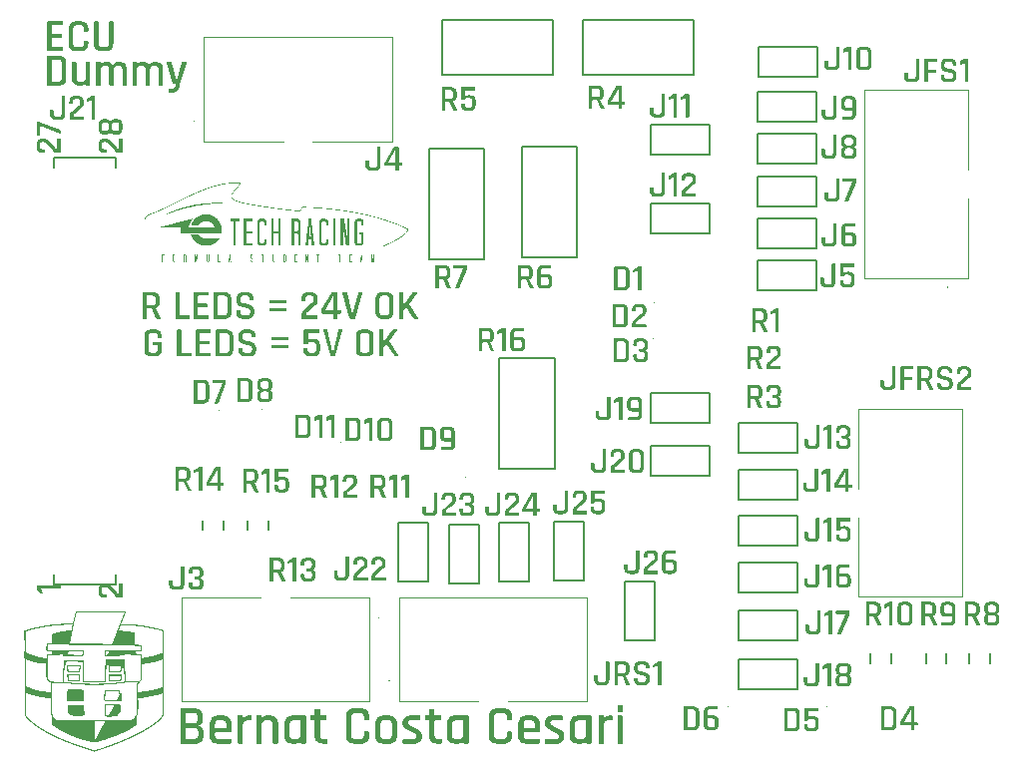
<source format=gto>
G04*
G04 #@! TF.GenerationSoftware,Altium Limited,Altium Designer,24.1.2 (44)*
G04*
G04 Layer_Color=65535*
%FSLAX44Y44*%
%MOMM*%
G71*
G04*
G04 #@! TF.SameCoordinates,8026E52B-AA0B-4AC6-8547-A5A81626C292*
G04*
G04*
G04 #@! TF.FilePolarity,Positive*
G04*
G01*
G75*
%ADD10C,0.1000*%
%ADD11C,0.2000*%
G36*
X182039Y476820D02*
X184557D01*
Y476754D01*
X185153D01*
Y476688D01*
X185749D01*
Y476622D01*
X185153D01*
Y476555D01*
X183828D01*
Y476489D01*
X182503D01*
Y476423D01*
X181178D01*
Y476357D01*
X179985D01*
Y476290D01*
X178925D01*
Y476224D01*
X177931D01*
Y476158D01*
X177004D01*
Y476092D01*
X176209D01*
Y476025D01*
X175414D01*
Y475959D01*
X174685D01*
Y475893D01*
X173956D01*
Y475827D01*
X173294D01*
Y475760D01*
X172631D01*
Y475694D01*
X172035D01*
Y475628D01*
X171439D01*
Y475562D01*
X170909D01*
Y475495D01*
X170312D01*
Y475429D01*
X169783D01*
Y475363D01*
X169252D01*
Y475297D01*
X168722D01*
Y475230D01*
X168259D01*
Y475164D01*
X167795D01*
Y475098D01*
X167265D01*
Y475032D01*
X166868D01*
Y474965D01*
X166404D01*
Y474899D01*
X165940D01*
Y474833D01*
X165542D01*
Y474767D01*
X165079D01*
Y474700D01*
X164681D01*
Y474634D01*
X164284D01*
Y474568D01*
X163886D01*
Y474502D01*
X163489D01*
Y474435D01*
X163091D01*
Y474369D01*
X162694D01*
Y474303D01*
X162296D01*
Y474237D01*
X161965D01*
Y474170D01*
X161567D01*
Y474104D01*
X161236D01*
Y474038D01*
X160905D01*
Y473972D01*
X160507D01*
Y473905D01*
X160176D01*
Y473839D01*
X159845D01*
Y473773D01*
X159514D01*
Y473707D01*
X159182D01*
Y473640D01*
X158851D01*
Y473574D01*
X158520D01*
Y473508D01*
X158255D01*
Y473442D01*
X157924D01*
Y473375D01*
X157592D01*
Y473309D01*
X157261D01*
Y473243D01*
X156996D01*
Y473177D01*
X156665D01*
Y473110D01*
X156400D01*
Y473044D01*
X156068D01*
Y472978D01*
X155803D01*
Y472912D01*
X155539D01*
Y472845D01*
X155207D01*
Y472779D01*
X154942D01*
Y472713D01*
X154677D01*
Y472647D01*
X154412D01*
Y472580D01*
X154147D01*
Y472514D01*
X153816D01*
Y472448D01*
X153551D01*
Y472382D01*
X153286D01*
Y472315D01*
X153021D01*
Y472249D01*
X152756D01*
Y472183D01*
X152557D01*
Y472117D01*
X152292D01*
Y472050D01*
X152027D01*
Y471984D01*
X151762D01*
Y471918D01*
X151497D01*
Y471852D01*
X151232D01*
Y471785D01*
X151033D01*
Y471719D01*
X150768D01*
Y471653D01*
X150503D01*
Y471587D01*
X150305D01*
Y471520D01*
X150040D01*
Y471454D01*
X149775D01*
Y471388D01*
X149576D01*
Y471322D01*
X149311D01*
Y471255D01*
X149112D01*
Y471189D01*
X148847D01*
Y471123D01*
X148648D01*
Y471057D01*
X148383D01*
Y470990D01*
X148185D01*
Y470924D01*
X147986D01*
Y470858D01*
X147721D01*
Y470792D01*
X147522D01*
Y470725D01*
X147323D01*
Y470659D01*
X147058D01*
Y470593D01*
X146860D01*
Y470527D01*
X146661D01*
Y470460D01*
X146462D01*
Y470394D01*
X146197D01*
Y470328D01*
X145998D01*
Y470262D01*
X145800D01*
Y470195D01*
X145601D01*
Y470129D01*
X145402D01*
Y470063D01*
X145203D01*
Y469997D01*
X145005D01*
Y469930D01*
X144806D01*
Y469864D01*
X144607D01*
Y469798D01*
X144408D01*
Y469732D01*
X144210D01*
Y469665D01*
X144011D01*
Y469599D01*
X143812D01*
Y469533D01*
X143613D01*
Y469467D01*
X143415D01*
Y469400D01*
X143216D01*
Y469334D01*
X143017D01*
Y469268D01*
X142818D01*
Y469202D01*
X142620D01*
Y469135D01*
X142487D01*
Y469069D01*
X142288D01*
Y469003D01*
X142090D01*
Y468937D01*
X141891D01*
Y468870D01*
X141692D01*
Y468804D01*
X141559D01*
Y468738D01*
X141361D01*
Y468672D01*
X141162D01*
Y468605D01*
X140963D01*
Y468539D01*
X140831D01*
Y468473D01*
X140632D01*
Y468406D01*
X140433D01*
Y468340D01*
X140301D01*
Y468274D01*
X140102D01*
Y468208D01*
X139903D01*
Y468142D01*
X139771D01*
Y468075D01*
X139572D01*
Y468009D01*
X139439D01*
Y467943D01*
X139241D01*
Y467877D01*
X139042D01*
Y467810D01*
X138910D01*
Y467744D01*
X138711D01*
Y467678D01*
X138578D01*
Y467612D01*
X138379D01*
Y467545D01*
X138247D01*
Y467479D01*
X138048D01*
Y467413D01*
X137916D01*
Y467346D01*
X137717D01*
Y467280D01*
X137584D01*
Y467214D01*
X137386D01*
Y467148D01*
X137187D01*
Y467081D01*
X137055D01*
Y467015D01*
X136922D01*
Y467081D01*
X136856D01*
Y467148D01*
X136789D01*
Y467214D01*
X136856D01*
Y467280D01*
X136988D01*
Y467346D01*
X137121D01*
Y467413D01*
X137253D01*
Y467479D01*
X137386D01*
Y467545D01*
X137518D01*
Y467612D01*
X137651D01*
Y467678D01*
X137783D01*
Y467744D01*
X137916D01*
Y467810D01*
X138048D01*
Y467877D01*
X138181D01*
Y467943D01*
X138313D01*
Y468009D01*
X138446D01*
Y468075D01*
X138578D01*
Y468142D01*
X138711D01*
Y468208D01*
X138843D01*
Y468274D01*
X138976D01*
Y468340D01*
X139108D01*
Y468406D01*
X139241D01*
Y468473D01*
X139373D01*
Y468539D01*
X139506D01*
Y468605D01*
X139638D01*
Y468672D01*
X139837D01*
Y468738D01*
X139970D01*
Y468804D01*
X140102D01*
Y468870D01*
X140234D01*
Y468937D01*
X140433D01*
Y469003D01*
X140566D01*
Y469069D01*
X140698D01*
Y469135D01*
X140831D01*
Y469202D01*
X141030D01*
Y469268D01*
X141162D01*
Y469334D01*
X141294D01*
Y469400D01*
X141493D01*
Y469467D01*
X141626D01*
Y469533D01*
X141758D01*
Y469599D01*
X141957D01*
Y469665D01*
X142090D01*
Y469732D01*
X142288D01*
Y469798D01*
X142421D01*
Y469864D01*
X142620D01*
Y469930D01*
X142752D01*
Y469997D01*
X142951D01*
Y470063D01*
X143083D01*
Y470129D01*
X143282D01*
Y470195D01*
X143415D01*
Y470262D01*
X143613D01*
Y470328D01*
X143746D01*
Y470394D01*
X143945D01*
Y470460D01*
X144143D01*
Y470527D01*
X144276D01*
Y470593D01*
X144475D01*
Y470659D01*
X144607D01*
Y470725D01*
X144806D01*
Y470792D01*
X145005D01*
Y470858D01*
X145203D01*
Y470924D01*
X145336D01*
Y470990D01*
X145535D01*
Y471057D01*
X145733D01*
Y471123D01*
X145932D01*
Y471189D01*
X146065D01*
Y471255D01*
X146263D01*
Y471322D01*
X146462D01*
Y471388D01*
X146661D01*
Y471454D01*
X146860D01*
Y471520D01*
X147058D01*
Y471587D01*
X147257D01*
Y471653D01*
X147456D01*
Y471719D01*
X147655D01*
Y471785D01*
X147853D01*
Y471852D01*
X148052D01*
Y471918D01*
X148251D01*
Y471984D01*
X148450D01*
Y472050D01*
X148648D01*
Y472117D01*
X148847D01*
Y472183D01*
X149046D01*
Y472249D01*
X149245D01*
Y472315D01*
X149443D01*
Y472382D01*
X149708D01*
Y472448D01*
X149907D01*
Y472514D01*
X150106D01*
Y472580D01*
X150305D01*
Y472647D01*
X150570D01*
Y472713D01*
X150768D01*
Y472779D01*
X150967D01*
Y472845D01*
X151232D01*
Y472912D01*
X151431D01*
Y472978D01*
X151696D01*
Y473044D01*
X151895D01*
Y473110D01*
X152160D01*
Y473177D01*
X152359D01*
Y473243D01*
X152624D01*
Y473309D01*
X152888D01*
Y473375D01*
X153087D01*
Y473442D01*
X153352D01*
Y473508D01*
X153617D01*
Y473574D01*
X153816D01*
Y473640D01*
X154081D01*
Y473707D01*
X154346D01*
Y473773D01*
X154611D01*
Y473839D01*
X154876D01*
Y473905D01*
X155141D01*
Y473972D01*
X155406D01*
Y474038D01*
X155671D01*
Y474104D01*
X156002D01*
Y474170D01*
X156267D01*
Y474237D01*
X156532D01*
Y474303D01*
X156797D01*
Y474369D01*
X157128D01*
Y474435D01*
X157394D01*
Y474502D01*
X157725D01*
Y474568D01*
X158056D01*
Y474634D01*
X158321D01*
Y474700D01*
X158652D01*
Y474767D01*
X158984D01*
Y474833D01*
X159315D01*
Y474899D01*
X159646D01*
Y474965D01*
X159977D01*
Y475032D01*
X160309D01*
Y475098D01*
X160706D01*
Y475164D01*
X161037D01*
Y475230D01*
X161435D01*
Y475297D01*
X161766D01*
Y475363D01*
X162164D01*
Y475429D01*
X162561D01*
Y475495D01*
X162959D01*
Y475562D01*
X163356D01*
Y475628D01*
X163820D01*
Y475694D01*
X164217D01*
Y475760D01*
X164681D01*
Y475827D01*
X165145D01*
Y475893D01*
X165609D01*
Y475959D01*
X166139D01*
Y476025D01*
X166669D01*
Y476092D01*
X167199D01*
Y476158D01*
X167795D01*
Y476224D01*
X168391D01*
Y476290D01*
X168988D01*
Y476357D01*
X169650D01*
Y476423D01*
X170379D01*
Y476489D01*
X171174D01*
Y476555D01*
X171969D01*
Y476622D01*
X172962D01*
Y476688D01*
X174023D01*
Y476754D01*
X175348D01*
Y476820D01*
X177203D01*
Y476887D01*
X182039D01*
Y476820D01*
D02*
G37*
G36*
X301953Y463239D02*
X302218D01*
Y463173D01*
X302417D01*
Y463106D01*
X302550D01*
Y463040D01*
X302682D01*
Y462974D01*
X302815D01*
Y462908D01*
X302947D01*
Y462841D01*
X303013D01*
Y462775D01*
X303146D01*
Y462709D01*
X303212D01*
Y462643D01*
X303279D01*
Y462576D01*
X303345D01*
Y462510D01*
X303411D01*
Y462444D01*
X303477D01*
Y462378D01*
X303543D01*
Y462311D01*
X303610D01*
Y462245D01*
X303676D01*
Y462113D01*
X303742D01*
Y462046D01*
X303808D01*
Y461980D01*
X303875D01*
Y461848D01*
X303941D01*
Y461715D01*
X304007D01*
Y461583D01*
X304074D01*
Y461384D01*
X304140D01*
Y461119D01*
X304206D01*
Y460721D01*
X304272D01*
Y457608D01*
X304206D01*
Y457541D01*
X302351D01*
Y459661D01*
X302285D01*
Y459993D01*
X302218D01*
Y460191D01*
X302152D01*
Y460324D01*
X302086D01*
Y460456D01*
X302020D01*
Y460589D01*
X301953D01*
Y460655D01*
X301887D01*
Y460721D01*
X301821D01*
Y460854D01*
X301755D01*
Y460920D01*
X301622D01*
Y460986D01*
X301556D01*
Y461053D01*
X301490D01*
Y461119D01*
X301357D01*
Y461185D01*
X301225D01*
Y461251D01*
X301092D01*
Y461318D01*
X300827D01*
Y461384D01*
X300032D01*
Y461318D01*
X299833D01*
Y461251D01*
X299635D01*
Y461185D01*
X299502D01*
Y461119D01*
X299436D01*
Y461053D01*
X299303D01*
Y460986D01*
X299237D01*
Y460920D01*
X299105D01*
Y460854D01*
X299038D01*
Y460721D01*
X298972D01*
Y460655D01*
X298906D01*
Y460589D01*
X298840D01*
Y460456D01*
X298773D01*
Y460324D01*
X298707D01*
Y460191D01*
X298641D01*
Y460059D01*
X298575D01*
Y459728D01*
X298508D01*
Y443960D01*
X298575D01*
Y443629D01*
X298641D01*
Y443496D01*
X298707D01*
Y443364D01*
X298773D01*
Y443231D01*
X298840D01*
Y443099D01*
X298906D01*
Y443032D01*
X298972D01*
Y442966D01*
X299038D01*
Y442834D01*
X299105D01*
Y442767D01*
X299237D01*
Y442701D01*
X299303D01*
Y442635D01*
X299436D01*
Y442569D01*
X299502D01*
Y442502D01*
X299635D01*
Y442436D01*
X299833D01*
Y442370D01*
X300032D01*
Y442304D01*
X300827D01*
Y442370D01*
X301092D01*
Y442436D01*
X301225D01*
Y442502D01*
X301357D01*
Y442569D01*
X301490D01*
Y442635D01*
X301556D01*
Y442701D01*
X301622D01*
Y442767D01*
X301755D01*
Y442834D01*
X301821D01*
Y442966D01*
X301887D01*
Y443032D01*
X301953D01*
Y443099D01*
X302020D01*
Y443231D01*
X302086D01*
Y443364D01*
X302152D01*
Y443496D01*
X302218D01*
Y443695D01*
X302285D01*
Y444026D01*
X302351D01*
Y449922D01*
X300430D01*
Y451844D01*
X304272D01*
Y442900D01*
X304206D01*
Y442502D01*
X304140D01*
Y442304D01*
X304074D01*
Y442105D01*
X304007D01*
Y441972D01*
X303941D01*
Y441840D01*
X303875D01*
Y441707D01*
X303808D01*
Y441641D01*
X303742D01*
Y441575D01*
X303676D01*
Y441442D01*
X303610D01*
Y441376D01*
X303543D01*
Y441310D01*
X303477D01*
Y441244D01*
X303411D01*
Y441177D01*
X303345D01*
Y441111D01*
X303279D01*
Y441045D01*
X303212D01*
Y440979D01*
X303146D01*
Y440912D01*
X303013D01*
Y440846D01*
X302947D01*
Y440780D01*
X302815D01*
Y440714D01*
X302682D01*
Y440647D01*
X302550D01*
Y440581D01*
X302417D01*
Y440515D01*
X302218D01*
Y440449D01*
X301953D01*
Y440382D01*
X298972D01*
Y440449D01*
X298641D01*
Y440515D01*
X298442D01*
Y440581D01*
X298310D01*
Y440647D01*
X298177D01*
Y440714D01*
X298045D01*
Y440780D01*
X297978D01*
Y440846D01*
X297846D01*
Y440912D01*
X297780D01*
Y440979D01*
X297713D01*
Y441045D01*
X297581D01*
Y441111D01*
X297515D01*
Y441177D01*
X297448D01*
Y441244D01*
X297382D01*
Y441310D01*
X297316D01*
Y441442D01*
X297250D01*
Y441509D01*
X297183D01*
Y441575D01*
X297117D01*
Y441641D01*
X297051D01*
Y441774D01*
X296985D01*
Y441906D01*
X296918D01*
Y441972D01*
X296852D01*
Y442171D01*
X296786D01*
Y442304D01*
X296720D01*
Y442502D01*
X296653D01*
Y442900D01*
X296587D01*
Y460788D01*
X296653D01*
Y461119D01*
X296720D01*
Y461384D01*
X296786D01*
Y461516D01*
X296852D01*
Y461715D01*
X296918D01*
Y461781D01*
X296985D01*
Y461914D01*
X297051D01*
Y462046D01*
X297117D01*
Y462113D01*
X297183D01*
Y462179D01*
X297250D01*
Y462245D01*
X297316D01*
Y462378D01*
X297382D01*
Y462444D01*
X297448D01*
Y462510D01*
X297515D01*
Y462576D01*
X297581D01*
Y462643D01*
X297713D01*
Y462709D01*
X297780D01*
Y462775D01*
X297846D01*
Y462841D01*
X297978D01*
Y462908D01*
X298045D01*
Y462974D01*
X298177D01*
Y463040D01*
X298310D01*
Y463106D01*
X298442D01*
Y463173D01*
X298641D01*
Y463239D01*
X298972D01*
Y463305D01*
X301953D01*
Y463239D01*
D02*
G37*
G36*
X271809D02*
X272074D01*
Y463173D01*
X272273D01*
Y463106D01*
X272405D01*
Y463040D01*
X272538D01*
Y462974D01*
X272670D01*
Y462908D01*
X272803D01*
Y462841D01*
X272869D01*
Y462775D01*
X273002D01*
Y462709D01*
X273068D01*
Y462643D01*
X273134D01*
Y462576D01*
X273200D01*
Y462510D01*
X273267D01*
Y462444D01*
X273333D01*
Y462378D01*
X273399D01*
Y462311D01*
X273465D01*
Y462245D01*
X273532D01*
Y462113D01*
X273598D01*
Y462046D01*
X273664D01*
Y461980D01*
X273731D01*
Y461848D01*
X273797D01*
Y461715D01*
X273863D01*
Y461583D01*
X273929D01*
Y461384D01*
X273995D01*
Y461119D01*
X274062D01*
Y460721D01*
X274128D01*
Y457608D01*
X274062D01*
Y457541D01*
X272207D01*
Y459661D01*
X272141D01*
Y459993D01*
X272074D01*
Y460191D01*
X272008D01*
Y460324D01*
X271942D01*
Y460456D01*
X271875D01*
Y460589D01*
X271809D01*
Y460655D01*
X271743D01*
Y460721D01*
X271677D01*
Y460854D01*
X271611D01*
Y460920D01*
X271478D01*
Y460986D01*
X271412D01*
Y461053D01*
X271346D01*
Y461119D01*
X271213D01*
Y461185D01*
X271080D01*
Y461251D01*
X270948D01*
Y461318D01*
X270683D01*
Y461384D01*
X269888D01*
Y461318D01*
X269689D01*
Y461251D01*
X269490D01*
Y461185D01*
X269358D01*
Y461119D01*
X269292D01*
Y461053D01*
X269159D01*
Y460986D01*
X269093D01*
Y460920D01*
X268960D01*
Y460854D01*
X268894D01*
Y460721D01*
X268828D01*
Y460655D01*
X268762D01*
Y460589D01*
X268695D01*
Y460456D01*
X268629D01*
Y460324D01*
X268563D01*
Y460191D01*
X268497D01*
Y460059D01*
X268430D01*
Y459728D01*
X268364D01*
Y443960D01*
X268430D01*
Y443629D01*
X268497D01*
Y443496D01*
X268563D01*
Y443364D01*
X268629D01*
Y443231D01*
X268695D01*
Y443099D01*
X268762D01*
Y443032D01*
X268828D01*
Y442966D01*
X268894D01*
Y442834D01*
X268960D01*
Y442767D01*
X269093D01*
Y442701D01*
X269159D01*
Y442635D01*
X269292D01*
Y442569D01*
X269358D01*
Y442502D01*
X269490D01*
Y442436D01*
X269689D01*
Y442370D01*
X269888D01*
Y442304D01*
X270683D01*
Y442370D01*
X270948D01*
Y442436D01*
X271080D01*
Y442502D01*
X271213D01*
Y442569D01*
X271346D01*
Y442635D01*
X271412D01*
Y442701D01*
X271478D01*
Y442767D01*
X271611D01*
Y442834D01*
X271677D01*
Y442966D01*
X271743D01*
Y443032D01*
X271809D01*
Y443099D01*
X271875D01*
Y443231D01*
X271942D01*
Y443364D01*
X272008D01*
Y443496D01*
X272074D01*
Y443695D01*
X272141D01*
Y444026D01*
X272207D01*
Y446146D01*
X274062D01*
Y446080D01*
X274128D01*
Y442900D01*
X274062D01*
Y442502D01*
X273995D01*
Y442304D01*
X273929D01*
Y442105D01*
X273863D01*
Y441972D01*
X273797D01*
Y441840D01*
X273731D01*
Y441707D01*
X273664D01*
Y441641D01*
X273598D01*
Y441575D01*
X273532D01*
Y441442D01*
X273465D01*
Y441376D01*
X273399D01*
Y441310D01*
X273333D01*
Y441244D01*
X273267D01*
Y441177D01*
X273200D01*
Y441111D01*
X273134D01*
Y441045D01*
X273068D01*
Y440979D01*
X273002D01*
Y440912D01*
X272869D01*
Y440846D01*
X272803D01*
Y440780D01*
X272670D01*
Y440714D01*
X272538D01*
Y440647D01*
X272405D01*
Y440581D01*
X272273D01*
Y440515D01*
X272074D01*
Y440449D01*
X271809D01*
Y440382D01*
X268828D01*
Y440449D01*
X268497D01*
Y440515D01*
X268298D01*
Y440581D01*
X268165D01*
Y440647D01*
X268033D01*
Y440714D01*
X267900D01*
Y440780D01*
X267834D01*
Y440846D01*
X267702D01*
Y440912D01*
X267635D01*
Y440979D01*
X267569D01*
Y441045D01*
X267437D01*
Y441111D01*
X267370D01*
Y441177D01*
X267304D01*
Y441244D01*
X267238D01*
Y441310D01*
X267172D01*
Y441442D01*
X267105D01*
Y441509D01*
X267039D01*
Y441575D01*
X266973D01*
Y441641D01*
X266907D01*
Y441774D01*
X266840D01*
Y441906D01*
X266774D01*
Y441972D01*
X266708D01*
Y442171D01*
X266642D01*
Y442304D01*
X266575D01*
Y442502D01*
X266509D01*
Y442900D01*
X266443D01*
Y455090D01*
Y455156D01*
Y460788D01*
X266509D01*
Y461119D01*
X266575D01*
Y461384D01*
X266642D01*
Y461516D01*
X266708D01*
Y461715D01*
X266774D01*
Y461781D01*
X266840D01*
Y461914D01*
X266907D01*
Y462046D01*
X266973D01*
Y462113D01*
X267039D01*
Y462179D01*
X267105D01*
Y462245D01*
X267172D01*
Y462378D01*
X267238D01*
Y462444D01*
X267304D01*
Y462510D01*
X267370D01*
Y462576D01*
X267437D01*
Y462643D01*
X267569D01*
Y462709D01*
X267635D01*
Y462775D01*
X267702D01*
Y462841D01*
X267834D01*
Y462908D01*
X267900D01*
Y462974D01*
X268033D01*
Y463040D01*
X268165D01*
Y463106D01*
X268298D01*
Y463173D01*
X268497D01*
Y463239D01*
X268828D01*
Y463305D01*
X271809D01*
Y463239D01*
D02*
G37*
G36*
X219405D02*
X219670D01*
Y463173D01*
X219868D01*
Y463106D01*
X220001D01*
Y463040D01*
X220133D01*
Y462974D01*
X220266D01*
Y462908D01*
X220398D01*
Y462841D01*
X220465D01*
Y462775D01*
X220597D01*
Y462709D01*
X220663D01*
Y462643D01*
X220730D01*
Y462576D01*
X220796D01*
Y462510D01*
X220862D01*
Y462444D01*
X220928D01*
Y462378D01*
X220995D01*
Y462311D01*
X221061D01*
Y462245D01*
X221127D01*
Y462113D01*
X221193D01*
Y462046D01*
X221260D01*
Y461980D01*
X221326D01*
Y461848D01*
X221392D01*
Y461715D01*
X221458D01*
Y461583D01*
X221525D01*
Y461384D01*
X221591D01*
Y461119D01*
X221657D01*
Y460721D01*
X221723D01*
Y457608D01*
X221657D01*
Y457541D01*
X219802D01*
Y459661D01*
X219736D01*
Y459993D01*
X219670D01*
Y460191D01*
X219603D01*
Y460324D01*
X219537D01*
Y460456D01*
X219471D01*
Y460589D01*
X219405D01*
Y460655D01*
X219338D01*
Y460721D01*
X219272D01*
Y460854D01*
X219206D01*
Y460920D01*
X219073D01*
Y460986D01*
X219007D01*
Y461053D01*
X218941D01*
Y461119D01*
X218808D01*
Y461185D01*
X218676D01*
Y461251D01*
X218543D01*
Y461318D01*
X218278D01*
Y461384D01*
X217483D01*
Y461318D01*
X217285D01*
Y461251D01*
X217086D01*
Y461185D01*
X216953D01*
Y461119D01*
X216887D01*
Y461053D01*
X216754D01*
Y460986D01*
X216688D01*
Y460920D01*
X216556D01*
Y460854D01*
X216490D01*
Y460721D01*
X216423D01*
Y460655D01*
X216357D01*
Y460589D01*
X216291D01*
Y460456D01*
X216224D01*
Y460324D01*
X216158D01*
Y460191D01*
X216092D01*
Y460059D01*
X216026D01*
Y459728D01*
X215959D01*
Y443960D01*
X216026D01*
Y443629D01*
X216092D01*
Y443496D01*
X216158D01*
Y443364D01*
X216224D01*
Y443231D01*
X216291D01*
Y443099D01*
X216357D01*
Y443032D01*
X216423D01*
Y442966D01*
X216490D01*
Y442834D01*
X216556D01*
Y442767D01*
X216688D01*
Y442701D01*
X216754D01*
Y442635D01*
X216887D01*
Y442569D01*
X216953D01*
Y442502D01*
X217086D01*
Y442436D01*
X217285D01*
Y442370D01*
X217483D01*
Y442304D01*
X218278D01*
Y442370D01*
X218543D01*
Y442436D01*
X218676D01*
Y442502D01*
X218808D01*
Y442569D01*
X218941D01*
Y442635D01*
X219007D01*
Y442701D01*
X219073D01*
Y442767D01*
X219206D01*
Y442834D01*
X219272D01*
Y442966D01*
X219338D01*
Y443032D01*
X219405D01*
Y443099D01*
X219471D01*
Y443231D01*
X219537D01*
Y443364D01*
X219603D01*
Y443496D01*
X219670D01*
Y443695D01*
X219736D01*
Y444026D01*
X219802D01*
Y446146D01*
X221657D01*
Y446080D01*
X221723D01*
Y442900D01*
X221657D01*
Y442502D01*
X221591D01*
Y442304D01*
X221525D01*
Y442105D01*
X221458D01*
Y441972D01*
X221392D01*
Y441840D01*
X221326D01*
Y441707D01*
X221260D01*
Y441641D01*
X221193D01*
Y441575D01*
X221127D01*
Y441442D01*
X221061D01*
Y441376D01*
X220995D01*
Y441310D01*
X220928D01*
Y441244D01*
X220862D01*
Y441177D01*
X220796D01*
Y441111D01*
X220730D01*
Y441045D01*
X220663D01*
Y440979D01*
X220597D01*
Y440912D01*
X220465D01*
Y440846D01*
X220398D01*
Y440780D01*
X220266D01*
Y440714D01*
X220133D01*
Y440647D01*
X220001D01*
Y440581D01*
X219868D01*
Y440515D01*
X219670D01*
Y440449D01*
X219405D01*
Y440382D01*
X216423D01*
Y440449D01*
X216092D01*
Y440515D01*
X215893D01*
Y440581D01*
X215761D01*
Y440647D01*
X215628D01*
Y440714D01*
X215496D01*
Y440780D01*
X215429D01*
Y440846D01*
X215297D01*
Y440912D01*
X215231D01*
Y440979D01*
X215165D01*
Y441045D01*
X215032D01*
Y441111D01*
X214966D01*
Y441177D01*
X214900D01*
Y441244D01*
X214833D01*
Y441310D01*
X214767D01*
Y441442D01*
X214701D01*
Y441509D01*
X214634D01*
Y441575D01*
X214568D01*
Y441641D01*
X214502D01*
Y441774D01*
X214436D01*
Y441906D01*
X214370D01*
Y441972D01*
X214303D01*
Y442171D01*
X214237D01*
Y442304D01*
X214171D01*
Y442502D01*
X214104D01*
Y442900D01*
X214038D01*
Y460788D01*
X214104D01*
Y461119D01*
X214171D01*
Y461384D01*
X214237D01*
Y461516D01*
X214303D01*
Y461715D01*
X214370D01*
Y461781D01*
X214436D01*
Y461914D01*
X214502D01*
Y462046D01*
X214568D01*
Y462113D01*
X214634D01*
Y462179D01*
X214701D01*
Y462245D01*
X214767D01*
Y462378D01*
X214833D01*
Y462444D01*
X214900D01*
Y462510D01*
X214966D01*
Y462576D01*
X215032D01*
Y462643D01*
X215165D01*
Y462709D01*
X215231D01*
Y462775D01*
X215297D01*
Y462841D01*
X215429D01*
Y462908D01*
X215496D01*
Y462974D01*
X215628D01*
Y463040D01*
X215761D01*
Y463106D01*
X215893D01*
Y463173D01*
X216092D01*
Y463239D01*
X216423D01*
Y463305D01*
X219405D01*
Y463239D01*
D02*
G37*
G36*
X171505Y467015D02*
X172167D01*
Y466949D01*
X172631D01*
Y466883D01*
X173029D01*
Y466816D01*
X173360D01*
Y466750D01*
X173625D01*
Y466684D01*
X173890D01*
Y466618D01*
X174089D01*
Y466552D01*
X174354D01*
Y466485D01*
X174553D01*
Y466419D01*
X174751D01*
Y466353D01*
X174950D01*
Y466287D01*
X175083D01*
Y466220D01*
X175281D01*
Y466154D01*
X175414D01*
Y466088D01*
X175613D01*
Y466021D01*
X175745D01*
Y465955D01*
X175878D01*
Y465889D01*
X176010D01*
Y465823D01*
X176143D01*
Y465756D01*
X176275D01*
Y465690D01*
X176408D01*
Y465624D01*
X176540D01*
Y465558D01*
X176673D01*
Y465491D01*
X176805D01*
Y465425D01*
X176938D01*
Y465359D01*
X177004D01*
Y465293D01*
X177136D01*
Y465227D01*
X177269D01*
Y465160D01*
X177335D01*
Y465094D01*
X177468D01*
Y465028D01*
X177600D01*
Y464962D01*
X177666D01*
Y464895D01*
X177799D01*
Y464829D01*
X177865D01*
Y464763D01*
X177998D01*
Y464697D01*
X178064D01*
Y464630D01*
X178130D01*
Y464564D01*
X178263D01*
Y464498D01*
X178329D01*
Y464431D01*
X178461D01*
Y464365D01*
X178528D01*
Y464299D01*
X178594D01*
Y464233D01*
X178726D01*
Y464166D01*
X178793D01*
Y464100D01*
X178859D01*
Y464034D01*
X178925D01*
Y463968D01*
X179058D01*
Y463901D01*
X179124D01*
Y463835D01*
X179190D01*
Y463769D01*
X179256D01*
Y463703D01*
X179323D01*
Y463637D01*
X179389D01*
Y463570D01*
X179455D01*
Y463504D01*
X179588D01*
Y463438D01*
X179654D01*
Y463372D01*
X179720D01*
Y463305D01*
X179786D01*
Y463239D01*
X179853D01*
Y463173D01*
X179919D01*
Y463106D01*
X179985D01*
Y463040D01*
X180051D01*
Y462974D01*
X180118D01*
Y462908D01*
X180184D01*
Y462841D01*
X180250D01*
Y462709D01*
X180316D01*
Y462643D01*
X180383D01*
Y462576D01*
X180449D01*
Y462510D01*
X180515D01*
Y462444D01*
X180581D01*
Y462378D01*
X180648D01*
Y462311D01*
X180714D01*
Y462179D01*
X180780D01*
Y462113D01*
X180846D01*
Y462046D01*
X180913D01*
Y461980D01*
X180979D01*
Y461848D01*
X181045D01*
Y461781D01*
X181111D01*
Y461715D01*
X181178D01*
Y461583D01*
X181244D01*
Y461516D01*
X181310D01*
Y461384D01*
X181376D01*
Y461318D01*
X181443D01*
Y461185D01*
X181509D01*
Y461119D01*
X181575D01*
Y460986D01*
X181641D01*
Y460920D01*
X181708D01*
Y460788D01*
X181774D01*
Y460721D01*
X181840D01*
Y460589D01*
X181906D01*
Y460456D01*
X181973D01*
Y460390D01*
X182039D01*
Y460258D01*
X182105D01*
Y460125D01*
X182171D01*
Y459993D01*
X182238D01*
Y459860D01*
X182304D01*
Y459794D01*
X182370D01*
Y459661D01*
X182437D01*
Y459529D01*
X182503D01*
Y459396D01*
X182569D01*
Y459264D01*
X182635D01*
Y459131D01*
X182701D01*
Y458999D01*
X182768D01*
Y458800D01*
X182834D01*
Y458668D01*
X182900D01*
Y458535D01*
X182966D01*
Y458336D01*
X183033D01*
Y458138D01*
X183099D01*
Y458005D01*
X183165D01*
Y457806D01*
X183232D01*
Y457608D01*
X183298D01*
Y457343D01*
X183364D01*
Y457144D01*
X183430D01*
Y456879D01*
X183496D01*
Y456548D01*
X183563D01*
Y456283D01*
X183629D01*
Y455885D01*
X183695D01*
Y455421D01*
X183762D01*
Y454759D01*
X183828D01*
Y452308D01*
X183762D01*
Y451777D01*
X183695D01*
Y451446D01*
X183629D01*
Y451049D01*
X183563D01*
Y450850D01*
X183496D01*
Y450784D01*
X183033D01*
Y450718D01*
X148781D01*
Y450784D01*
X148648D01*
Y450850D01*
X148582D01*
Y450983D01*
X148516D01*
Y451247D01*
X148582D01*
Y452043D01*
X148648D01*
Y452639D01*
X148715D01*
Y453169D01*
X148781D01*
Y453633D01*
X148847D01*
Y454030D01*
X148913D01*
Y454428D01*
X148980D01*
Y454759D01*
X149046D01*
Y455090D01*
X149112D01*
Y455355D01*
X149178D01*
Y455620D01*
X149245D01*
Y456018D01*
X149311D01*
Y456150D01*
X131423D01*
Y456283D01*
X131556D01*
Y456349D01*
X131821D01*
Y456415D01*
X132086D01*
Y456481D01*
X132284D01*
Y456548D01*
X132549D01*
Y456614D01*
X132814D01*
Y456680D01*
X133079D01*
Y456746D01*
X133344D01*
Y456813D01*
X133609D01*
Y456879D01*
X133874D01*
Y456945D01*
X134139D01*
Y457011D01*
X134338D01*
Y457078D01*
X134603D01*
Y457144D01*
X134868D01*
Y457210D01*
X135133D01*
Y457276D01*
X135398D01*
Y457343D01*
X135663D01*
Y457409D01*
X135928D01*
Y457475D01*
X136127D01*
Y457541D01*
X136392D01*
Y457608D01*
X136657D01*
Y457674D01*
X136922D01*
Y457740D01*
X137187D01*
Y457806D01*
X137452D01*
Y457873D01*
X137717D01*
Y457939D01*
X137916D01*
Y458005D01*
X138181D01*
Y458071D01*
X138446D01*
Y458138D01*
X138711D01*
Y458204D01*
X138976D01*
Y458270D01*
X139241D01*
Y458336D01*
X139506D01*
Y458403D01*
X139771D01*
Y458469D01*
X139970D01*
Y458535D01*
X140234D01*
Y458601D01*
X140499D01*
Y458668D01*
X140765D01*
Y458734D01*
X141030D01*
Y458800D01*
X141294D01*
Y458866D01*
X141559D01*
Y458933D01*
X141758D01*
Y458999D01*
X142023D01*
Y459065D01*
X142288D01*
Y459131D01*
X142553D01*
Y459198D01*
X142818D01*
Y459264D01*
X143083D01*
Y459330D01*
X143348D01*
Y459396D01*
X143613D01*
Y459463D01*
X143812D01*
Y459529D01*
X144077D01*
Y459595D01*
X144342D01*
Y459661D01*
X144607D01*
Y459728D01*
X144872D01*
Y459794D01*
X145137D01*
Y459860D01*
X145402D01*
Y459926D01*
X145601D01*
Y459993D01*
X145866D01*
Y460059D01*
X146131D01*
Y460125D01*
X146396D01*
Y460191D01*
X146661D01*
Y460258D01*
X146926D01*
Y460324D01*
X147191D01*
Y460390D01*
X147456D01*
Y460456D01*
X147655D01*
Y460523D01*
X147920D01*
Y460589D01*
X148185D01*
Y460655D01*
X148450D01*
Y460721D01*
X148715D01*
Y460788D01*
X148980D01*
Y460854D01*
X149245D01*
Y460920D01*
X149443D01*
Y460986D01*
X149708D01*
Y461053D01*
X149973D01*
Y461119D01*
X150238D01*
Y461185D01*
X150503D01*
Y461251D01*
X150768D01*
Y461318D01*
X151033D01*
Y461384D01*
X151232D01*
Y461450D01*
X151497D01*
Y461516D01*
X151762D01*
Y461583D01*
X152027D01*
Y461649D01*
X152292D01*
Y461715D01*
X152557D01*
Y461781D01*
X152822D01*
Y461848D01*
X153087D01*
Y461914D01*
X153286D01*
Y461980D01*
X153551D01*
Y462046D01*
X153816D01*
Y462113D01*
X154081D01*
Y462179D01*
X154346D01*
Y462245D01*
X154611D01*
Y462311D01*
X154876D01*
Y462378D01*
X155075D01*
Y462444D01*
X155340D01*
Y462510D01*
X155605D01*
Y462576D01*
X155870D01*
Y462643D01*
X156135D01*
Y462709D01*
X156400D01*
Y462775D01*
X156665D01*
Y462841D01*
X156930D01*
Y462908D01*
X157128D01*
Y462974D01*
X157394D01*
Y463040D01*
X157659D01*
Y463106D01*
X157924D01*
Y463173D01*
X158189D01*
Y463239D01*
X158454D01*
Y463305D01*
X158719D01*
Y463372D01*
X158917D01*
Y463438D01*
X159116D01*
Y463305D01*
X159050D01*
Y463239D01*
X158984D01*
Y463106D01*
X158917D01*
Y462974D01*
X158851D01*
Y462908D01*
X158785D01*
Y462775D01*
X158719D01*
Y462643D01*
X158652D01*
Y462576D01*
X158586D01*
Y462444D01*
X158520D01*
Y462378D01*
X158454D01*
Y462245D01*
X158387D01*
Y462113D01*
X158321D01*
Y462046D01*
X158255D01*
Y461914D01*
X158189D01*
Y461781D01*
X158122D01*
Y461715D01*
X158056D01*
Y461583D01*
X157990D01*
Y461450D01*
X157924D01*
Y461384D01*
X157857D01*
Y461251D01*
X157791D01*
Y461119D01*
X157725D01*
Y461053D01*
X157659D01*
Y460920D01*
X157592D01*
Y460788D01*
X157526D01*
Y460721D01*
X157460D01*
Y460589D01*
X157394D01*
Y460456D01*
X157327D01*
Y460324D01*
X157261D01*
Y460258D01*
X157195D01*
Y460125D01*
X157128D01*
Y459993D01*
X157062D01*
Y459860D01*
X156996D01*
Y459728D01*
X156930D01*
Y459595D01*
X156863D01*
Y459463D01*
X156797D01*
Y459264D01*
X156731D01*
Y459131D01*
X156665D01*
Y458999D01*
X156599D01*
Y458800D01*
X156532D01*
Y458601D01*
X156466D01*
Y458403D01*
X156400D01*
Y458204D01*
X156334D01*
Y458005D01*
X156267D01*
Y457740D01*
X156201D01*
Y457541D01*
X156135D01*
Y457210D01*
X156068D01*
Y456945D01*
X156002D01*
Y456614D01*
X155936D01*
Y456349D01*
X177401D01*
Y456548D01*
X177335D01*
Y456680D01*
X177269D01*
Y456879D01*
X177203D01*
Y457011D01*
X177136D01*
Y457144D01*
X177070D01*
Y457276D01*
X177004D01*
Y457409D01*
X176938D01*
Y457541D01*
X176871D01*
Y457608D01*
X176805D01*
Y457740D01*
X176739D01*
Y457873D01*
X176673D01*
Y457939D01*
X176606D01*
Y458071D01*
X176540D01*
Y458138D01*
X176474D01*
Y458270D01*
X176408D01*
Y458336D01*
X176341D01*
Y458403D01*
X176275D01*
Y458535D01*
X176209D01*
Y458601D01*
X176143D01*
Y458668D01*
X176076D01*
Y458734D01*
X176010D01*
Y458800D01*
X175944D01*
Y458933D01*
X175878D01*
Y458999D01*
X175811D01*
Y459065D01*
X175745D01*
Y459131D01*
X175679D01*
Y459198D01*
X175613D01*
Y459264D01*
X175546D01*
Y459330D01*
X175480D01*
Y459396D01*
X175348D01*
Y459463D01*
X175281D01*
Y459529D01*
X175215D01*
Y459595D01*
X175149D01*
Y459661D01*
X175083D01*
Y459728D01*
X174950D01*
Y459794D01*
X174884D01*
Y459860D01*
X174818D01*
Y459926D01*
X174685D01*
Y459993D01*
X174619D01*
Y460059D01*
X174486D01*
Y460125D01*
X174354D01*
Y460191D01*
X174288D01*
Y460258D01*
X174155D01*
Y460324D01*
X174023D01*
Y460390D01*
X173890D01*
Y460456D01*
X173758D01*
Y460523D01*
X173625D01*
Y460589D01*
X173493D01*
Y460655D01*
X173294D01*
Y460721D01*
X173161D01*
Y460788D01*
X172962D01*
Y460854D01*
X172764D01*
Y460920D01*
X172499D01*
Y460986D01*
X172300D01*
Y461053D01*
X171969D01*
Y461119D01*
X171637D01*
Y461185D01*
X171108D01*
Y461251D01*
X169915D01*
Y461185D01*
X169385D01*
Y461119D01*
X168988D01*
Y461053D01*
X168722D01*
Y460986D01*
X168458D01*
Y460920D01*
X168259D01*
Y460854D01*
X168060D01*
Y460788D01*
X167861D01*
Y460721D01*
X167729D01*
Y460655D01*
X167596D01*
Y460589D01*
X167464D01*
Y460523D01*
X167265D01*
Y460456D01*
X167199D01*
Y460390D01*
X167066D01*
Y460324D01*
X166934D01*
Y460258D01*
X166801D01*
Y460191D01*
X166669D01*
Y460125D01*
X166602D01*
Y460059D01*
X166470D01*
Y459993D01*
X166404D01*
Y459926D01*
X166271D01*
Y459860D01*
X166205D01*
Y459794D01*
X166139D01*
Y459728D01*
X166006D01*
Y459661D01*
X165940D01*
Y459595D01*
X165874D01*
Y459529D01*
X165807D01*
Y459463D01*
X165675D01*
Y459396D01*
X165609D01*
Y459330D01*
X165542D01*
Y459264D01*
X165476D01*
Y459198D01*
X165410D01*
Y459131D01*
X165344D01*
Y459065D01*
X165277D01*
Y458999D01*
X165211D01*
Y458933D01*
X165145D01*
Y458866D01*
X165079D01*
Y458800D01*
X165012D01*
Y458734D01*
X164946D01*
Y458601D01*
X164880D01*
Y458535D01*
X164814D01*
Y458469D01*
X164747D01*
Y458403D01*
X164681D01*
Y458270D01*
X164615D01*
Y458204D01*
X164549D01*
Y458138D01*
X164482D01*
Y458005D01*
X164416D01*
Y457939D01*
X164350D01*
Y457806D01*
X164284D01*
Y457740D01*
X164217D01*
Y457608D01*
X164085D01*
Y457541D01*
X163952D01*
Y457475D01*
X157725D01*
Y457541D01*
X157659D01*
Y457608D01*
X157725D01*
Y457873D01*
X157791D01*
Y458071D01*
X157857D01*
Y458270D01*
X157924D01*
Y458403D01*
X157990D01*
Y458601D01*
X158056D01*
Y458800D01*
X158122D01*
Y458933D01*
X158189D01*
Y459065D01*
X158255D01*
Y459264D01*
X158321D01*
Y459396D01*
X158387D01*
Y459529D01*
X158454D01*
Y459661D01*
X158520D01*
Y459794D01*
X158586D01*
Y459926D01*
X158652D01*
Y460059D01*
X158719D01*
Y460125D01*
X158785D01*
Y460258D01*
X158851D01*
Y460390D01*
X158917D01*
Y460523D01*
X158984D01*
Y460589D01*
X159050D01*
Y460721D01*
X159116D01*
Y460788D01*
X159182D01*
Y460920D01*
X159249D01*
Y460986D01*
X159315D01*
Y461119D01*
X159381D01*
Y461185D01*
X159447D01*
Y461318D01*
X159514D01*
Y461384D01*
X159580D01*
Y461516D01*
X159646D01*
Y461583D01*
X159712D01*
Y461715D01*
X159779D01*
Y461781D01*
X159845D01*
Y461848D01*
X159911D01*
Y461980D01*
X159977D01*
Y462046D01*
X160044D01*
Y462113D01*
X160110D01*
Y462179D01*
X160176D01*
Y462311D01*
X160242D01*
Y462378D01*
X160309D01*
Y462444D01*
X160375D01*
Y462510D01*
X160441D01*
Y462576D01*
X160507D01*
Y462643D01*
X160574D01*
Y462775D01*
X160640D01*
Y462841D01*
X160706D01*
Y462908D01*
X160772D01*
Y462974D01*
X160839D01*
Y463040D01*
X160905D01*
Y463106D01*
X160971D01*
Y463173D01*
X161037D01*
Y463239D01*
X161104D01*
Y463305D01*
X161170D01*
Y463372D01*
X161236D01*
Y463438D01*
X161302D01*
Y463504D01*
X161369D01*
Y463570D01*
X161435D01*
Y463637D01*
X161501D01*
Y463703D01*
X161567D01*
Y463769D01*
X161634D01*
Y463835D01*
X161766D01*
Y463901D01*
X161832D01*
Y463968D01*
X161899D01*
Y464034D01*
X161965D01*
Y464100D01*
X162031D01*
Y464166D01*
X162164D01*
Y464233D01*
X162230D01*
Y464299D01*
X162296D01*
Y464365D01*
X162362D01*
Y464431D01*
X162495D01*
Y464498D01*
X162561D01*
Y464564D01*
X162627D01*
Y464630D01*
X162760D01*
Y464697D01*
X162826D01*
Y464763D01*
X162959D01*
Y464829D01*
X163025D01*
Y464895D01*
X163157D01*
Y464962D01*
X163224D01*
Y465028D01*
X163356D01*
Y465094D01*
X163422D01*
Y465160D01*
X163555D01*
Y465227D01*
X163687D01*
Y465293D01*
X163820D01*
Y465359D01*
X163886D01*
Y465425D01*
X164019D01*
Y465491D01*
X164151D01*
Y465558D01*
X164284D01*
Y465624D01*
X164416D01*
Y465690D01*
X164549D01*
Y465756D01*
X164681D01*
Y465823D01*
X164814D01*
Y465889D01*
X165012D01*
Y465955D01*
X165145D01*
Y466021D01*
X165344D01*
Y466088D01*
X165476D01*
Y466154D01*
X165675D01*
Y466220D01*
X165874D01*
Y466287D01*
X166006D01*
Y466353D01*
X166271D01*
Y466419D01*
X166470D01*
Y466485D01*
X166669D01*
Y466552D01*
X166934D01*
Y466618D01*
X167199D01*
Y466684D01*
X167464D01*
Y466750D01*
X167795D01*
Y466816D01*
X168126D01*
Y466883D01*
X168524D01*
Y466949D01*
X168988D01*
Y467015D01*
X169650D01*
Y467081D01*
X171505D01*
Y467015D01*
D02*
G37*
G36*
X233582Y440382D02*
X231661D01*
Y450850D01*
X227885D01*
Y440382D01*
X225963D01*
Y463305D01*
X227885D01*
Y458668D01*
Y458601D01*
Y452771D01*
X231661D01*
Y463305D01*
X233582D01*
Y440382D01*
D02*
G37*
G36*
X292281D02*
X289300D01*
Y440714D01*
X289233D01*
Y441111D01*
X289167D01*
Y441509D01*
X289101D01*
Y441906D01*
X289035D01*
Y442370D01*
X288968D01*
Y442767D01*
X288902D01*
Y443165D01*
X288836D01*
Y443562D01*
X288769D01*
Y443960D01*
X288703D01*
Y444357D01*
X288637D01*
Y444755D01*
X288571D01*
Y445152D01*
X288505D01*
Y445616D01*
X288438D01*
Y446014D01*
X288372D01*
Y446411D01*
X288306D01*
Y446809D01*
X288239D01*
Y447206D01*
X288173D01*
Y447604D01*
X288107D01*
Y448001D01*
X288041D01*
Y448465D01*
X287974D01*
Y448862D01*
X287908D01*
Y449260D01*
X287842D01*
Y449658D01*
X287776D01*
Y450055D01*
X287710D01*
Y450452D01*
X287643D01*
Y450850D01*
X287577D01*
Y451247D01*
X287511D01*
Y451711D01*
X287444D01*
Y452109D01*
X287378D01*
Y452506D01*
X287312D01*
Y452904D01*
X287246D01*
Y453301D01*
X287180D01*
Y453699D01*
X287113D01*
Y454096D01*
X287047D01*
Y454560D01*
X286981D01*
Y454958D01*
X286915D01*
Y455355D01*
X286848D01*
Y455753D01*
X286782D01*
Y456150D01*
X286716D01*
Y456548D01*
X286649D01*
Y456945D01*
X286583D01*
Y442900D01*
Y442834D01*
Y440382D01*
X284662D01*
Y463305D01*
X287643D01*
Y462908D01*
X287710D01*
Y462510D01*
X287776D01*
Y462113D01*
X287842D01*
Y461715D01*
X287908D01*
Y461318D01*
X287974D01*
Y460920D01*
X288041D01*
Y460523D01*
X288107D01*
Y460059D01*
X288173D01*
Y459661D01*
X288239D01*
Y459264D01*
X288306D01*
Y458866D01*
X288372D01*
Y458469D01*
X288438D01*
Y458071D01*
X288505D01*
Y457674D01*
X288571D01*
Y457276D01*
X288637D01*
Y456879D01*
X288703D01*
Y456415D01*
X288769D01*
Y456018D01*
X288836D01*
Y455620D01*
X288902D01*
Y455223D01*
X288968D01*
Y454825D01*
X289035D01*
Y454428D01*
X289101D01*
Y454030D01*
X289167D01*
Y453633D01*
X289233D01*
Y453235D01*
X289300D01*
Y452771D01*
X289366D01*
Y452374D01*
X289432D01*
Y451976D01*
X289498D01*
Y451579D01*
X289564D01*
Y451181D01*
X289631D01*
Y450784D01*
X289697D01*
Y450386D01*
X289763D01*
Y449989D01*
X289830D01*
Y449525D01*
X289896D01*
Y449128D01*
X289962D01*
Y448730D01*
X290028D01*
Y448332D01*
X290095D01*
Y447935D01*
X290161D01*
Y447537D01*
X290227D01*
Y447140D01*
X290293D01*
Y446742D01*
X290359D01*
Y463305D01*
X292281D01*
Y440382D01*
D02*
G37*
G36*
X280289D02*
X278368D01*
Y446014D01*
Y446080D01*
Y463305D01*
X280289D01*
Y440382D01*
D02*
G37*
G36*
X259619Y462908D02*
X259685D01*
Y462378D01*
X259751D01*
Y461848D01*
X259818D01*
Y461318D01*
X259884D01*
Y460788D01*
X259950D01*
Y460258D01*
X260016D01*
Y459728D01*
X260083D01*
Y459198D01*
X260149D01*
Y458668D01*
X260215D01*
Y458138D01*
X260282D01*
Y457608D01*
X260348D01*
Y457078D01*
X260414D01*
Y456548D01*
X260480D01*
Y456018D01*
X260546D01*
Y455488D01*
X260613D01*
Y454958D01*
X260679D01*
Y454428D01*
X260745D01*
Y453831D01*
X260812D01*
Y453301D01*
X260878D01*
Y452771D01*
X260944D01*
Y452241D01*
X261010D01*
Y451711D01*
X261077D01*
Y451181D01*
X261143D01*
Y450651D01*
X261209D01*
Y450121D01*
X261275D01*
Y449591D01*
X261341D01*
Y449061D01*
X261408D01*
Y448531D01*
X261474D01*
Y448001D01*
X261540D01*
Y447471D01*
X261607D01*
Y446941D01*
X261673D01*
Y446411D01*
X261739D01*
Y445881D01*
X261805D01*
Y445351D01*
X261871D01*
Y444821D01*
X261938D01*
Y444291D01*
X262004D01*
Y443761D01*
X262070D01*
Y443165D01*
X262136D01*
Y442635D01*
X262203D01*
Y442105D01*
X262269D01*
Y441575D01*
X262335D01*
Y441045D01*
X262402D01*
Y440515D01*
X262468D01*
Y440382D01*
X260348D01*
Y440515D01*
X260282D01*
Y441177D01*
X260215D01*
Y441840D01*
X260149D01*
Y442436D01*
X260083D01*
Y443099D01*
X260016D01*
Y443761D01*
X259950D01*
Y444357D01*
X259884D01*
Y445020D01*
X259818D01*
Y445682D01*
X259751D01*
Y446080D01*
X257565D01*
Y446014D01*
X257499D01*
Y445417D01*
X257433D01*
Y444755D01*
X257367D01*
Y444159D01*
X257300D01*
Y443562D01*
X257234D01*
Y442966D01*
X257168D01*
Y442304D01*
X257101D01*
Y441707D01*
X257035D01*
Y441111D01*
X256969D01*
Y440515D01*
X256903D01*
Y440382D01*
X254783D01*
Y440515D01*
X254849D01*
Y441045D01*
X254915D01*
Y441575D01*
X254981D01*
Y442105D01*
X255048D01*
Y442635D01*
X255114D01*
Y443165D01*
X255180D01*
Y443695D01*
X255246D01*
Y444225D01*
X255313D01*
Y444821D01*
X255379D01*
Y445351D01*
X255445D01*
Y445881D01*
X255511D01*
Y446411D01*
X255578D01*
Y446941D01*
X255644D01*
Y447471D01*
X255710D01*
Y448001D01*
X255776D01*
Y448531D01*
X255843D01*
Y449061D01*
X255909D01*
Y449591D01*
X255975D01*
Y450121D01*
X256041D01*
Y450651D01*
X256108D01*
Y451181D01*
X256174D01*
Y451711D01*
X256240D01*
Y452241D01*
X256306D01*
Y452771D01*
X256373D01*
Y453301D01*
X256439D01*
Y453831D01*
X256505D01*
Y454361D01*
X256571D01*
Y454891D01*
X256638D01*
Y455488D01*
X256704D01*
Y456018D01*
X256770D01*
Y456548D01*
X256836D01*
Y457078D01*
X256903D01*
Y457608D01*
X256969D01*
Y458138D01*
X257035D01*
Y458668D01*
X257101D01*
Y459198D01*
X257168D01*
Y459728D01*
X257234D01*
Y460258D01*
X257300D01*
Y460788D01*
X257367D01*
Y461318D01*
X257433D01*
Y461848D01*
X257499D01*
Y462378D01*
X257565D01*
Y462908D01*
X257631D01*
Y463305D01*
X259619D01*
Y462908D01*
D02*
G37*
G36*
X248489Y463239D02*
X248754D01*
Y463173D01*
X248953D01*
Y463106D01*
X249151D01*
Y463040D01*
X249284D01*
Y462974D01*
X249416D01*
Y462908D01*
X249483D01*
Y462841D01*
X249615D01*
Y462775D01*
X249681D01*
Y462709D01*
X249748D01*
Y462643D01*
X249814D01*
Y462576D01*
X249880D01*
Y462510D01*
X250013D01*
Y462444D01*
X250079D01*
Y462311D01*
X250145D01*
Y462245D01*
X250211D01*
Y462179D01*
X250278D01*
Y462113D01*
X250344D01*
Y461980D01*
X250410D01*
Y461914D01*
X250476D01*
Y461781D01*
X250543D01*
Y461649D01*
X250609D01*
Y461450D01*
X250675D01*
Y461251D01*
X250741D01*
Y460986D01*
X250808D01*
Y452904D01*
X250741D01*
Y452705D01*
X250675D01*
Y452573D01*
X250609D01*
Y452440D01*
X250543D01*
Y452374D01*
X250476D01*
Y452308D01*
X250410D01*
Y452241D01*
X250344D01*
Y452175D01*
X250278D01*
Y452109D01*
X250211D01*
Y452043D01*
X250079D01*
Y451976D01*
X249946D01*
Y451910D01*
X249748D01*
Y451844D01*
X249814D01*
Y451777D01*
X250013D01*
Y451711D01*
X250145D01*
Y451645D01*
X250211D01*
Y451579D01*
X250278D01*
Y451512D01*
X250344D01*
Y451446D01*
X250410D01*
Y451380D01*
X250476D01*
Y451314D01*
X250543D01*
Y451247D01*
X250609D01*
Y451115D01*
X250675D01*
Y450983D01*
X250741D01*
Y450784D01*
X250808D01*
Y448862D01*
Y448796D01*
Y440382D01*
X248886D01*
Y449326D01*
X248820D01*
Y449591D01*
X248754D01*
Y449724D01*
X248688D01*
Y449856D01*
X248621D01*
Y449989D01*
X248555D01*
Y450055D01*
X248489D01*
Y450121D01*
X248423D01*
Y450254D01*
X248356D01*
Y450320D01*
X248290D01*
Y450386D01*
X248224D01*
Y450452D01*
X248091D01*
Y450519D01*
X248025D01*
Y450585D01*
X247892D01*
Y450651D01*
X247760D01*
Y450718D01*
X247628D01*
Y450784D01*
X247296D01*
Y450850D01*
X245110D01*
Y440382D01*
X243189D01*
Y463305D01*
X248489D01*
Y463239D01*
D02*
G37*
G36*
X210196Y461384D02*
X204498D01*
Y452771D01*
X210196D01*
Y450850D01*
X204498D01*
Y442304D01*
X210196D01*
Y440382D01*
X202577D01*
Y459131D01*
Y459198D01*
Y463305D01*
X210196D01*
Y461384D01*
D02*
G37*
G36*
X198602D02*
X195753D01*
Y440382D01*
X193832D01*
Y461384D01*
X190983D01*
Y461516D01*
Y461583D01*
Y463305D01*
X198602D01*
Y461384D01*
D02*
G37*
G36*
X164416Y449724D02*
X164482D01*
Y449658D01*
X164615D01*
Y449525D01*
X164681D01*
Y449459D01*
X164747D01*
Y449393D01*
X164814D01*
Y449326D01*
X164880D01*
Y449194D01*
X164946D01*
Y449128D01*
X165012D01*
Y449061D01*
X165079D01*
Y448995D01*
X165145D01*
Y448929D01*
X165211D01*
Y448862D01*
X165277D01*
Y448796D01*
X165344D01*
Y448730D01*
X165410D01*
Y448664D01*
X165476D01*
Y448597D01*
X165542D01*
Y448531D01*
X165609D01*
Y448465D01*
X165675D01*
Y448399D01*
X165741D01*
Y448332D01*
X165807D01*
Y448266D01*
X165940D01*
Y448200D01*
X166006D01*
Y448134D01*
X166072D01*
Y448068D01*
X166139D01*
Y448001D01*
X166271D01*
Y447935D01*
X166337D01*
Y447869D01*
X166470D01*
Y447803D01*
X166536D01*
Y447736D01*
X166669D01*
Y447670D01*
X166735D01*
Y447604D01*
X166868D01*
Y447537D01*
X167000D01*
Y447471D01*
X167132D01*
Y447405D01*
X167199D01*
Y447339D01*
X167331D01*
Y447272D01*
X167530D01*
Y447206D01*
X167663D01*
Y447140D01*
X167795D01*
Y447074D01*
X167994D01*
Y447007D01*
X168193D01*
Y446941D01*
X168391D01*
Y446875D01*
X168656D01*
Y446809D01*
X168921D01*
Y446742D01*
X169319D01*
Y446676D01*
X169849D01*
Y446610D01*
X177203D01*
Y446676D01*
X181509D01*
Y446610D01*
X181708D01*
Y446477D01*
X181641D01*
Y446411D01*
X181575D01*
Y446279D01*
X181509D01*
Y446212D01*
X181443D01*
Y446080D01*
X181376D01*
Y446014D01*
X181310D01*
Y445881D01*
X181244D01*
Y445815D01*
X181178D01*
Y445749D01*
X181111D01*
Y445616D01*
X181045D01*
Y445550D01*
X180979D01*
Y445484D01*
X180913D01*
Y445351D01*
X180846D01*
Y445285D01*
X180780D01*
Y445219D01*
X180714D01*
Y445152D01*
X180648D01*
Y445086D01*
X180581D01*
Y444954D01*
X180515D01*
Y444887D01*
X180449D01*
Y444821D01*
X180383D01*
Y444755D01*
X180316D01*
Y444689D01*
X180250D01*
Y444622D01*
X180184D01*
Y444556D01*
X180118D01*
Y444490D01*
X180051D01*
Y444424D01*
X179985D01*
Y444357D01*
X179919D01*
Y444291D01*
X179853D01*
Y444225D01*
X179786D01*
Y444159D01*
X179720D01*
Y444092D01*
X179654D01*
Y444026D01*
X179588D01*
Y443960D01*
X179521D01*
Y443894D01*
X179455D01*
Y443827D01*
X179389D01*
Y443761D01*
X179323D01*
Y443695D01*
X179256D01*
Y443629D01*
X179124D01*
Y443562D01*
X179058D01*
Y443496D01*
X178991D01*
Y443430D01*
X178925D01*
Y443364D01*
X178859D01*
Y443297D01*
X178726D01*
Y443231D01*
X178660D01*
Y443165D01*
X178594D01*
Y443099D01*
X178461D01*
Y443032D01*
X178395D01*
Y442966D01*
X178329D01*
Y442900D01*
X178196D01*
Y442834D01*
X178130D01*
Y442767D01*
X178064D01*
Y442701D01*
X177931D01*
Y442635D01*
X177865D01*
Y442569D01*
X177733D01*
Y442502D01*
X177666D01*
Y442436D01*
X177534D01*
Y442370D01*
X177401D01*
Y442304D01*
X177335D01*
Y442237D01*
X177203D01*
Y442171D01*
X177070D01*
Y442105D01*
X177004D01*
Y442039D01*
X176871D01*
Y441972D01*
X176739D01*
Y441906D01*
X176606D01*
Y441840D01*
X176474D01*
Y441774D01*
X176341D01*
Y441707D01*
X176209D01*
Y441641D01*
X176076D01*
Y441575D01*
X175944D01*
Y441509D01*
X175745D01*
Y441442D01*
X175613D01*
Y441376D01*
X175480D01*
Y441310D01*
X175281D01*
Y441244D01*
X175083D01*
Y441177D01*
X174950D01*
Y441111D01*
X174751D01*
Y441045D01*
X174553D01*
Y440979D01*
X174288D01*
Y440912D01*
X174089D01*
Y440846D01*
X173824D01*
Y440780D01*
X173559D01*
Y440714D01*
X173294D01*
Y440647D01*
X172896D01*
Y440581D01*
X172565D01*
Y440515D01*
X172101D01*
Y440449D01*
X171439D01*
Y440382D01*
X169252D01*
Y440449D01*
X168656D01*
Y440515D01*
X168193D01*
Y440581D01*
X167861D01*
Y440647D01*
X167530D01*
Y440714D01*
X167265D01*
Y440780D01*
X167000D01*
Y440846D01*
X166735D01*
Y440912D01*
X166536D01*
Y440979D01*
X166337D01*
Y441045D01*
X166139D01*
Y441111D01*
X165940D01*
Y441177D01*
X165741D01*
Y441244D01*
X165609D01*
Y441310D01*
X165410D01*
Y441376D01*
X165277D01*
Y441442D01*
X165145D01*
Y441509D01*
X165012D01*
Y441575D01*
X164814D01*
Y441641D01*
X164681D01*
Y441707D01*
X164549D01*
Y441774D01*
X164416D01*
Y441840D01*
X164284D01*
Y441906D01*
X164217D01*
Y441972D01*
X164085D01*
Y442039D01*
X163952D01*
Y442105D01*
X163820D01*
Y442171D01*
X163687D01*
Y442237D01*
X163621D01*
Y442304D01*
X163489D01*
Y442370D01*
X163422D01*
Y442436D01*
X163290D01*
Y442502D01*
X163157D01*
Y442569D01*
X163091D01*
Y442635D01*
X162959D01*
Y442701D01*
X162892D01*
Y442767D01*
X162760D01*
Y442834D01*
X162694D01*
Y442900D01*
X162627D01*
Y442966D01*
X162495D01*
Y443032D01*
X162429D01*
Y443099D01*
X162362D01*
Y443165D01*
X162230D01*
Y443231D01*
X162164D01*
Y443297D01*
X162097D01*
Y443364D01*
X161965D01*
Y443430D01*
X161899D01*
Y443496D01*
X161832D01*
Y443562D01*
X161766D01*
Y443629D01*
X161700D01*
Y443695D01*
X161567D01*
Y443761D01*
X161501D01*
Y443827D01*
X161435D01*
Y443894D01*
X161369D01*
Y443960D01*
X161302D01*
Y444026D01*
X161236D01*
Y444092D01*
X161170D01*
Y444159D01*
X161104D01*
Y444225D01*
X161037D01*
Y444291D01*
X160971D01*
Y444357D01*
X160905D01*
Y444424D01*
X160839D01*
Y444490D01*
X160772D01*
Y444556D01*
X160706D01*
Y444622D01*
X160640D01*
Y444689D01*
X160574D01*
Y444755D01*
X160507D01*
Y444821D01*
X160441D01*
Y444887D01*
X160375D01*
Y444954D01*
X160309D01*
Y445086D01*
X160242D01*
Y445152D01*
X160176D01*
Y445219D01*
X160110D01*
Y445285D01*
X160044D01*
Y445351D01*
X159977D01*
Y445484D01*
X159911D01*
Y445550D01*
X159845D01*
Y445616D01*
X159779D01*
Y445749D01*
X159712D01*
Y445815D01*
X159646D01*
Y445881D01*
X159580D01*
Y446014D01*
X159514D01*
Y446080D01*
X159447D01*
Y446212D01*
X159381D01*
Y446279D01*
X159315D01*
Y446411D01*
X159249D01*
Y446477D01*
X159182D01*
Y446610D01*
X159116D01*
Y446676D01*
X159050D01*
Y446809D01*
X158984D01*
Y446941D01*
X158917D01*
Y447007D01*
X158851D01*
Y447140D01*
X158785D01*
Y447272D01*
X158719D01*
Y447405D01*
X158652D01*
Y447537D01*
X158586D01*
Y447670D01*
X158520D01*
Y447803D01*
X158454D01*
Y447935D01*
X158387D01*
Y448068D01*
X158321D01*
Y448200D01*
X158255D01*
Y448399D01*
X158189D01*
Y448531D01*
X158122D01*
Y448664D01*
X158056D01*
Y448862D01*
X157990D01*
Y448995D01*
X157924D01*
Y449194D01*
X157857D01*
Y449393D01*
X157791D01*
Y449591D01*
X157725D01*
Y449724D01*
X157791D01*
Y449790D01*
X164416D01*
Y449724D01*
D02*
G37*
G36*
X196150Y493913D02*
X197608D01*
Y493847D01*
X198535D01*
Y493781D01*
X199264D01*
Y493714D01*
X199596D01*
Y493648D01*
X199728D01*
Y493582D01*
X199860D01*
Y493450D01*
X199927D01*
Y493052D01*
X199860D01*
Y492920D01*
X199794D01*
Y492853D01*
X199728D01*
Y492721D01*
X199662D01*
Y492654D01*
X199596D01*
Y492588D01*
X199529D01*
Y492522D01*
X199463D01*
Y492456D01*
X199397D01*
Y492323D01*
X199331D01*
Y492257D01*
X199264D01*
Y492191D01*
X199198D01*
Y492124D01*
X199132D01*
Y492058D01*
X199065D01*
Y491926D01*
X198999D01*
Y491859D01*
X198933D01*
Y491793D01*
X198867D01*
Y491727D01*
X198801D01*
Y491594D01*
X198734D01*
Y491528D01*
X198668D01*
Y491462D01*
X198602D01*
Y491396D01*
X198535D01*
Y491329D01*
X198469D01*
Y491197D01*
X198403D01*
Y491131D01*
X198337D01*
Y491064D01*
X198270D01*
Y490998D01*
X198204D01*
Y490866D01*
X198138D01*
Y490799D01*
X198072D01*
Y490733D01*
X198006D01*
Y490667D01*
X197939D01*
Y490534D01*
X197873D01*
Y490468D01*
X197807D01*
Y490402D01*
X197740D01*
Y490336D01*
X197674D01*
Y490203D01*
X197608D01*
Y490137D01*
X197542D01*
Y490071D01*
X197475D01*
Y490004D01*
X197409D01*
Y489938D01*
X197343D01*
Y489806D01*
X197277D01*
Y489739D01*
X197211D01*
Y489673D01*
X197144D01*
Y489607D01*
X197078D01*
Y489474D01*
X197012D01*
Y489408D01*
X196945D01*
Y489342D01*
X196879D01*
Y489276D01*
X196813D01*
Y489209D01*
X196747D01*
Y489077D01*
X196681D01*
Y489011D01*
X196614D01*
Y488944D01*
X196548D01*
Y488878D01*
X196482D01*
Y488812D01*
X196416D01*
Y488679D01*
X196349D01*
Y488613D01*
X196283D01*
Y488547D01*
X196217D01*
Y488481D01*
X196150D01*
Y488414D01*
X196084D01*
Y488348D01*
X196018D01*
Y488216D01*
X195952D01*
Y488149D01*
X195885D01*
Y488083D01*
X195819D01*
Y488017D01*
X195753D01*
Y487951D01*
X195687D01*
Y487818D01*
X195620D01*
Y487752D01*
X195554D01*
Y487686D01*
X195488D01*
Y487619D01*
X195422D01*
Y487553D01*
X195355D01*
Y487487D01*
X195289D01*
Y487354D01*
X195223D01*
Y487288D01*
X195157D01*
Y487222D01*
X195090D01*
Y487156D01*
X195024D01*
Y487089D01*
X194958D01*
Y486957D01*
X194892D01*
Y486891D01*
X194825D01*
Y486824D01*
X194759D01*
Y486758D01*
X194693D01*
Y486692D01*
X194627D01*
Y486626D01*
X194560D01*
Y486493D01*
X194494D01*
Y486427D01*
X194428D01*
Y486361D01*
X194362D01*
Y486294D01*
X194295D01*
Y486228D01*
X194229D01*
Y486096D01*
X194163D01*
Y486029D01*
X194097D01*
Y485963D01*
X194030D01*
Y485897D01*
X193964D01*
Y485831D01*
X193898D01*
Y485698D01*
X193832D01*
Y485632D01*
X193765D01*
Y485566D01*
X193699D01*
Y485499D01*
X193633D01*
Y485433D01*
X193567D01*
Y485301D01*
X193500D01*
Y485234D01*
X193434D01*
Y485168D01*
X193368D01*
Y485102D01*
X193302D01*
Y485036D01*
X193235D01*
Y484903D01*
X193169D01*
Y484837D01*
X193103D01*
Y484771D01*
X193037D01*
Y484704D01*
X192970D01*
Y484572D01*
X192904D01*
Y484506D01*
X192838D01*
Y484373D01*
X192772D01*
Y484307D01*
X192705D01*
Y484174D01*
X192639D01*
Y484042D01*
X192573D01*
Y483909D01*
X192507D01*
Y483711D01*
X192440D01*
Y483578D01*
X192374D01*
Y483313D01*
X192308D01*
Y482915D01*
X192242D01*
Y482518D01*
X192308D01*
Y482121D01*
X192374D01*
Y481856D01*
X192440D01*
Y481723D01*
X192507D01*
Y481590D01*
X192573D01*
Y481458D01*
X192639D01*
Y481325D01*
X192705D01*
Y481259D01*
X192772D01*
Y481127D01*
X192838D01*
Y481060D01*
X192904D01*
Y480994D01*
X192970D01*
Y480862D01*
X193037D01*
Y480796D01*
X193103D01*
Y480729D01*
X193169D01*
Y480663D01*
X193235D01*
Y480597D01*
X193302D01*
Y480531D01*
X193368D01*
Y480464D01*
X193434D01*
Y480398D01*
X193500D01*
Y480332D01*
X193567D01*
Y480266D01*
X193699D01*
Y480199D01*
X193765D01*
Y480133D01*
X193832D01*
Y480067D01*
X193898D01*
Y480000D01*
X194030D01*
Y479934D01*
X194097D01*
Y479868D01*
X194229D01*
Y479802D01*
X194295D01*
Y479735D01*
X194428D01*
Y479669D01*
X194494D01*
Y479603D01*
X194627D01*
Y479537D01*
X194759D01*
Y479470D01*
X194825D01*
Y479404D01*
X194958D01*
Y479338D01*
X195090D01*
Y479272D01*
X195223D01*
Y479206D01*
X195355D01*
Y479139D01*
X195488D01*
Y479073D01*
X195620D01*
Y479007D01*
X195753D01*
Y478941D01*
X195885D01*
Y478874D01*
X196018D01*
Y478808D01*
X196150D01*
Y478742D01*
X196349D01*
Y478675D01*
X196482D01*
Y478609D01*
X196614D01*
Y478543D01*
X196813D01*
Y478477D01*
X196945D01*
Y478410D01*
X197144D01*
Y478344D01*
X197277D01*
Y478278D01*
X197475D01*
Y478212D01*
X197674D01*
Y478145D01*
X197873D01*
Y478079D01*
X198006D01*
Y478013D01*
X198204D01*
Y477947D01*
X198403D01*
Y477881D01*
X198602D01*
Y477814D01*
X198867D01*
Y477748D01*
X199065D01*
Y477682D01*
X199264D01*
Y477616D01*
X199529D01*
Y477549D01*
X199794D01*
Y477483D01*
X199993D01*
Y477417D01*
X200258D01*
Y477350D01*
X200589D01*
Y477284D01*
X200854D01*
Y477218D01*
X201119D01*
Y477152D01*
X201451D01*
Y477085D01*
X201782D01*
Y477019D01*
X202047D01*
Y476953D01*
X202378D01*
Y476887D01*
X202709D01*
Y476820D01*
X203041D01*
Y476754D01*
X203372D01*
Y476688D01*
X203703D01*
Y476622D01*
X204034D01*
Y476555D01*
X204366D01*
Y476489D01*
X204697D01*
Y476423D01*
X205028D01*
Y476357D01*
X205359D01*
Y476290D01*
X205691D01*
Y476224D01*
X206022D01*
Y476158D01*
X206419D01*
Y476092D01*
X206751D01*
Y476025D01*
X207082D01*
Y475959D01*
X207479D01*
Y475893D01*
X207811D01*
Y475827D01*
X208208D01*
Y475760D01*
X208539D01*
Y475694D01*
X208937D01*
Y475628D01*
X209334D01*
Y475562D01*
X209666D01*
Y475495D01*
X210063D01*
Y475429D01*
X210461D01*
Y475363D01*
X210858D01*
Y475297D01*
X211256D01*
Y475230D01*
X211587D01*
Y475164D01*
X211985D01*
Y475098D01*
X212382D01*
Y475032D01*
X212846D01*
Y474965D01*
X213243D01*
Y474899D01*
X213641D01*
Y474833D01*
X214038D01*
Y474767D01*
X214436D01*
Y474700D01*
X214833D01*
Y474634D01*
X215297D01*
Y474568D01*
X215695D01*
Y474502D01*
X216092D01*
Y474435D01*
X216556D01*
Y474369D01*
X216953D01*
Y474303D01*
X217417D01*
Y474237D01*
X217815D01*
Y474170D01*
X218278D01*
Y474104D01*
X218676D01*
Y474038D01*
X219140D01*
Y473972D01*
X219603D01*
Y473905D01*
X220001D01*
Y473839D01*
X220465D01*
Y473773D01*
X220862D01*
Y473707D01*
X221326D01*
Y473640D01*
X221790D01*
Y473574D01*
X222187D01*
Y473508D01*
X222651D01*
Y473442D01*
X223115D01*
Y473375D01*
X223512D01*
Y473309D01*
X223976D01*
Y473243D01*
X224440D01*
Y473177D01*
X224837D01*
Y473110D01*
X225301D01*
Y473044D01*
X225765D01*
Y472978D01*
X226229D01*
Y472912D01*
X226692D01*
Y472845D01*
X227090D01*
Y472779D01*
X227554D01*
Y472713D01*
X228017D01*
Y472647D01*
X228481D01*
Y472580D01*
X228945D01*
Y472514D01*
X229408D01*
Y472448D01*
X229872D01*
Y472382D01*
X230402D01*
Y472315D01*
X230866D01*
Y472249D01*
X231330D01*
Y472183D01*
X231793D01*
Y472117D01*
X232323D01*
Y472050D01*
X232787D01*
Y471984D01*
X233317D01*
Y471918D01*
X233781D01*
Y471852D01*
X234311D01*
Y471785D01*
X234841D01*
Y471719D01*
X235371D01*
Y471653D01*
X235901D01*
Y471587D01*
X236431D01*
Y471520D01*
X236961D01*
Y471454D01*
X237491D01*
Y471388D01*
X238021D01*
Y471322D01*
X238551D01*
Y471255D01*
X239147D01*
Y471189D01*
X239677D01*
Y471123D01*
X240207D01*
Y471057D01*
X240804D01*
Y470990D01*
X241334D01*
Y470924D01*
X241930D01*
Y470858D01*
X242526D01*
Y470792D01*
X243056D01*
Y470725D01*
X243652D01*
Y470659D01*
X244249D01*
Y470593D01*
X244779D01*
Y470527D01*
X245375D01*
Y470460D01*
X245971D01*
Y470394D01*
X246501D01*
Y470328D01*
X247097D01*
Y470262D01*
X247892D01*
Y470195D01*
X248820D01*
Y470262D01*
X249350D01*
Y470328D01*
X249615D01*
Y470394D01*
X249814D01*
Y470460D01*
X249946D01*
Y470527D01*
X250079D01*
Y470593D01*
X250211D01*
Y470659D01*
X250278D01*
Y470725D01*
X250344D01*
Y470792D01*
X250476D01*
Y470858D01*
X250543D01*
Y470924D01*
X250609D01*
Y470990D01*
X250675D01*
Y471123D01*
X250741D01*
Y471189D01*
X250808D01*
Y471255D01*
X250874D01*
Y471322D01*
X250940D01*
Y471454D01*
X251006D01*
Y471587D01*
X251073D01*
Y471653D01*
X251139D01*
Y471785D01*
X251205D01*
Y471918D01*
X251271D01*
Y472050D01*
X251338D01*
Y472183D01*
X251404D01*
Y472315D01*
X251470D01*
Y472448D01*
X251536D01*
Y472580D01*
X251603D01*
Y472713D01*
X251669D01*
Y472912D01*
X251735D01*
Y473044D01*
X251801D01*
Y473110D01*
X251868D01*
Y473243D01*
X251934D01*
Y473309D01*
X252000D01*
Y473375D01*
X252133D01*
Y473442D01*
X252265D01*
Y473508D01*
X252464D01*
Y473574D01*
X253259D01*
Y473508D01*
X254451D01*
Y473442D01*
X255710D01*
Y473375D01*
X257035D01*
Y473309D01*
X258294D01*
Y473243D01*
X259553D01*
Y473177D01*
X260812D01*
Y473110D01*
X261938D01*
Y473044D01*
X263064D01*
Y472978D01*
X264058D01*
Y472912D01*
X265052D01*
Y472845D01*
X265979D01*
Y472779D01*
X266840D01*
Y472713D01*
X267635D01*
Y472647D01*
X268430D01*
Y472580D01*
X269225D01*
Y472514D01*
X270020D01*
Y472448D01*
X270749D01*
Y472382D01*
X271478D01*
Y472315D01*
X272141D01*
Y472249D01*
X272869D01*
Y472183D01*
X273532D01*
Y472117D01*
X274194D01*
Y472050D01*
X274857D01*
Y471984D01*
X275453D01*
Y471918D01*
X276115D01*
Y471852D01*
X276712D01*
Y471785D01*
X277308D01*
Y471719D01*
X277904D01*
Y471653D01*
X278434D01*
Y471587D01*
X279031D01*
Y471520D01*
X279561D01*
Y471454D01*
X280157D01*
Y471388D01*
X280687D01*
Y471322D01*
X281217D01*
Y471255D01*
X281747D01*
Y471189D01*
X282277D01*
Y471123D01*
X282741D01*
Y471057D01*
X283271D01*
Y470990D01*
X283734D01*
Y470924D01*
X284264D01*
Y470858D01*
X284728D01*
Y470792D01*
X285192D01*
Y470725D01*
X285656D01*
Y470659D01*
X286119D01*
Y470593D01*
X286583D01*
Y470527D01*
X287047D01*
Y470460D01*
X287511D01*
Y470394D01*
X287974D01*
Y470328D01*
X288372D01*
Y470262D01*
X288836D01*
Y470195D01*
X289233D01*
Y470129D01*
X289697D01*
Y470063D01*
X290095D01*
Y469997D01*
X290492D01*
Y469930D01*
X290956D01*
Y469864D01*
X291353D01*
Y469798D01*
X291751D01*
Y469732D01*
X292148D01*
Y469665D01*
X292546D01*
Y469599D01*
X292943D01*
Y469533D01*
X293341D01*
Y469467D01*
X293672D01*
Y469400D01*
X294070D01*
Y469334D01*
X294467D01*
Y469268D01*
X294798D01*
Y469202D01*
X295196D01*
Y469135D01*
X295593D01*
Y469069D01*
X295925D01*
Y469003D01*
X296322D01*
Y468937D01*
X296653D01*
Y468870D01*
X296985D01*
Y468804D01*
X297382D01*
Y468738D01*
X297713D01*
Y468672D01*
X298045D01*
Y468605D01*
X298376D01*
Y468539D01*
X298707D01*
Y468473D01*
X299105D01*
Y468406D01*
X299436D01*
Y468340D01*
X299767D01*
Y468274D01*
X300098D01*
Y468208D01*
X300430D01*
Y468142D01*
X300761D01*
Y468075D01*
X301092D01*
Y468009D01*
X301357D01*
Y467943D01*
X301688D01*
Y467877D01*
X302020D01*
Y467810D01*
X302351D01*
Y467744D01*
X302682D01*
Y467678D01*
X302947D01*
Y467612D01*
X303279D01*
Y467545D01*
X303610D01*
Y467479D01*
X303875D01*
Y467413D01*
X304206D01*
Y467346D01*
X304471D01*
Y467280D01*
X304802D01*
Y467214D01*
X305067D01*
Y467148D01*
X305399D01*
Y467081D01*
X305664D01*
Y467015D01*
X305995D01*
Y466949D01*
X306260D01*
Y466883D01*
X306591D01*
Y466816D01*
X306856D01*
Y466750D01*
X307121D01*
Y466684D01*
X307452D01*
Y466618D01*
X307717D01*
Y466552D01*
X307982D01*
Y466485D01*
X308247D01*
Y466419D01*
X308579D01*
Y466353D01*
X308844D01*
Y466287D01*
X309109D01*
Y466220D01*
X309374D01*
Y466154D01*
X309639D01*
Y466088D01*
X309904D01*
Y466021D01*
X310169D01*
Y465955D01*
X310434D01*
Y465889D01*
X310699D01*
Y465823D01*
X310964D01*
Y465756D01*
X311229D01*
Y465690D01*
X311494D01*
Y465624D01*
X311759D01*
Y465558D01*
X312024D01*
Y465491D01*
X312289D01*
Y465425D01*
X312554D01*
Y465359D01*
X312819D01*
Y465293D01*
X313084D01*
Y465227D01*
X313282D01*
Y465160D01*
X313547D01*
Y465094D01*
X313812D01*
Y465028D01*
X314077D01*
Y464962D01*
X314342D01*
Y464895D01*
X314541D01*
Y464829D01*
X314806D01*
Y464763D01*
X315071D01*
Y464697D01*
X315270D01*
Y464630D01*
X315535D01*
Y464564D01*
X315800D01*
Y464498D01*
X315999D01*
Y464431D01*
X316264D01*
Y464365D01*
X316462D01*
Y464299D01*
X316728D01*
Y464233D01*
X316926D01*
Y464166D01*
X317191D01*
Y464100D01*
X317390D01*
Y464034D01*
X317655D01*
Y463968D01*
X317854D01*
Y463901D01*
X318119D01*
Y463835D01*
X318318D01*
Y463769D01*
X318582D01*
Y463703D01*
X318781D01*
Y463637D01*
X319046D01*
Y463570D01*
X319245D01*
Y463504D01*
X319444D01*
Y463438D01*
X319709D01*
Y463372D01*
X319907D01*
Y463305D01*
X320106D01*
Y463239D01*
X320371D01*
Y463173D01*
X320570D01*
Y463106D01*
X320769D01*
Y463040D01*
X320967D01*
Y462974D01*
X321232D01*
Y462908D01*
X321431D01*
Y462841D01*
X321630D01*
Y462775D01*
X321829D01*
Y462709D01*
X322028D01*
Y462643D01*
X322226D01*
Y462576D01*
X322491D01*
Y462510D01*
X322690D01*
Y462444D01*
X322889D01*
Y462378D01*
X323088D01*
Y462311D01*
X323286D01*
Y462245D01*
X323485D01*
Y462179D01*
X323684D01*
Y462113D01*
X323883D01*
Y462046D01*
X324081D01*
Y461980D01*
X324280D01*
Y461914D01*
X324479D01*
Y461848D01*
X324678D01*
Y461781D01*
X324876D01*
Y461715D01*
X325075D01*
Y461649D01*
X325274D01*
Y461583D01*
X325473D01*
Y461516D01*
X325671D01*
Y461450D01*
X325870D01*
Y461384D01*
X326069D01*
Y461318D01*
X326268D01*
Y461251D01*
X326466D01*
Y461185D01*
X326665D01*
Y461119D01*
X326864D01*
Y461053D01*
X326996D01*
Y460986D01*
X327195D01*
Y460920D01*
X327394D01*
Y460854D01*
X327593D01*
Y460788D01*
X327791D01*
Y460721D01*
X327990D01*
Y460655D01*
X328123D01*
Y460589D01*
X328321D01*
Y460523D01*
X328520D01*
Y460456D01*
X328719D01*
Y460390D01*
X328851D01*
Y460324D01*
X329050D01*
Y460258D01*
X329249D01*
Y460191D01*
X329448D01*
Y460125D01*
X329580D01*
Y460059D01*
X329779D01*
Y459993D01*
X329978D01*
Y459926D01*
X330110D01*
Y459860D01*
X330309D01*
Y459794D01*
X330508D01*
Y459728D01*
X330640D01*
Y459661D01*
X330839D01*
Y459595D01*
X331038D01*
Y459529D01*
X331170D01*
Y459463D01*
X331369D01*
Y459396D01*
X331501D01*
Y459330D01*
X331700D01*
Y459264D01*
X331833D01*
Y459198D01*
X332032D01*
Y459131D01*
X332230D01*
Y459065D01*
X332363D01*
Y458999D01*
X332561D01*
Y458933D01*
X332694D01*
Y458866D01*
X332893D01*
Y458800D01*
X333025D01*
Y458734D01*
X333224D01*
Y458668D01*
X333357D01*
Y458601D01*
X333555D01*
Y458535D01*
X333688D01*
Y458469D01*
X333886D01*
Y458403D01*
X334019D01*
Y458336D01*
X334151D01*
Y458270D01*
X334350D01*
Y458204D01*
X334483D01*
Y458138D01*
X334682D01*
Y458071D01*
X334814D01*
Y458005D01*
X334947D01*
Y457939D01*
X335145D01*
Y457873D01*
X335278D01*
Y457806D01*
X335410D01*
Y457740D01*
X335609D01*
Y457674D01*
X335742D01*
Y457608D01*
X335874D01*
Y457541D01*
X336007D01*
Y457475D01*
X336205D01*
Y457409D01*
X336338D01*
Y457343D01*
X336470D01*
Y457276D01*
X336669D01*
Y457210D01*
X336801D01*
Y457144D01*
X336934D01*
Y457078D01*
X337066D01*
Y457011D01*
X337199D01*
Y456945D01*
X337398D01*
Y456879D01*
X337530D01*
Y456813D01*
X337663D01*
Y456746D01*
X337795D01*
Y456680D01*
X337928D01*
Y456614D01*
X338060D01*
Y456548D01*
X338259D01*
Y456481D01*
X338392D01*
Y456415D01*
X338524D01*
Y456349D01*
X338657D01*
Y456283D01*
X338789D01*
Y456216D01*
X338922D01*
Y456150D01*
X339054D01*
Y456084D01*
X339187D01*
Y456018D01*
X339385D01*
Y455951D01*
X339518D01*
Y455885D01*
X339650D01*
Y455819D01*
X339783D01*
Y455753D01*
X339915D01*
Y455686D01*
X340048D01*
Y455620D01*
X340180D01*
Y455554D01*
X340313D01*
Y455488D01*
X340445D01*
Y455421D01*
X340578D01*
Y455355D01*
X340710D01*
Y455289D01*
X340843D01*
Y455223D01*
X340975D01*
Y455156D01*
X341108D01*
Y455090D01*
X341240D01*
Y455024D01*
X341373D01*
Y454958D01*
X341439D01*
Y454891D01*
X341572D01*
Y454825D01*
X341638D01*
Y454759D01*
X341704D01*
Y454693D01*
X341770D01*
Y454626D01*
X341837D01*
Y454560D01*
X341903D01*
Y454494D01*
X341969D01*
Y454295D01*
X342035D01*
Y454030D01*
X342102D01*
Y453831D01*
X342035D01*
Y453566D01*
X341969D01*
Y453368D01*
X341903D01*
Y453169D01*
X341837D01*
Y453036D01*
X341770D01*
Y452904D01*
X341704D01*
Y452771D01*
X341638D01*
Y452639D01*
X341572D01*
Y452573D01*
X341505D01*
Y452440D01*
X341439D01*
Y452308D01*
X341373D01*
Y452241D01*
X341307D01*
Y452109D01*
X341240D01*
Y452043D01*
X341174D01*
Y451976D01*
X341108D01*
Y451844D01*
X341042D01*
Y451777D01*
X340975D01*
Y451711D01*
X340909D01*
Y451645D01*
X340843D01*
Y451512D01*
X340777D01*
Y451446D01*
X340710D01*
Y451380D01*
X340644D01*
Y451314D01*
X340578D01*
Y451247D01*
X340512D01*
Y451181D01*
X340445D01*
Y451115D01*
X340379D01*
Y451049D01*
X340313D01*
Y450983D01*
X340247D01*
Y450916D01*
X340180D01*
Y450850D01*
X340114D01*
Y450784D01*
X340048D01*
Y450718D01*
X339982D01*
Y450651D01*
X339915D01*
Y450585D01*
X339849D01*
Y450519D01*
X339783D01*
Y450452D01*
X339717D01*
Y450386D01*
X339650D01*
Y450320D01*
X339584D01*
Y450254D01*
X339518D01*
Y450187D01*
X339452D01*
Y450121D01*
X339385D01*
Y450055D01*
X339319D01*
Y449989D01*
X339253D01*
Y449922D01*
X339120D01*
Y449856D01*
X339054D01*
Y449790D01*
X338988D01*
Y449724D01*
X338922D01*
Y449658D01*
X338855D01*
Y449591D01*
X338789D01*
Y449525D01*
X338657D01*
Y449459D01*
X338590D01*
Y449393D01*
X338524D01*
Y449326D01*
X338458D01*
Y449260D01*
X338325D01*
Y449194D01*
X338259D01*
Y449128D01*
X338193D01*
Y449061D01*
X338060D01*
Y448995D01*
X337994D01*
Y448929D01*
X337928D01*
Y448862D01*
X337795D01*
Y448796D01*
X337729D01*
Y448730D01*
X337663D01*
Y448664D01*
X337530D01*
Y448597D01*
X337464D01*
Y448531D01*
X337398D01*
Y448465D01*
X337265D01*
Y448399D01*
X337199D01*
Y448332D01*
X337066D01*
Y448266D01*
X337000D01*
Y448200D01*
X336868D01*
Y448134D01*
X336801D01*
Y448068D01*
X336669D01*
Y448001D01*
X336603D01*
Y447935D01*
X336536D01*
Y447869D01*
X336404D01*
Y447803D01*
X336338D01*
Y447736D01*
X336205D01*
Y447670D01*
X336139D01*
Y447604D01*
X336007D01*
Y447537D01*
X335940D01*
Y447471D01*
X335808D01*
Y447405D01*
X335675D01*
Y447339D01*
X335609D01*
Y447272D01*
X335476D01*
Y447206D01*
X335410D01*
Y447140D01*
X335278D01*
Y447074D01*
X335211D01*
Y447007D01*
X335079D01*
Y446941D01*
X335013D01*
Y446875D01*
X334880D01*
Y446809D01*
X334748D01*
Y446742D01*
X334682D01*
Y446676D01*
X334549D01*
Y446610D01*
X334417D01*
Y446544D01*
X334350D01*
Y446477D01*
X334218D01*
Y446411D01*
X334151D01*
Y446345D01*
X334019D01*
Y446279D01*
X333886D01*
Y446212D01*
X333820D01*
Y446146D01*
X333688D01*
Y446080D01*
X333555D01*
Y446014D01*
X333489D01*
Y445947D01*
X333357D01*
Y445881D01*
X333224D01*
Y445815D01*
X333092D01*
Y445749D01*
X333025D01*
Y445682D01*
X332893D01*
Y445616D01*
X332760D01*
Y445550D01*
X332628D01*
Y445484D01*
X332561D01*
Y445417D01*
X332429D01*
Y445351D01*
X332296D01*
Y445285D01*
X332164D01*
Y445219D01*
X332098D01*
Y445152D01*
X331965D01*
Y445086D01*
X331833D01*
Y445020D01*
X331700D01*
Y444954D01*
X331568D01*
Y444887D01*
X331501D01*
Y444821D01*
X331369D01*
Y444755D01*
X331236D01*
Y444689D01*
X331104D01*
Y444622D01*
X330971D01*
Y444556D01*
X330839D01*
Y444490D01*
X330773D01*
Y444424D01*
X330640D01*
Y444357D01*
X330508D01*
Y444291D01*
X330375D01*
Y444225D01*
X330243D01*
Y444159D01*
X330110D01*
Y444092D01*
X329978D01*
Y444026D01*
X329845D01*
Y443960D01*
X329713D01*
Y443894D01*
X329580D01*
Y443827D01*
X329448D01*
Y443761D01*
X329315D01*
Y443695D01*
X329249D01*
Y443629D01*
X329116D01*
Y443562D01*
X328984D01*
Y443496D01*
X328851D01*
Y443430D01*
X328719D01*
Y443364D01*
X328586D01*
Y443297D01*
X328454D01*
Y443231D01*
X328321D01*
Y443165D01*
X328189D01*
Y443099D01*
X328056D01*
Y443032D01*
X327924D01*
Y442966D01*
X327725D01*
Y442900D01*
X327593D01*
Y442834D01*
X327460D01*
Y442767D01*
X327328D01*
Y442701D01*
X327195D01*
Y442635D01*
X327063D01*
Y442569D01*
X326930D01*
Y442502D01*
X326798D01*
Y442436D01*
X326665D01*
Y442370D01*
X326533D01*
Y442304D01*
X326400D01*
Y442237D01*
X326268D01*
Y442171D01*
X326069D01*
Y442105D01*
X325936D01*
Y442039D01*
X325804D01*
Y441972D01*
X325671D01*
Y441906D01*
X325539D01*
Y441840D01*
X325406D01*
Y441774D01*
X325274D01*
Y441707D01*
X325141D01*
Y441641D01*
X324943D01*
Y441575D01*
X324810D01*
Y441509D01*
X324678D01*
Y441442D01*
X324545D01*
Y441376D01*
X324413D01*
Y441310D01*
X324214D01*
Y441244D01*
X324081D01*
Y441177D01*
X323949D01*
Y441111D01*
X323816D01*
Y441045D01*
X323684D01*
Y440979D01*
X323485D01*
Y440912D01*
X323353D01*
Y440846D01*
X323220D01*
Y440780D01*
X323088D01*
Y440714D01*
X322955D01*
Y440647D01*
X322756D01*
Y440581D01*
X322624D01*
Y440515D01*
X322491D01*
Y440449D01*
X322359D01*
Y440382D01*
X322160D01*
Y440316D01*
X321961D01*
Y440250D01*
X321696D01*
Y440184D01*
X321299D01*
Y440117D01*
X320636D01*
Y440647D01*
X320967D01*
Y440714D01*
X321497D01*
Y440780D01*
X321829D01*
Y440846D01*
X322028D01*
Y440912D01*
X322160D01*
Y440979D01*
X322293D01*
Y441045D01*
X322425D01*
Y441111D01*
X322624D01*
Y441177D01*
X322756D01*
Y441244D01*
X322889D01*
Y441310D01*
X323021D01*
Y441376D01*
X323220D01*
Y441442D01*
X323353D01*
Y441509D01*
X323485D01*
Y441575D01*
X323618D01*
Y441641D01*
X323750D01*
Y441707D01*
X323949D01*
Y441774D01*
X324081D01*
Y441840D01*
X324214D01*
Y441906D01*
X324346D01*
Y441972D01*
X324479D01*
Y442039D01*
X324611D01*
Y442105D01*
X324810D01*
Y442171D01*
X324943D01*
Y442237D01*
X325075D01*
Y442304D01*
X325208D01*
Y442370D01*
X325340D01*
Y442436D01*
X325473D01*
Y442502D01*
X325605D01*
Y442569D01*
X325804D01*
Y442635D01*
X325936D01*
Y442701D01*
X326069D01*
Y442767D01*
X326201D01*
Y442834D01*
X326334D01*
Y442900D01*
X326466D01*
Y442966D01*
X326599D01*
Y443032D01*
X326731D01*
Y443099D01*
X326864D01*
Y443165D01*
X326996D01*
Y443231D01*
X327129D01*
Y443297D01*
X327328D01*
Y443364D01*
X327460D01*
Y443430D01*
X327593D01*
Y443496D01*
X327725D01*
Y443562D01*
X327858D01*
Y443629D01*
X327990D01*
Y443695D01*
X328123D01*
Y443761D01*
X328255D01*
Y443827D01*
X328388D01*
Y443894D01*
X328520D01*
Y443960D01*
X328653D01*
Y444026D01*
X328785D01*
Y444092D01*
X328918D01*
Y444159D01*
X329050D01*
Y444225D01*
X329183D01*
Y444291D01*
X329315D01*
Y444357D01*
X329381D01*
Y444424D01*
X329514D01*
Y444490D01*
X329646D01*
Y444556D01*
X329779D01*
Y444622D01*
X329911D01*
Y444689D01*
X330044D01*
Y444755D01*
X330176D01*
Y444821D01*
X330309D01*
Y444887D01*
X330441D01*
Y444954D01*
X330574D01*
Y445020D01*
X330640D01*
Y445086D01*
X330773D01*
Y445152D01*
X330905D01*
Y445219D01*
X331038D01*
Y445285D01*
X331170D01*
Y445351D01*
X331303D01*
Y445417D01*
X331369D01*
Y445484D01*
X331501D01*
Y445550D01*
X331634D01*
Y445616D01*
X331766D01*
Y445682D01*
X331899D01*
Y445749D01*
X331965D01*
Y445815D01*
X332098D01*
Y445881D01*
X332230D01*
Y445947D01*
X332363D01*
Y446014D01*
X332429D01*
Y446080D01*
X332561D01*
Y446146D01*
X332694D01*
Y446212D01*
X332826D01*
Y446279D01*
X332893D01*
Y446345D01*
X333025D01*
Y446411D01*
X333158D01*
Y446477D01*
X333290D01*
Y446544D01*
X333357D01*
Y446610D01*
X333489D01*
Y446676D01*
X333621D01*
Y446742D01*
X333688D01*
Y446809D01*
X333820D01*
Y446875D01*
X333953D01*
Y446941D01*
X334019D01*
Y447007D01*
X334151D01*
Y447074D01*
X334218D01*
Y447140D01*
X334350D01*
Y447206D01*
X334483D01*
Y447272D01*
X334549D01*
Y447339D01*
X334682D01*
Y447405D01*
X334748D01*
Y447471D01*
X334880D01*
Y447537D01*
X335013D01*
Y447604D01*
X335079D01*
Y447670D01*
X335211D01*
Y447736D01*
X335278D01*
Y447803D01*
X335410D01*
Y447869D01*
X335476D01*
Y447935D01*
X335609D01*
Y448001D01*
X335675D01*
Y448068D01*
X335808D01*
Y448134D01*
X335874D01*
Y448200D01*
X336007D01*
Y448266D01*
X336073D01*
Y448332D01*
X336205D01*
Y448399D01*
X336272D01*
Y448465D01*
X336404D01*
Y448531D01*
X336470D01*
Y448597D01*
X336603D01*
Y448664D01*
X336669D01*
Y448730D01*
X336801D01*
Y448796D01*
X336868D01*
Y448862D01*
X336934D01*
Y448929D01*
X337066D01*
Y448995D01*
X337133D01*
Y449061D01*
X337265D01*
Y449128D01*
X337332D01*
Y449194D01*
X337398D01*
Y449260D01*
X337530D01*
Y449326D01*
X337597D01*
Y449393D01*
X337663D01*
Y449459D01*
X337795D01*
Y449525D01*
X337862D01*
Y449591D01*
X337928D01*
Y449658D01*
X338060D01*
Y449724D01*
X338127D01*
Y449790D01*
X338193D01*
Y449856D01*
X338259D01*
Y449922D01*
X338392D01*
Y449989D01*
X338458D01*
Y450055D01*
X338524D01*
Y450121D01*
X338590D01*
Y450187D01*
X338657D01*
Y450254D01*
X338789D01*
Y450320D01*
X338855D01*
Y450386D01*
X338922D01*
Y450452D01*
X338988D01*
Y450519D01*
X339054D01*
Y450585D01*
X339120D01*
Y450651D01*
X339187D01*
Y450718D01*
X339253D01*
Y450784D01*
X339385D01*
Y450850D01*
X339452D01*
Y450916D01*
X339518D01*
Y450983D01*
X339584D01*
Y451049D01*
X339650D01*
Y451115D01*
X339717D01*
Y451181D01*
X339783D01*
Y451247D01*
X339849D01*
Y451314D01*
X339915D01*
Y451380D01*
X339982D01*
Y451512D01*
X340048D01*
Y451579D01*
X340114D01*
Y451645D01*
X340180D01*
Y451711D01*
X340247D01*
Y451777D01*
X340313D01*
Y451844D01*
X340379D01*
Y451910D01*
X340445D01*
Y451976D01*
X340512D01*
Y452109D01*
X340578D01*
Y452175D01*
X340644D01*
Y452241D01*
X340710D01*
Y452374D01*
X340777D01*
Y452440D01*
X340843D01*
Y452573D01*
X340909D01*
Y452639D01*
X340975D01*
Y452771D01*
X341042D01*
Y452837D01*
X341108D01*
Y452970D01*
X341174D01*
Y453102D01*
X341240D01*
Y453235D01*
X341307D01*
Y453368D01*
X341373D01*
Y453500D01*
X341439D01*
Y453699D01*
X341505D01*
Y454163D01*
X341439D01*
Y454229D01*
X341373D01*
Y454295D01*
X341307D01*
Y454361D01*
X341240D01*
Y454428D01*
X341174D01*
Y454494D01*
X341042D01*
Y454560D01*
X340909D01*
Y454626D01*
X340777D01*
Y454693D01*
X340644D01*
Y454759D01*
X340512D01*
Y454825D01*
X340379D01*
Y454891D01*
X340247D01*
Y454958D01*
X340114D01*
Y455024D01*
X339982D01*
Y455090D01*
X339849D01*
Y455156D01*
X339717D01*
Y455223D01*
X339584D01*
Y455289D01*
X339452D01*
Y455355D01*
X339319D01*
Y455421D01*
X339187D01*
Y455488D01*
X339054D01*
Y455554D01*
X338922D01*
Y455620D01*
X338723D01*
Y455686D01*
X338590D01*
Y455753D01*
X338458D01*
Y455819D01*
X338325D01*
Y455885D01*
X338193D01*
Y455951D01*
X338060D01*
Y456018D01*
X337928D01*
Y456084D01*
X337795D01*
Y456150D01*
X337597D01*
Y456216D01*
X337464D01*
Y456283D01*
X337332D01*
Y456349D01*
X337199D01*
Y456415D01*
X337066D01*
Y456481D01*
X336868D01*
Y456548D01*
X336735D01*
Y456614D01*
X336603D01*
Y456680D01*
X336470D01*
Y456746D01*
X336338D01*
Y456813D01*
X336139D01*
Y456879D01*
X336007D01*
Y456945D01*
X335874D01*
Y457011D01*
X335742D01*
Y457078D01*
X335543D01*
Y457144D01*
X335410D01*
Y457210D01*
X335278D01*
Y457276D01*
X335079D01*
Y457343D01*
X334947D01*
Y457409D01*
X334814D01*
Y457475D01*
X334615D01*
Y457541D01*
X334483D01*
Y457608D01*
X334350D01*
Y457674D01*
X334151D01*
Y457740D01*
X334019D01*
Y457806D01*
X333820D01*
Y457873D01*
X333688D01*
Y457939D01*
X333555D01*
Y458005D01*
X333357D01*
Y458071D01*
X333224D01*
Y458138D01*
X333025D01*
Y458204D01*
X332893D01*
Y458270D01*
X332694D01*
Y458336D01*
X332561D01*
Y458403D01*
X332363D01*
Y458469D01*
X332230D01*
Y458535D01*
X332032D01*
Y458601D01*
X331899D01*
Y458668D01*
X331700D01*
Y458734D01*
X331501D01*
Y458800D01*
X331369D01*
Y458866D01*
X331170D01*
Y458933D01*
X331038D01*
Y458999D01*
X330839D01*
Y459065D01*
X330640D01*
Y459131D01*
X330508D01*
Y459198D01*
X330309D01*
Y459264D01*
X330176D01*
Y459330D01*
X329978D01*
Y459396D01*
X329779D01*
Y459463D01*
X329646D01*
Y459529D01*
X329448D01*
Y459595D01*
X329249D01*
Y459661D01*
X329050D01*
Y459728D01*
X328918D01*
Y459794D01*
X328719D01*
Y459860D01*
X328520D01*
Y459926D01*
X328321D01*
Y459993D01*
X328189D01*
Y460059D01*
X327990D01*
Y460125D01*
X327791D01*
Y460191D01*
X327593D01*
Y460258D01*
X327460D01*
Y460324D01*
X327261D01*
Y460390D01*
X327063D01*
Y460456D01*
X326864D01*
Y460523D01*
X326665D01*
Y460589D01*
X326466D01*
Y460655D01*
X326268D01*
Y460721D01*
X326135D01*
Y460788D01*
X325936D01*
Y460854D01*
X325738D01*
Y460920D01*
X325539D01*
Y460986D01*
X325340D01*
Y461053D01*
X325141D01*
Y461119D01*
X324943D01*
Y461185D01*
X324744D01*
Y461251D01*
X324545D01*
Y461318D01*
X324346D01*
Y461384D01*
X324148D01*
Y461450D01*
X323949D01*
Y461516D01*
X323750D01*
Y461583D01*
X323551D01*
Y461649D01*
X323353D01*
Y461715D01*
X323154D01*
Y461781D01*
X322955D01*
Y461848D01*
X322756D01*
Y461914D01*
X322491D01*
Y461980D01*
X322293D01*
Y462046D01*
X322094D01*
Y462113D01*
X321895D01*
Y462179D01*
X321696D01*
Y462245D01*
X321497D01*
Y462311D01*
X321232D01*
Y462378D01*
X321034D01*
Y462444D01*
X320835D01*
Y462510D01*
X320636D01*
Y462576D01*
X320371D01*
Y462643D01*
X320173D01*
Y462709D01*
X319974D01*
Y462775D01*
X319775D01*
Y462841D01*
X319510D01*
Y462908D01*
X319311D01*
Y462974D01*
X319112D01*
Y463040D01*
X318848D01*
Y463106D01*
X318649D01*
Y463173D01*
X318384D01*
Y463239D01*
X318185D01*
Y463305D01*
X317986D01*
Y463372D01*
X317721D01*
Y463438D01*
X317523D01*
Y463504D01*
X317257D01*
Y463570D01*
X317059D01*
Y463637D01*
X316794D01*
Y463703D01*
X316595D01*
Y463769D01*
X316330D01*
Y463835D01*
X316065D01*
Y463901D01*
X315866D01*
Y463968D01*
X315601D01*
Y464034D01*
X315402D01*
Y464100D01*
X315137D01*
Y464166D01*
X314872D01*
Y464233D01*
X314674D01*
Y464299D01*
X314409D01*
Y464365D01*
X314144D01*
Y464431D01*
X313879D01*
Y464498D01*
X313680D01*
Y464564D01*
X313415D01*
Y464630D01*
X313150D01*
Y464697D01*
X312885D01*
Y464763D01*
X312620D01*
Y464829D01*
X312355D01*
Y464895D01*
X312156D01*
Y464962D01*
X311891D01*
Y465028D01*
X311626D01*
Y465094D01*
X311361D01*
Y465160D01*
X311096D01*
Y465227D01*
X310831D01*
Y465293D01*
X310566D01*
Y465359D01*
X310301D01*
Y465425D01*
X310036D01*
Y465491D01*
X309771D01*
Y465558D01*
X309506D01*
Y465624D01*
X309175D01*
Y465690D01*
X308910D01*
Y465756D01*
X308645D01*
Y465823D01*
X308380D01*
Y465889D01*
X308115D01*
Y465955D01*
X307850D01*
Y466021D01*
X307519D01*
Y466088D01*
X307253D01*
Y466154D01*
X306989D01*
Y466220D01*
X306657D01*
Y466287D01*
X306392D01*
Y466353D01*
X306127D01*
Y466419D01*
X305796D01*
Y466485D01*
X305531D01*
Y466552D01*
X305200D01*
Y466618D01*
X304935D01*
Y466684D01*
X304604D01*
Y466750D01*
X304338D01*
Y466816D01*
X304007D01*
Y466883D01*
X303742D01*
Y466949D01*
X303411D01*
Y467015D01*
X303080D01*
Y467081D01*
X302815D01*
Y467148D01*
X302484D01*
Y467214D01*
X302152D01*
Y467280D01*
X301821D01*
Y467346D01*
X301556D01*
Y467413D01*
X301225D01*
Y467479D01*
X300893D01*
Y467545D01*
X300562D01*
Y467612D01*
X300231D01*
Y467678D01*
X299900D01*
Y467744D01*
X299568D01*
Y467810D01*
X299237D01*
Y467877D01*
X298906D01*
Y467943D01*
X298575D01*
Y468009D01*
X298177D01*
Y468075D01*
X297846D01*
Y468142D01*
X297515D01*
Y468208D01*
X297183D01*
Y468274D01*
X296786D01*
Y468340D01*
X296455D01*
Y468406D01*
X296123D01*
Y468473D01*
X295726D01*
Y468539D01*
X295395D01*
Y468605D01*
X294997D01*
Y468672D01*
X294600D01*
Y468738D01*
X294268D01*
Y468804D01*
X293871D01*
Y468870D01*
X293473D01*
Y468937D01*
X293076D01*
Y469003D01*
X292745D01*
Y469069D01*
X292347D01*
Y469135D01*
X291950D01*
Y469202D01*
X291552D01*
Y469268D01*
X291088D01*
Y469334D01*
X290691D01*
Y469400D01*
X290293D01*
Y469467D01*
X289896D01*
Y469533D01*
X289432D01*
Y469599D01*
X289035D01*
Y469665D01*
X288571D01*
Y469732D01*
X288173D01*
Y469798D01*
X287710D01*
Y469864D01*
X287312D01*
Y469930D01*
X286848D01*
Y469997D01*
X286384D01*
Y470063D01*
X285921D01*
Y470129D01*
X285457D01*
Y470195D01*
X284993D01*
Y470262D01*
X284463D01*
Y470328D01*
X283999D01*
Y470394D01*
X283536D01*
Y470460D01*
X283006D01*
Y470527D01*
X282542D01*
Y470593D01*
X282012D01*
Y470659D01*
X281482D01*
Y470725D01*
X280952D01*
Y470792D01*
X280422D01*
Y470858D01*
X279892D01*
Y470924D01*
X279296D01*
Y470990D01*
X278766D01*
Y471057D01*
X278169D01*
Y471123D01*
X277573D01*
Y471189D01*
X276977D01*
Y471255D01*
X276381D01*
Y471322D01*
X275784D01*
Y471388D01*
X275188D01*
Y471454D01*
X274526D01*
Y471520D01*
X273863D01*
Y471587D01*
X273200D01*
Y471653D01*
X272538D01*
Y471719D01*
X271809D01*
Y471785D01*
X271080D01*
Y471852D01*
X270352D01*
Y471918D01*
X269623D01*
Y471984D01*
X268828D01*
Y472050D01*
X268033D01*
Y472117D01*
X267238D01*
Y472183D01*
X266377D01*
Y472249D01*
X265515D01*
Y472315D01*
X264588D01*
Y472382D01*
X263594D01*
Y472448D01*
X262534D01*
Y472514D01*
X261408D01*
Y472580D01*
X260215D01*
Y472647D01*
X258957D01*
Y472713D01*
X257698D01*
Y472779D01*
X256373D01*
Y472845D01*
X255114D01*
Y472912D01*
X253855D01*
Y472978D01*
X252398D01*
Y472912D01*
X252331D01*
Y472845D01*
X252265D01*
Y472713D01*
X252199D01*
Y472580D01*
X252133D01*
Y472382D01*
X252066D01*
Y472249D01*
X252000D01*
Y472117D01*
X251934D01*
Y471984D01*
X251868D01*
Y471852D01*
X251801D01*
Y471719D01*
X251735D01*
Y471587D01*
X251669D01*
Y471454D01*
X251603D01*
Y471322D01*
X251536D01*
Y471255D01*
X251470D01*
Y471123D01*
X251404D01*
Y471057D01*
X251338D01*
Y470924D01*
X251271D01*
Y470858D01*
X251205D01*
Y470792D01*
X251139D01*
Y470725D01*
X251073D01*
Y470659D01*
X251006D01*
Y470593D01*
X250940D01*
Y470527D01*
X250874D01*
Y470460D01*
X250808D01*
Y470394D01*
X250741D01*
Y470328D01*
X250675D01*
Y470262D01*
X250609D01*
Y470195D01*
X250476D01*
Y470129D01*
X250410D01*
Y470063D01*
X250278D01*
Y469997D01*
X250145D01*
Y469930D01*
X249946D01*
Y469864D01*
X249748D01*
Y469798D01*
X249549D01*
Y469732D01*
X249151D01*
Y469665D01*
X247495D01*
Y469732D01*
X246833D01*
Y469798D01*
X246236D01*
Y469864D01*
X245640D01*
Y469930D01*
X245110D01*
Y469997D01*
X244514D01*
Y470063D01*
X243918D01*
Y470129D01*
X243388D01*
Y470195D01*
X242791D01*
Y470262D01*
X242195D01*
Y470328D01*
X241665D01*
Y470394D01*
X241069D01*
Y470460D01*
X240539D01*
Y470527D01*
X239942D01*
Y470593D01*
X239412D01*
Y470659D01*
X238816D01*
Y470725D01*
X238286D01*
Y470792D01*
X237756D01*
Y470858D01*
X237226D01*
Y470924D01*
X236696D01*
Y470990D01*
X236166D01*
Y471057D01*
X235636D01*
Y471123D01*
X235106D01*
Y471189D01*
X234576D01*
Y471255D01*
X234046D01*
Y471322D01*
X233582D01*
Y471388D01*
X233052D01*
Y471454D01*
X232522D01*
Y471520D01*
X232059D01*
Y471587D01*
X231595D01*
Y471653D01*
X231065D01*
Y471719D01*
X230601D01*
Y471785D01*
X230137D01*
Y471852D01*
X229674D01*
Y471918D01*
X229210D01*
Y471984D01*
X228746D01*
Y472050D01*
X228282D01*
Y472117D01*
X227819D01*
Y472183D01*
X227355D01*
Y472249D01*
X226891D01*
Y472315D01*
X226427D01*
Y472382D01*
X225963D01*
Y472448D01*
X225500D01*
Y472514D01*
X225102D01*
Y472580D01*
X224638D01*
Y472647D01*
X224175D01*
Y472713D01*
X223711D01*
Y472779D01*
X223313D01*
Y472845D01*
X222850D01*
Y472912D01*
X222386D01*
Y472978D01*
X221988D01*
Y473044D01*
X221525D01*
Y473110D01*
X221127D01*
Y473177D01*
X220663D01*
Y473243D01*
X220200D01*
Y473309D01*
X219802D01*
Y473375D01*
X219338D01*
Y473442D01*
X218941D01*
Y473508D01*
X218477D01*
Y473574D01*
X218013D01*
Y473640D01*
X217616D01*
Y473707D01*
X217152D01*
Y473773D01*
X216754D01*
Y473839D01*
X216357D01*
Y473905D01*
X215893D01*
Y473972D01*
X215496D01*
Y474038D01*
X215032D01*
Y474104D01*
X214634D01*
Y474170D01*
X214237D01*
Y474237D01*
X213839D01*
Y474303D01*
X213442D01*
Y474369D01*
X212978D01*
Y474435D01*
X212581D01*
Y474502D01*
X212183D01*
Y474568D01*
X211786D01*
Y474634D01*
X211388D01*
Y474700D01*
X210991D01*
Y474767D01*
X210659D01*
Y474833D01*
X210262D01*
Y474899D01*
X209864D01*
Y474965D01*
X209467D01*
Y475032D01*
X209136D01*
Y475098D01*
X208738D01*
Y475164D01*
X208341D01*
Y475230D01*
X208009D01*
Y475297D01*
X207612D01*
Y475363D01*
X207281D01*
Y475429D01*
X206883D01*
Y475495D01*
X206552D01*
Y475562D01*
X206221D01*
Y475628D01*
X205823D01*
Y475694D01*
X205492D01*
Y475760D01*
X205161D01*
Y475827D01*
X204829D01*
Y475893D01*
X204498D01*
Y475959D01*
X204167D01*
Y476025D01*
X203836D01*
Y476092D01*
X203504D01*
Y476158D01*
X203173D01*
Y476224D01*
X202842D01*
Y476290D01*
X202511D01*
Y476357D01*
X202179D01*
Y476423D01*
X201914D01*
Y476489D01*
X201583D01*
Y476555D01*
X201252D01*
Y476622D01*
X200987D01*
Y476688D01*
X200655D01*
Y476754D01*
X200390D01*
Y476820D01*
X200126D01*
Y476887D01*
X199860D01*
Y476953D01*
X199596D01*
Y477019D01*
X199397D01*
Y477085D01*
X199132D01*
Y477152D01*
X198933D01*
Y477218D01*
X198668D01*
Y477284D01*
X198469D01*
Y477350D01*
X198270D01*
Y477417D01*
X198072D01*
Y477483D01*
X197873D01*
Y477549D01*
X197674D01*
Y477616D01*
X197475D01*
Y477682D01*
X197343D01*
Y477748D01*
X197144D01*
Y477814D01*
X196945D01*
Y477881D01*
X196813D01*
Y477947D01*
X196614D01*
Y478013D01*
X196482D01*
Y478079D01*
X196283D01*
Y478145D01*
X196150D01*
Y478212D01*
X196018D01*
Y478278D01*
X195819D01*
Y478344D01*
X195687D01*
Y478410D01*
X195554D01*
Y478477D01*
X195422D01*
Y478543D01*
X195289D01*
Y478609D01*
X195157D01*
Y478675D01*
X195024D01*
Y478742D01*
X194892D01*
Y478808D01*
X194759D01*
Y478874D01*
X194627D01*
Y478941D01*
X194560D01*
Y479007D01*
X194428D01*
Y479073D01*
X194295D01*
Y479139D01*
X194229D01*
Y479206D01*
X194097D01*
Y479272D01*
X194030D01*
Y479338D01*
X193898D01*
Y479404D01*
X193832D01*
Y479470D01*
X193699D01*
Y479537D01*
X193633D01*
Y479603D01*
X193500D01*
Y479669D01*
X193434D01*
Y479735D01*
X193368D01*
Y479802D01*
X193302D01*
Y479868D01*
X193235D01*
Y479934D01*
X193103D01*
Y480000D01*
X193037D01*
Y480067D01*
X192970D01*
Y480133D01*
X192904D01*
Y480199D01*
X192838D01*
Y480266D01*
X192772D01*
Y480332D01*
X192705D01*
Y480398D01*
X192639D01*
Y480464D01*
X192573D01*
Y480597D01*
X192507D01*
Y480663D01*
X192440D01*
Y480729D01*
X192374D01*
Y480862D01*
X192308D01*
Y480928D01*
X192242D01*
Y481060D01*
X192175D01*
Y481127D01*
X192109D01*
Y481259D01*
X192043D01*
Y481392D01*
X191977D01*
Y481524D01*
X191910D01*
Y481723D01*
X191844D01*
Y481922D01*
X191778D01*
Y482253D01*
X191712D01*
Y483181D01*
X191778D01*
Y483512D01*
X191844D01*
Y483711D01*
X191910D01*
Y483909D01*
X191977D01*
Y484042D01*
X192043D01*
Y484241D01*
X192109D01*
Y484373D01*
X192175D01*
Y484506D01*
X192242D01*
Y484572D01*
X192308D01*
Y484704D01*
X192374D01*
Y484771D01*
X192440D01*
Y484903D01*
X192507D01*
Y484969D01*
X192573D01*
Y485102D01*
X192639D01*
Y485168D01*
X192705D01*
Y485234D01*
X192772D01*
Y485301D01*
X192838D01*
Y485433D01*
X192904D01*
Y485499D01*
X192970D01*
Y485566D01*
X193037D01*
Y485632D01*
X193103D01*
Y485698D01*
X193169D01*
Y485831D01*
X193235D01*
Y485897D01*
X193302D01*
Y485963D01*
X193368D01*
Y486029D01*
X193434D01*
Y486096D01*
X193500D01*
Y486228D01*
X193567D01*
Y486294D01*
X193633D01*
Y486361D01*
X193699D01*
Y486427D01*
X193765D01*
Y486493D01*
X193832D01*
Y486559D01*
X193898D01*
Y486692D01*
X193964D01*
Y486758D01*
X194030D01*
Y486824D01*
X194097D01*
Y486891D01*
X194163D01*
Y486957D01*
X194229D01*
Y487089D01*
X194295D01*
Y487156D01*
X194362D01*
Y487222D01*
X194428D01*
Y487288D01*
X194494D01*
Y487354D01*
X194560D01*
Y487421D01*
X194627D01*
Y487553D01*
X194693D01*
Y487619D01*
X194759D01*
Y487686D01*
X194825D01*
Y487752D01*
X194892D01*
Y487818D01*
X194958D01*
Y487951D01*
X195024D01*
Y488017D01*
X195090D01*
Y488083D01*
X195157D01*
Y488149D01*
X195223D01*
Y488216D01*
X195289D01*
Y488348D01*
X195355D01*
Y488414D01*
X195422D01*
Y488481D01*
X195488D01*
Y488547D01*
X195554D01*
Y488613D01*
X195620D01*
Y488679D01*
X195687D01*
Y488812D01*
X195753D01*
Y488878D01*
X195819D01*
Y488944D01*
X195885D01*
Y489011D01*
X195952D01*
Y489077D01*
X196018D01*
Y489209D01*
X196084D01*
Y489276D01*
X196150D01*
Y489342D01*
X196217D01*
Y489408D01*
X196283D01*
Y489474D01*
X196349D01*
Y489607D01*
X196416D01*
Y489673D01*
X196482D01*
Y489739D01*
X196548D01*
Y489806D01*
X196614D01*
Y489872D01*
X196681D01*
Y490004D01*
X196747D01*
Y490071D01*
X196813D01*
Y490137D01*
X196879D01*
Y490203D01*
X196945D01*
Y490269D01*
X197012D01*
Y490402D01*
X197078D01*
Y490468D01*
X197144D01*
Y490534D01*
X197211D01*
Y490601D01*
X197277D01*
Y490733D01*
X197343D01*
Y490799D01*
X197409D01*
Y490866D01*
X197475D01*
Y490932D01*
X197542D01*
Y491064D01*
X197608D01*
Y491131D01*
X197674D01*
Y491197D01*
X197740D01*
Y491263D01*
X197807D01*
Y491396D01*
X197873D01*
Y491462D01*
X197939D01*
Y491528D01*
X198006D01*
Y491594D01*
X198072D01*
Y491661D01*
X198138D01*
Y491793D01*
X198204D01*
Y491859D01*
X198270D01*
Y491926D01*
X198337D01*
Y491992D01*
X198403D01*
Y492124D01*
X198469D01*
Y492191D01*
X198535D01*
Y492257D01*
X198602D01*
Y492323D01*
X198668D01*
Y492389D01*
X198734D01*
Y492522D01*
X198801D01*
Y492588D01*
X198867D01*
Y492654D01*
X198933D01*
Y492721D01*
X198999D01*
Y492787D01*
X199065D01*
Y492920D01*
X199132D01*
Y492986D01*
X199198D01*
Y493052D01*
X199264D01*
Y493118D01*
X199331D01*
Y493185D01*
X198933D01*
Y493251D01*
X198138D01*
Y493317D01*
X197078D01*
Y493383D01*
X192838D01*
Y493317D01*
X191645D01*
Y493251D01*
X190784D01*
Y493185D01*
X190055D01*
Y493118D01*
X189393D01*
Y493052D01*
X188797D01*
Y492986D01*
X188267D01*
Y492920D01*
X187737D01*
Y492853D01*
X187273D01*
Y492787D01*
X186809D01*
Y492721D01*
X186345D01*
Y492654D01*
X185948D01*
Y492588D01*
X185550D01*
Y492522D01*
X185153D01*
Y492456D01*
X184755D01*
Y492389D01*
X184424D01*
Y492323D01*
X184027D01*
Y492257D01*
X183695D01*
Y492191D01*
X183364D01*
Y492124D01*
X183033D01*
Y492058D01*
X182701D01*
Y491992D01*
X182370D01*
Y491926D01*
X182105D01*
Y491859D01*
X181774D01*
Y491793D01*
X181509D01*
Y491727D01*
X181178D01*
Y491661D01*
X180913D01*
Y491594D01*
X180648D01*
Y491528D01*
X180383D01*
Y491462D01*
X180118D01*
Y491396D01*
X179853D01*
Y491329D01*
X179588D01*
Y491263D01*
X179323D01*
Y491197D01*
X179058D01*
Y491131D01*
X178793D01*
Y491064D01*
X178528D01*
Y490998D01*
X178329D01*
Y490932D01*
X178064D01*
Y490866D01*
X177865D01*
Y490799D01*
X177600D01*
Y490733D01*
X177335D01*
Y490667D01*
X177136D01*
Y490601D01*
X176938D01*
Y490534D01*
X176673D01*
Y490468D01*
X176474D01*
Y490402D01*
X176209D01*
Y490336D01*
X176010D01*
Y490269D01*
X175811D01*
Y490203D01*
X175613D01*
Y490137D01*
X175348D01*
Y490071D01*
X175149D01*
Y490004D01*
X174950D01*
Y489938D01*
X174751D01*
Y489872D01*
X174553D01*
Y489806D01*
X174354D01*
Y489739D01*
X174155D01*
Y489673D01*
X173956D01*
Y489607D01*
X173758D01*
Y489541D01*
X173559D01*
Y489474D01*
X173360D01*
Y489408D01*
X173161D01*
Y489342D01*
X172962D01*
Y489276D01*
X172764D01*
Y489209D01*
X172565D01*
Y489143D01*
X172366D01*
Y489077D01*
X172234D01*
Y489011D01*
X172035D01*
Y488944D01*
X171836D01*
Y488878D01*
X171637D01*
Y488812D01*
X171439D01*
Y488746D01*
X171306D01*
Y488679D01*
X171108D01*
Y488613D01*
X170909D01*
Y488547D01*
X170776D01*
Y488481D01*
X170578D01*
Y488414D01*
X170379D01*
Y488348D01*
X170246D01*
Y488282D01*
X170047D01*
Y488216D01*
X169849D01*
Y488149D01*
X169716D01*
Y488083D01*
X169517D01*
Y488017D01*
X169385D01*
Y487951D01*
X169186D01*
Y487884D01*
X169054D01*
Y487818D01*
X168855D01*
Y487752D01*
X168722D01*
Y487686D01*
X168524D01*
Y487619D01*
X168391D01*
Y487553D01*
X168193D01*
Y487487D01*
X168060D01*
Y487421D01*
X167861D01*
Y487354D01*
X167729D01*
Y487288D01*
X167530D01*
Y487222D01*
X167397D01*
Y487156D01*
X167199D01*
Y487089D01*
X167066D01*
Y487023D01*
X166934D01*
Y486957D01*
X166735D01*
Y486891D01*
X166602D01*
Y486824D01*
X166404D01*
Y486758D01*
X166271D01*
Y486692D01*
X166139D01*
Y486626D01*
X165940D01*
Y486559D01*
X165807D01*
Y486493D01*
X165609D01*
Y486427D01*
X165476D01*
Y486361D01*
X165344D01*
Y486294D01*
X165145D01*
Y486228D01*
X165012D01*
Y486162D01*
X164880D01*
Y486096D01*
X164681D01*
Y486029D01*
X164549D01*
Y485963D01*
X164416D01*
Y485897D01*
X164217D01*
Y485831D01*
X164085D01*
Y485764D01*
X163952D01*
Y485698D01*
X163754D01*
Y485632D01*
X163621D01*
Y485566D01*
X163489D01*
Y485499D01*
X163290D01*
Y485433D01*
X163157D01*
Y485367D01*
X163025D01*
Y485301D01*
X162892D01*
Y485234D01*
X162694D01*
Y485168D01*
X162561D01*
Y485102D01*
X162429D01*
Y485036D01*
X162230D01*
Y484969D01*
X162097D01*
Y484903D01*
X161965D01*
Y484837D01*
X161832D01*
Y484771D01*
X161634D01*
Y484704D01*
X161501D01*
Y484638D01*
X161369D01*
Y484572D01*
X161236D01*
Y484506D01*
X161037D01*
Y484439D01*
X160905D01*
Y484373D01*
X160772D01*
Y484307D01*
X160640D01*
Y484241D01*
X160441D01*
Y484174D01*
X160309D01*
Y484108D01*
X160176D01*
Y484042D01*
X160044D01*
Y483976D01*
X159845D01*
Y483909D01*
X159712D01*
Y483843D01*
X159580D01*
Y483777D01*
X159447D01*
Y483711D01*
X159315D01*
Y483644D01*
X159116D01*
Y483578D01*
X158984D01*
Y483512D01*
X158851D01*
Y483446D01*
X158719D01*
Y483379D01*
X158586D01*
Y483313D01*
X158387D01*
Y483247D01*
X158255D01*
Y483181D01*
X158122D01*
Y483114D01*
X157990D01*
Y483048D01*
X157857D01*
Y482982D01*
X157659D01*
Y482915D01*
X157526D01*
Y482849D01*
X157394D01*
Y482783D01*
X157261D01*
Y482717D01*
X157128D01*
Y482650D01*
X156996D01*
Y482584D01*
X156797D01*
Y482518D01*
X156665D01*
Y482452D01*
X156532D01*
Y482385D01*
X156400D01*
Y482319D01*
X156267D01*
Y482253D01*
X156135D01*
Y482187D01*
X156002D01*
Y482121D01*
X155803D01*
Y482054D01*
X155671D01*
Y481988D01*
X155539D01*
Y481922D01*
X155406D01*
Y481856D01*
X155274D01*
Y481789D01*
X155141D01*
Y481723D01*
X155008D01*
Y481657D01*
X154810D01*
Y481590D01*
X154677D01*
Y481524D01*
X154545D01*
Y481458D01*
X154412D01*
Y481392D01*
X154280D01*
Y481325D01*
X154147D01*
Y481259D01*
X154015D01*
Y481193D01*
X153882D01*
Y481127D01*
X153684D01*
Y481060D01*
X153551D01*
Y480994D01*
X153419D01*
Y480928D01*
X153286D01*
Y480862D01*
X153153D01*
Y480796D01*
X153021D01*
Y480729D01*
X152888D01*
Y480663D01*
X152756D01*
Y480597D01*
X152624D01*
Y480531D01*
X152491D01*
Y480464D01*
X152292D01*
Y480398D01*
X152160D01*
Y480332D01*
X152027D01*
Y480266D01*
X151895D01*
Y480199D01*
X151762D01*
Y480133D01*
X151630D01*
Y480067D01*
X151497D01*
Y480000D01*
X151365D01*
Y479934D01*
X151232D01*
Y479868D01*
X151100D01*
Y479802D01*
X150967D01*
Y479735D01*
X150835D01*
Y479669D01*
X150702D01*
Y479603D01*
X150503D01*
Y479537D01*
X150371D01*
Y479470D01*
X150238D01*
Y479404D01*
X150106D01*
Y479338D01*
X149973D01*
Y479272D01*
X149841D01*
Y479206D01*
X149708D01*
Y479139D01*
X149576D01*
Y479073D01*
X149443D01*
Y479007D01*
X149311D01*
Y478941D01*
X149178D01*
Y478874D01*
X149046D01*
Y478808D01*
X148913D01*
Y478742D01*
X148781D01*
Y478675D01*
X148648D01*
Y478609D01*
X148516D01*
Y478543D01*
X148383D01*
Y478477D01*
X148251D01*
Y478410D01*
X148052D01*
Y478344D01*
X147920D01*
Y478278D01*
X147787D01*
Y478212D01*
X147655D01*
Y478145D01*
X147522D01*
Y478079D01*
X147390D01*
Y478013D01*
X147257D01*
Y477947D01*
X147125D01*
Y477881D01*
X146992D01*
Y477814D01*
X146860D01*
Y477748D01*
X146727D01*
Y477682D01*
X146595D01*
Y477616D01*
X146462D01*
Y477549D01*
X146330D01*
Y477483D01*
X146197D01*
Y477417D01*
X146065D01*
Y477350D01*
X145932D01*
Y477284D01*
X145800D01*
Y477218D01*
X145667D01*
Y477152D01*
X145535D01*
Y477085D01*
X145402D01*
Y477019D01*
X145270D01*
Y476953D01*
X145137D01*
Y476887D01*
X145005D01*
Y476820D01*
X144872D01*
Y476754D01*
X144740D01*
Y476688D01*
X144607D01*
Y476622D01*
X144475D01*
Y476555D01*
X144342D01*
Y476489D01*
X144210D01*
Y476423D01*
X144077D01*
Y476357D01*
X143945D01*
Y476290D01*
X143812D01*
Y476224D01*
X143680D01*
Y476158D01*
X143547D01*
Y476092D01*
X143415D01*
Y476025D01*
X143282D01*
Y475959D01*
X143149D01*
Y475893D01*
X143017D01*
Y475827D01*
X142885D01*
Y475760D01*
X142752D01*
Y475694D01*
X142620D01*
Y475628D01*
X142487D01*
Y475562D01*
X142355D01*
Y475495D01*
X142156D01*
Y475429D01*
X142023D01*
Y475363D01*
X141891D01*
Y475297D01*
X141758D01*
Y475230D01*
X141626D01*
Y475164D01*
X141493D01*
Y475098D01*
X141361D01*
Y475032D01*
X141228D01*
Y474965D01*
X141096D01*
Y474899D01*
X140963D01*
Y474833D01*
X140831D01*
Y474767D01*
X140698D01*
Y474700D01*
X140566D01*
Y474634D01*
X140433D01*
Y474568D01*
X140301D01*
Y474502D01*
X140168D01*
Y474435D01*
X140036D01*
Y474369D01*
X139903D01*
Y474303D01*
X139771D01*
Y474237D01*
X139638D01*
Y474170D01*
X139506D01*
Y474104D01*
X139373D01*
Y474038D01*
X139241D01*
Y473972D01*
X139108D01*
Y473905D01*
X138976D01*
Y473839D01*
X138843D01*
Y473773D01*
X138711D01*
Y473707D01*
X138578D01*
Y473640D01*
X138446D01*
Y473574D01*
X138313D01*
Y473508D01*
X138181D01*
Y473442D01*
X138048D01*
Y473375D01*
X137916D01*
Y473309D01*
X137783D01*
Y473243D01*
X137651D01*
Y473177D01*
X137518D01*
Y473110D01*
X137386D01*
Y473044D01*
X137253D01*
Y472978D01*
X137121D01*
Y472912D01*
X136988D01*
Y472845D01*
X136856D01*
Y472779D01*
X136723D01*
Y472713D01*
X136591D01*
Y472647D01*
X136458D01*
Y472580D01*
X136326D01*
Y472514D01*
X136193D01*
Y472448D01*
X136061D01*
Y472382D01*
X135928D01*
Y472315D01*
X135796D01*
Y472249D01*
X135663D01*
Y472183D01*
X135531D01*
Y472117D01*
X135398D01*
Y472050D01*
X135266D01*
Y471984D01*
X135133D01*
Y471918D01*
X135001D01*
Y471852D01*
X134868D01*
Y471785D01*
X134669D01*
Y471719D01*
X134537D01*
Y471653D01*
X134404D01*
Y471587D01*
X134272D01*
Y471520D01*
X134139D01*
Y471454D01*
X134007D01*
Y471388D01*
X133874D01*
Y471322D01*
X133742D01*
Y471255D01*
X133609D01*
Y471189D01*
X133477D01*
Y471123D01*
X133278D01*
Y471057D01*
X133146D01*
Y470990D01*
X133013D01*
Y470924D01*
X132881D01*
Y470858D01*
X132748D01*
Y470792D01*
X132616D01*
Y470725D01*
X132483D01*
Y470659D01*
X132284D01*
Y470593D01*
X132152D01*
Y470527D01*
X132019D01*
Y470460D01*
X131887D01*
Y470394D01*
X131754D01*
Y470328D01*
X131556D01*
Y470262D01*
X131423D01*
Y470195D01*
X131291D01*
Y470129D01*
X131158D01*
Y470063D01*
X131026D01*
Y469997D01*
X130827D01*
Y469930D01*
X130694D01*
Y469864D01*
X130562D01*
Y469798D01*
X130429D01*
Y469732D01*
X130231D01*
Y469665D01*
X130098D01*
Y469599D01*
X129966D01*
Y469533D01*
X129767D01*
Y469467D01*
X129634D01*
Y469400D01*
X129502D01*
Y469334D01*
X129303D01*
Y469268D01*
X129171D01*
Y469202D01*
X129038D01*
Y469135D01*
X128839D01*
Y469069D01*
X128707D01*
Y469003D01*
X128574D01*
Y468937D01*
X128376D01*
Y468870D01*
X128243D01*
Y468804D01*
X128044D01*
Y468738D01*
X127912D01*
Y468672D01*
X127779D01*
Y468605D01*
X127580D01*
Y468539D01*
X127448D01*
Y468473D01*
X127249D01*
Y468406D01*
X127117D01*
Y468340D01*
X126918D01*
Y468274D01*
X126785D01*
Y468208D01*
X126587D01*
Y468142D01*
X126388D01*
Y468075D01*
X126256D01*
Y468009D01*
X126057D01*
Y467943D01*
X125924D01*
Y467877D01*
X125725D01*
Y467810D01*
X125527D01*
Y467744D01*
X125328D01*
Y467678D01*
X125196D01*
Y467612D01*
X124997D01*
Y467545D01*
X124798D01*
Y467479D01*
X124599D01*
Y467413D01*
X124401D01*
Y467346D01*
X124202D01*
Y467280D01*
X124069D01*
Y467214D01*
X123870D01*
Y467148D01*
X123672D01*
Y467081D01*
X123473D01*
Y467015D01*
X123274D01*
Y466949D01*
X123142D01*
Y466883D01*
X122943D01*
Y466816D01*
X122744D01*
Y466750D01*
X122612D01*
Y466684D01*
X122479D01*
Y466618D01*
X122347D01*
Y466552D01*
X122214D01*
Y466485D01*
X122082D01*
Y466419D01*
X121949D01*
Y466353D01*
X121817D01*
Y466287D01*
X121684D01*
Y466220D01*
X121552D01*
Y466154D01*
X121486D01*
Y466088D01*
X121353D01*
Y466021D01*
X121220D01*
Y465955D01*
X121154D01*
Y465889D01*
X121022D01*
Y465823D01*
X120955D01*
Y465756D01*
X120889D01*
Y465690D01*
X120757D01*
Y465624D01*
X120690D01*
Y465558D01*
X120624D01*
Y465491D01*
X120492D01*
Y465425D01*
X120425D01*
Y465359D01*
X120359D01*
Y465293D01*
X120293D01*
Y465227D01*
X120227D01*
Y465160D01*
X120160D01*
Y465094D01*
X120094D01*
Y465028D01*
X120028D01*
Y464962D01*
X119962D01*
Y464895D01*
X119895D01*
Y464829D01*
X119829D01*
Y464763D01*
X119763D01*
Y464697D01*
X119697D01*
Y464630D01*
X119630D01*
Y464564D01*
X119564D01*
Y464431D01*
X119498D01*
Y464365D01*
X119432D01*
Y464299D01*
X119365D01*
Y464233D01*
X119299D01*
Y464100D01*
X119233D01*
Y464034D01*
X119167D01*
Y463901D01*
X119100D01*
Y463835D01*
X119034D01*
Y463703D01*
X118968D01*
Y463637D01*
X118902D01*
Y463504D01*
X118835D01*
Y463372D01*
X119299D01*
Y462841D01*
X118570D01*
Y462908D01*
X118438D01*
Y462974D01*
X118372D01*
Y463040D01*
X118305D01*
Y463106D01*
X118239D01*
Y463570D01*
X118305D01*
Y463703D01*
X118372D01*
Y463835D01*
X118438D01*
Y463901D01*
X118504D01*
Y464034D01*
X118570D01*
Y464166D01*
X118637D01*
Y464233D01*
X118703D01*
Y464365D01*
X118769D01*
Y464431D01*
X118835D01*
Y464498D01*
X118902D01*
Y464630D01*
X118968D01*
Y464697D01*
X119034D01*
Y464763D01*
X119100D01*
Y464829D01*
X119167D01*
Y464962D01*
X119233D01*
Y465028D01*
X119299D01*
Y465094D01*
X119365D01*
Y465160D01*
X119432D01*
Y465227D01*
X119498D01*
Y465293D01*
X119564D01*
Y465359D01*
X119630D01*
Y465425D01*
X119697D01*
Y465491D01*
X119763D01*
Y465558D01*
X119829D01*
Y465624D01*
X119895D01*
Y465690D01*
X119962D01*
Y465756D01*
X120028D01*
Y465823D01*
X120160D01*
Y465889D01*
X120227D01*
Y465955D01*
X120293D01*
Y466021D01*
X120359D01*
Y466088D01*
X120492D01*
Y466154D01*
X120558D01*
Y466220D01*
X120624D01*
Y466287D01*
X120757D01*
Y466353D01*
X120823D01*
Y466419D01*
X120955D01*
Y466485D01*
X121022D01*
Y466552D01*
X121154D01*
Y466618D01*
X121220D01*
Y466684D01*
X121353D01*
Y466750D01*
X121486D01*
Y466816D01*
X121618D01*
Y466883D01*
X121750D01*
Y466949D01*
X121883D01*
Y467015D01*
X122015D01*
Y467081D01*
X122148D01*
Y467148D01*
X122281D01*
Y467214D01*
X122413D01*
Y467280D01*
X122612D01*
Y467346D01*
X122744D01*
Y467413D01*
X122943D01*
Y467479D01*
X123142D01*
Y467545D01*
X123341D01*
Y467612D01*
X123539D01*
Y467678D01*
X123672D01*
Y467744D01*
X123870D01*
Y467810D01*
X124069D01*
Y467877D01*
X124268D01*
Y467943D01*
X124467D01*
Y468009D01*
X124665D01*
Y468075D01*
X124864D01*
Y468142D01*
X124997D01*
Y468208D01*
X125196D01*
Y468274D01*
X125394D01*
Y468340D01*
X125593D01*
Y468406D01*
X125725D01*
Y468473D01*
X125924D01*
Y468539D01*
X126057D01*
Y468605D01*
X126256D01*
Y468672D01*
X126454D01*
Y468738D01*
X126587D01*
Y468804D01*
X126785D01*
Y468870D01*
X126918D01*
Y468937D01*
X127117D01*
Y469003D01*
X127249D01*
Y469069D01*
X127448D01*
Y469135D01*
X127580D01*
Y469202D01*
X127713D01*
Y469268D01*
X127912D01*
Y469334D01*
X128044D01*
Y469400D01*
X128243D01*
Y469467D01*
X128376D01*
Y469533D01*
X128508D01*
Y469599D01*
X128707D01*
Y469665D01*
X128839D01*
Y469732D01*
X129038D01*
Y469798D01*
X129171D01*
Y469864D01*
X129303D01*
Y469930D01*
X129436D01*
Y469997D01*
X129634D01*
Y470063D01*
X129767D01*
Y470129D01*
X129899D01*
Y470195D01*
X130098D01*
Y470262D01*
X130231D01*
Y470328D01*
X130363D01*
Y470394D01*
X130496D01*
Y470460D01*
X130694D01*
Y470527D01*
X130827D01*
Y470593D01*
X130959D01*
Y470659D01*
X131092D01*
Y470725D01*
X131291D01*
Y470792D01*
X131423D01*
Y470858D01*
X131556D01*
Y470924D01*
X131688D01*
Y470990D01*
X131821D01*
Y471057D01*
X131953D01*
Y471123D01*
X132152D01*
Y471189D01*
X132284D01*
Y471255D01*
X132417D01*
Y471322D01*
X132549D01*
Y471388D01*
X132682D01*
Y471454D01*
X132814D01*
Y471520D01*
X133013D01*
Y471587D01*
X133146D01*
Y471653D01*
X133278D01*
Y471719D01*
X133411D01*
Y471785D01*
X133543D01*
Y471852D01*
X133676D01*
Y471918D01*
X133808D01*
Y471984D01*
X133941D01*
Y472050D01*
X134073D01*
Y472117D01*
X134206D01*
Y472183D01*
X134404D01*
Y472249D01*
X134537D01*
Y472315D01*
X134669D01*
Y472382D01*
X134802D01*
Y472448D01*
X134934D01*
Y472514D01*
X135067D01*
Y472580D01*
X135199D01*
Y472647D01*
X135332D01*
Y472713D01*
X135464D01*
Y472779D01*
X135597D01*
Y472845D01*
X135729D01*
Y472912D01*
X135862D01*
Y472978D01*
X135994D01*
Y473044D01*
X136127D01*
Y473110D01*
X136259D01*
Y473177D01*
X136392D01*
Y473243D01*
X136524D01*
Y473309D01*
X136657D01*
Y473375D01*
X136789D01*
Y473442D01*
X136922D01*
Y473508D01*
X137055D01*
Y473574D01*
X137187D01*
Y473640D01*
X137386D01*
Y473707D01*
X137518D01*
Y473773D01*
X137651D01*
Y473839D01*
X137783D01*
Y473905D01*
X137916D01*
Y473972D01*
X138048D01*
Y474038D01*
X138181D01*
Y474104D01*
X138313D01*
Y474170D01*
X138446D01*
Y474237D01*
X138578D01*
Y474303D01*
X138711D01*
Y474369D01*
X138843D01*
Y474435D01*
X138976D01*
Y474502D01*
X139108D01*
Y474568D01*
X139241D01*
Y474634D01*
X139373D01*
Y474700D01*
X139506D01*
Y474767D01*
X139638D01*
Y474833D01*
X139771D01*
Y474899D01*
X139903D01*
Y474965D01*
X140036D01*
Y475032D01*
X140168D01*
Y475098D01*
X140301D01*
Y475164D01*
X140433D01*
Y475230D01*
X140566D01*
Y475297D01*
X140698D01*
Y475363D01*
X140831D01*
Y475429D01*
X140963D01*
Y475495D01*
X141096D01*
Y475562D01*
X141228D01*
Y475628D01*
X141361D01*
Y475694D01*
X141493D01*
Y475760D01*
X141626D01*
Y475827D01*
X141758D01*
Y475893D01*
X141891D01*
Y475959D01*
X142023D01*
Y476025D01*
X142156D01*
Y476092D01*
X142288D01*
Y476158D01*
X142421D01*
Y476224D01*
X142553D01*
Y476290D01*
X142686D01*
Y476357D01*
X142818D01*
Y476423D01*
X142951D01*
Y476489D01*
X143083D01*
Y476555D01*
X143216D01*
Y476622D01*
X143348D01*
Y476688D01*
X143481D01*
Y476754D01*
X143613D01*
Y476820D01*
X143746D01*
Y476887D01*
X143878D01*
Y476953D01*
X144011D01*
Y477019D01*
X144143D01*
Y477085D01*
X144276D01*
Y477152D01*
X144408D01*
Y477218D01*
X144541D01*
Y477284D01*
X144673D01*
Y477350D01*
X144806D01*
Y477417D01*
X144938D01*
Y477483D01*
X145071D01*
Y477549D01*
X145203D01*
Y477616D01*
X145336D01*
Y477682D01*
X145468D01*
Y477748D01*
X145601D01*
Y477814D01*
X145733D01*
Y477881D01*
X145866D01*
Y477947D01*
X145998D01*
Y478013D01*
X146131D01*
Y478079D01*
X146263D01*
Y478145D01*
X146396D01*
Y478212D01*
X146528D01*
Y478278D01*
X146661D01*
Y478344D01*
X146793D01*
Y478410D01*
X146926D01*
Y478477D01*
X147058D01*
Y478543D01*
X147191D01*
Y478609D01*
X147323D01*
Y478675D01*
X147456D01*
Y478742D01*
X147655D01*
Y478808D01*
X147787D01*
Y478874D01*
X147920D01*
Y478941D01*
X148052D01*
Y479007D01*
X148185D01*
Y479073D01*
X148317D01*
Y479139D01*
X148450D01*
Y479206D01*
X148582D01*
Y479272D01*
X148715D01*
Y479338D01*
X148847D01*
Y479404D01*
X148980D01*
Y479470D01*
X149112D01*
Y479537D01*
X149245D01*
Y479603D01*
X149377D01*
Y479669D01*
X149510D01*
Y479735D01*
X149642D01*
Y479802D01*
X149775D01*
Y479868D01*
X149907D01*
Y479934D01*
X150040D01*
Y480000D01*
X150238D01*
Y480067D01*
X150371D01*
Y480133D01*
X150503D01*
Y480199D01*
X150636D01*
Y480266D01*
X150768D01*
Y480332D01*
X150901D01*
Y480398D01*
X151033D01*
Y480464D01*
X151166D01*
Y480531D01*
X151299D01*
Y480597D01*
X151431D01*
Y480663D01*
X151564D01*
Y480729D01*
X151696D01*
Y480796D01*
X151828D01*
Y480862D01*
X152027D01*
Y480928D01*
X152160D01*
Y480994D01*
X152292D01*
Y481060D01*
X152425D01*
Y481127D01*
X152557D01*
Y481193D01*
X152690D01*
Y481259D01*
X152822D01*
Y481325D01*
X152955D01*
Y481392D01*
X153087D01*
Y481458D01*
X153220D01*
Y481524D01*
X153419D01*
Y481590D01*
X153551D01*
Y481657D01*
X153684D01*
Y481723D01*
X153816D01*
Y481789D01*
X153948D01*
Y481856D01*
X154081D01*
Y481922D01*
X154213D01*
Y481988D01*
X154346D01*
Y482054D01*
X154545D01*
Y482121D01*
X154677D01*
Y482187D01*
X154810D01*
Y482253D01*
X154942D01*
Y482319D01*
X155075D01*
Y482385D01*
X155207D01*
Y482452D01*
X155340D01*
Y482518D01*
X155472D01*
Y482584D01*
X155671D01*
Y482650D01*
X155803D01*
Y482717D01*
X155936D01*
Y482783D01*
X156068D01*
Y482849D01*
X156201D01*
Y482915D01*
X156334D01*
Y482982D01*
X156532D01*
Y483048D01*
X156665D01*
Y483114D01*
X156797D01*
Y483181D01*
X156930D01*
Y483247D01*
X157062D01*
Y483313D01*
X157195D01*
Y483379D01*
X157394D01*
Y483446D01*
X157526D01*
Y483512D01*
X157659D01*
Y483578D01*
X157791D01*
Y483644D01*
X157924D01*
Y483711D01*
X158056D01*
Y483777D01*
X158255D01*
Y483843D01*
X158387D01*
Y483909D01*
X158520D01*
Y483976D01*
X158652D01*
Y484042D01*
X158785D01*
Y484108D01*
X158984D01*
Y484174D01*
X159116D01*
Y484241D01*
X159249D01*
Y484307D01*
X159381D01*
Y484373D01*
X159514D01*
Y484439D01*
X159712D01*
Y484506D01*
X159845D01*
Y484572D01*
X159977D01*
Y484638D01*
X160110D01*
Y484704D01*
X160309D01*
Y484771D01*
X160441D01*
Y484837D01*
X160574D01*
Y484903D01*
X160706D01*
Y484969D01*
X160905D01*
Y485036D01*
X161037D01*
Y485102D01*
X161170D01*
Y485168D01*
X161302D01*
Y485234D01*
X161501D01*
Y485301D01*
X161634D01*
Y485367D01*
X161766D01*
Y485433D01*
X161899D01*
Y485499D01*
X162097D01*
Y485566D01*
X162230D01*
Y485632D01*
X162362D01*
Y485698D01*
X162561D01*
Y485764D01*
X162694D01*
Y485831D01*
X162826D01*
Y485897D01*
X162959D01*
Y485963D01*
X163157D01*
Y486029D01*
X163290D01*
Y486096D01*
X163422D01*
Y486162D01*
X163621D01*
Y486228D01*
X163754D01*
Y486294D01*
X163886D01*
Y486361D01*
X164085D01*
Y486427D01*
X164217D01*
Y486493D01*
X164350D01*
Y486559D01*
X164549D01*
Y486626D01*
X164681D01*
Y486692D01*
X164814D01*
Y486758D01*
X165012D01*
Y486824D01*
X165145D01*
Y486891D01*
X165277D01*
Y486957D01*
X165476D01*
Y487023D01*
X165609D01*
Y487089D01*
X165807D01*
Y487156D01*
X165940D01*
Y487222D01*
X166072D01*
Y487288D01*
X166271D01*
Y487354D01*
X166404D01*
Y487421D01*
X166602D01*
Y487487D01*
X166735D01*
Y487553D01*
X166868D01*
Y487619D01*
X167066D01*
Y487686D01*
X167199D01*
Y487752D01*
X167397D01*
Y487818D01*
X167530D01*
Y487884D01*
X167729D01*
Y487951D01*
X167861D01*
Y488017D01*
X167994D01*
Y488083D01*
X168193D01*
Y488149D01*
X168325D01*
Y488216D01*
X168524D01*
Y488282D01*
X168722D01*
Y488348D01*
X168855D01*
Y488414D01*
X169054D01*
Y488481D01*
X169186D01*
Y488547D01*
X169385D01*
Y488613D01*
X169517D01*
Y488679D01*
X169716D01*
Y488746D01*
X169915D01*
Y488812D01*
X170047D01*
Y488878D01*
X170246D01*
Y488944D01*
X170379D01*
Y489011D01*
X170578D01*
Y489077D01*
X170776D01*
Y489143D01*
X170975D01*
Y489209D01*
X171108D01*
Y489276D01*
X171306D01*
Y489342D01*
X171505D01*
Y489408D01*
X171704D01*
Y489474D01*
X171836D01*
Y489541D01*
X172035D01*
Y489607D01*
X172234D01*
Y489673D01*
X172432D01*
Y489739D01*
X172631D01*
Y489806D01*
X172830D01*
Y489872D01*
X173029D01*
Y489938D01*
X173161D01*
Y490004D01*
X173360D01*
Y490071D01*
X173559D01*
Y490137D01*
X173758D01*
Y490203D01*
X173956D01*
Y490269D01*
X174155D01*
Y490336D01*
X174420D01*
Y490402D01*
X174619D01*
Y490468D01*
X174818D01*
Y490534D01*
X175016D01*
Y490601D01*
X175215D01*
Y490667D01*
X175414D01*
Y490733D01*
X175613D01*
Y490799D01*
X175878D01*
Y490866D01*
X176076D01*
Y490932D01*
X176275D01*
Y490998D01*
X176540D01*
Y491064D01*
X176739D01*
Y491131D01*
X177004D01*
Y491197D01*
X177203D01*
Y491263D01*
X177468D01*
Y491329D01*
X177666D01*
Y491396D01*
X177931D01*
Y491462D01*
X178130D01*
Y491528D01*
X178395D01*
Y491594D01*
X178660D01*
Y491661D01*
X178925D01*
Y491727D01*
X179124D01*
Y491793D01*
X179389D01*
Y491859D01*
X179654D01*
Y491926D01*
X179919D01*
Y491992D01*
X180184D01*
Y492058D01*
X180449D01*
Y492124D01*
X180780D01*
Y492191D01*
X181045D01*
Y492257D01*
X181310D01*
Y492323D01*
X181641D01*
Y492389D01*
X181906D01*
Y492456D01*
X182238D01*
Y492522D01*
X182503D01*
Y492588D01*
X182834D01*
Y492654D01*
X183165D01*
Y492721D01*
X183496D01*
Y492787D01*
X183828D01*
Y492853D01*
X184225D01*
Y492920D01*
X184557D01*
Y492986D01*
X184954D01*
Y493052D01*
X185352D01*
Y493118D01*
X185749D01*
Y493185D01*
X186147D01*
Y493251D01*
X186544D01*
Y493317D01*
X187008D01*
Y493383D01*
X187472D01*
Y493450D01*
X188002D01*
Y493516D01*
X188532D01*
Y493582D01*
X189128D01*
Y493648D01*
X189724D01*
Y493714D01*
X190387D01*
Y493781D01*
X191182D01*
Y493847D01*
X192175D01*
Y493913D01*
X193832D01*
Y493979D01*
X196150D01*
Y493913D01*
D02*
G37*
G36*
X209732Y432962D02*
X209864D01*
Y432896D01*
X209931D01*
Y432830D01*
X209997D01*
Y432763D01*
X210063D01*
Y432697D01*
X210129D01*
Y432565D01*
X210196D01*
Y431438D01*
X209732D01*
Y431505D01*
X209666D01*
Y432234D01*
X209599D01*
Y432300D01*
X209533D01*
Y432366D01*
X209467D01*
Y432432D01*
X209334D01*
Y432498D01*
X209003D01*
Y432432D01*
X208871D01*
Y432366D01*
X208804D01*
Y432300D01*
X208738D01*
Y432167D01*
X208672D01*
Y431041D01*
X208738D01*
Y430842D01*
X208804D01*
Y430710D01*
X208871D01*
Y430643D01*
X208937D01*
Y430511D01*
X209003D01*
Y430445D01*
X209069D01*
Y430378D01*
X209136D01*
Y430312D01*
X209202D01*
Y430246D01*
X209268D01*
Y430180D01*
X209401D01*
Y430113D01*
X209467D01*
Y430047D01*
X209533D01*
Y429981D01*
X209666D01*
Y429915D01*
X209732D01*
Y429848D01*
X209798D01*
Y429716D01*
X209864D01*
Y429650D01*
X209931D01*
Y429517D01*
X209997D01*
Y429385D01*
X210063D01*
Y429252D01*
X210129D01*
Y428987D01*
X210196D01*
Y427265D01*
X210129D01*
Y427132D01*
X210063D01*
Y427066D01*
X209997D01*
Y427000D01*
X209931D01*
Y426933D01*
X209864D01*
Y426867D01*
X209732D01*
Y426801D01*
X208672D01*
Y426867D01*
X208539D01*
Y426933D01*
X208407D01*
Y427000D01*
X208341D01*
Y427066D01*
X208274D01*
Y427198D01*
X208208D01*
Y427331D01*
X208142D01*
Y428391D01*
X208672D01*
Y427662D01*
X208738D01*
Y427530D01*
X208804D01*
Y427463D01*
X208871D01*
Y427397D01*
X209003D01*
Y427331D01*
X209334D01*
Y427397D01*
X209467D01*
Y427463D01*
X209533D01*
Y427530D01*
X209599D01*
Y427596D01*
X209666D01*
Y428855D01*
X209599D01*
Y429053D01*
X209533D01*
Y429186D01*
X209467D01*
Y429252D01*
X209401D01*
Y429318D01*
X209334D01*
Y429385D01*
X209268D01*
Y429451D01*
X209202D01*
Y429517D01*
X209136D01*
Y429583D01*
X209069D01*
Y429650D01*
X209003D01*
Y429716D01*
X208871D01*
Y429782D01*
X208804D01*
Y429848D01*
X208738D01*
Y429915D01*
X208672D01*
Y429981D01*
X208606D01*
Y430047D01*
X208539D01*
Y430113D01*
X208473D01*
Y430246D01*
X208407D01*
Y430312D01*
X208341D01*
Y430445D01*
X208274D01*
Y430643D01*
X208208D01*
Y430908D01*
X208142D01*
Y432498D01*
X208208D01*
Y432631D01*
X208274D01*
Y432763D01*
X208341D01*
Y432830D01*
X208407D01*
Y432896D01*
X208539D01*
Y432962D01*
X208672D01*
Y433028D01*
X209732D01*
Y432962D01*
D02*
G37*
G36*
X257101Y426801D02*
X256240D01*
Y427066D01*
X256174D01*
Y427463D01*
X256108D01*
Y427861D01*
X256041D01*
Y428258D01*
X255975D01*
Y428656D01*
X255909D01*
Y429053D01*
X255843D01*
Y429451D01*
X255776D01*
Y429915D01*
X255710D01*
Y430312D01*
X255644D01*
Y430710D01*
X255578D01*
Y431107D01*
X255511D01*
Y426801D01*
X254981D01*
Y433028D01*
X255776D01*
Y432962D01*
X255843D01*
Y432565D01*
X255909D01*
Y432167D01*
X255975D01*
Y431770D01*
X256041D01*
Y431372D01*
X256108D01*
Y430975D01*
X256174D01*
Y430577D01*
X256240D01*
Y430180D01*
X256306D01*
Y429782D01*
X256373D01*
Y429318D01*
X256439D01*
Y428921D01*
X256505D01*
Y431438D01*
Y431505D01*
Y433028D01*
X257101D01*
Y426801D01*
D02*
G37*
G36*
X313349Y432631D02*
Y432565D01*
Y426801D01*
X312752D01*
Y430378D01*
X312686D01*
Y429848D01*
X312620D01*
Y429318D01*
X312554D01*
Y428788D01*
X312487D01*
Y428258D01*
X312421D01*
Y427728D01*
X312355D01*
Y427198D01*
X312289D01*
Y426801D01*
X311759D01*
Y426867D01*
X311692D01*
Y427397D01*
X311626D01*
Y427927D01*
X311560D01*
Y428457D01*
X311494D01*
Y428987D01*
X311427D01*
Y429451D01*
X311361D01*
Y429981D01*
X311295D01*
Y430511D01*
X311229D01*
Y426801D01*
X310699D01*
Y433028D01*
X311560D01*
Y432631D01*
X311626D01*
Y431968D01*
X311692D01*
Y431372D01*
X311759D01*
Y430710D01*
X311825D01*
Y430113D01*
X311891D01*
Y429517D01*
X311957D01*
Y428855D01*
X312024D01*
Y429252D01*
X312090D01*
Y429915D01*
X312156D01*
Y430511D01*
X312222D01*
Y431173D01*
X312289D01*
Y431770D01*
X312355D01*
Y432432D01*
X312421D01*
Y433028D01*
X313349D01*
Y432631D01*
D02*
G37*
G36*
X163687Y426801D02*
X163091D01*
Y430378D01*
X163025D01*
Y429848D01*
X162959D01*
Y429318D01*
X162892D01*
Y428788D01*
X162826D01*
Y428258D01*
X162760D01*
Y427728D01*
X162694D01*
Y427198D01*
X162627D01*
Y426801D01*
X162097D01*
Y426867D01*
X162031D01*
Y427397D01*
X161965D01*
Y427927D01*
X161899D01*
Y428457D01*
X161832D01*
Y428987D01*
X161766D01*
Y429451D01*
X161700D01*
Y429981D01*
X161634D01*
Y430511D01*
X161567D01*
Y426801D01*
X161037D01*
Y433028D01*
X161899D01*
Y432631D01*
X161965D01*
Y431968D01*
X162031D01*
Y431372D01*
X162097D01*
Y430710D01*
X162164D01*
Y430643D01*
Y430113D01*
X162230D01*
Y429517D01*
X162296D01*
Y428855D01*
X162362D01*
Y429252D01*
X162429D01*
Y429915D01*
X162495D01*
Y430511D01*
X162561D01*
Y431173D01*
X162627D01*
Y431770D01*
X162694D01*
Y432432D01*
X162760D01*
Y433028D01*
X163687D01*
Y426801D01*
D02*
G37*
G36*
X228945Y427463D02*
X228878D01*
Y427265D01*
X228812D01*
Y427132D01*
X228746D01*
Y427066D01*
X228680D01*
Y427000D01*
X228613D01*
Y426933D01*
X228547D01*
Y426867D01*
X228415D01*
Y426801D01*
X227355D01*
Y426867D01*
X227222D01*
Y426933D01*
X227090D01*
Y427000D01*
X227023D01*
Y427066D01*
X226957D01*
Y427198D01*
X226891D01*
Y427331D01*
X226825D01*
Y427596D01*
Y427662D01*
Y433028D01*
X227355D01*
Y427662D01*
X227421D01*
Y427530D01*
X227487D01*
Y427463D01*
X227620D01*
Y427397D01*
X227686D01*
Y427331D01*
X228017D01*
Y427397D01*
X228150D01*
Y427463D01*
X228216D01*
Y427530D01*
X228282D01*
Y427596D01*
X228349D01*
Y433028D01*
X228945D01*
Y427463D01*
D02*
G37*
G36*
X173095D02*
X173029D01*
Y427265D01*
X172962D01*
Y427132D01*
X172896D01*
Y427066D01*
X172830D01*
Y427000D01*
X172764D01*
Y426933D01*
X172698D01*
Y426867D01*
X172565D01*
Y426801D01*
X171505D01*
Y426867D01*
X171373D01*
Y426933D01*
X171240D01*
Y427000D01*
X171174D01*
Y427066D01*
X171108D01*
Y427198D01*
X171041D01*
Y427331D01*
X170975D01*
Y433028D01*
X171505D01*
Y427662D01*
X171571D01*
Y427530D01*
X171637D01*
Y427463D01*
X171770D01*
Y427397D01*
X171836D01*
Y427331D01*
X172167D01*
Y427397D01*
X172300D01*
Y427463D01*
X172366D01*
Y427530D01*
X172432D01*
Y427596D01*
X172499D01*
Y428523D01*
Y428590D01*
Y433028D01*
X173095D01*
Y427463D01*
D02*
G37*
G36*
X302616Y432631D02*
X302682D01*
Y432101D01*
X302749D01*
Y431571D01*
X302815D01*
Y431041D01*
X302881D01*
Y430445D01*
X302947D01*
Y429915D01*
X303013D01*
Y429385D01*
X303080D01*
Y428855D01*
X303146D01*
Y428325D01*
X303212D01*
Y427795D01*
X303279D01*
Y427265D01*
X303345D01*
Y426801D01*
X302749D01*
Y427331D01*
X302682D01*
Y427993D01*
X302616D01*
Y428325D01*
X302020D01*
Y427861D01*
X301953D01*
Y427265D01*
X301887D01*
Y426801D01*
X301291D01*
Y427198D01*
X301357D01*
Y427728D01*
X301423D01*
Y428258D01*
X301490D01*
Y428788D01*
X301556D01*
Y429385D01*
X301622D01*
Y429915D01*
X301688D01*
Y430445D01*
X301755D01*
Y430975D01*
X301821D01*
Y431505D01*
X301887D01*
Y432035D01*
X301953D01*
Y432565D01*
X302020D01*
Y433028D01*
X302616D01*
Y432631D01*
D02*
G37*
G36*
X294202Y432498D02*
X292612D01*
Y430180D01*
X294202D01*
Y429650D01*
X292612D01*
Y427331D01*
X294202D01*
Y426801D01*
X292082D01*
Y433028D01*
X294202D01*
Y432498D01*
D02*
G37*
G36*
X284794D02*
X283999D01*
Y429053D01*
Y428987D01*
Y426801D01*
X283469D01*
Y432498D01*
X282674D01*
Y433028D01*
X284794D01*
Y432498D01*
D02*
G37*
G36*
X266443D02*
X265648D01*
Y426801D01*
X265118D01*
Y432498D01*
X264323D01*
Y433028D01*
X266443D01*
Y432498D01*
D02*
G37*
G36*
X247826Y432565D02*
Y432498D01*
X246236D01*
Y430180D01*
X247826D01*
Y429650D01*
X246236D01*
Y427331D01*
X247826D01*
Y426801D01*
X245706D01*
Y433028D01*
X247826D01*
Y432565D01*
D02*
G37*
G36*
X237822Y432962D02*
X237955D01*
Y432896D01*
X238021D01*
Y432830D01*
X238087D01*
Y432763D01*
X238154D01*
Y432697D01*
X238220D01*
Y432565D01*
X238286D01*
Y432366D01*
X238352D01*
Y427463D01*
X238286D01*
Y427265D01*
X238220D01*
Y427132D01*
X238154D01*
Y427066D01*
X238087D01*
Y427000D01*
X238021D01*
Y426933D01*
X237955D01*
Y426867D01*
X237822D01*
Y426801D01*
X236232D01*
Y433028D01*
X237822D01*
Y432962D01*
D02*
G37*
G36*
X219603Y432498D02*
X218808D01*
Y428855D01*
Y428788D01*
Y426801D01*
X218278D01*
Y432498D01*
X217483D01*
Y433028D01*
X219603D01*
Y432498D01*
D02*
G37*
G36*
X190983Y432631D02*
X191049D01*
Y432101D01*
X191115D01*
Y431571D01*
X191182D01*
Y431041D01*
X191248D01*
Y430445D01*
X191314D01*
Y429915D01*
X191380D01*
Y429385D01*
X191447D01*
Y428855D01*
X191513D01*
Y428325D01*
X191579D01*
Y427795D01*
X191645D01*
Y427265D01*
X191712D01*
Y426801D01*
X191115D01*
Y427331D01*
X191049D01*
Y427993D01*
X190983D01*
Y428325D01*
X190387D01*
Y427861D01*
X190320D01*
Y427265D01*
X190254D01*
Y427198D01*
Y426801D01*
X189658D01*
Y427198D01*
X189724D01*
Y427728D01*
X189790D01*
Y428258D01*
X189857D01*
Y428788D01*
X189923D01*
Y429385D01*
X189989D01*
Y429915D01*
X190055D01*
Y430445D01*
X190122D01*
Y430975D01*
X190188D01*
Y431505D01*
X190254D01*
Y432035D01*
X190320D01*
Y432565D01*
X190387D01*
Y433028D01*
X190983D01*
Y432631D01*
D02*
G37*
G36*
X180979Y431637D02*
Y431571D01*
Y427331D01*
X182569D01*
Y426801D01*
X180449D01*
Y433028D01*
X180979D01*
Y431637D01*
D02*
G37*
G36*
X153220Y432962D02*
X153352D01*
Y432896D01*
X153419D01*
Y432830D01*
X153485D01*
Y432763D01*
X153551D01*
Y432697D01*
X153617D01*
Y432565D01*
X153684D01*
Y432366D01*
X153750D01*
Y430246D01*
X153684D01*
Y430047D01*
X153617D01*
Y429981D01*
X153485D01*
Y429915D01*
X153551D01*
Y429848D01*
X153617D01*
Y429782D01*
X153684D01*
Y429583D01*
X153750D01*
Y428921D01*
Y428855D01*
Y426801D01*
X153153D01*
Y429385D01*
X153087D01*
Y429451D01*
X153021D01*
Y429517D01*
X152955D01*
Y429583D01*
X152822D01*
Y429650D01*
X152160D01*
Y426801D01*
X151630D01*
Y433028D01*
X153220D01*
Y432962D01*
D02*
G37*
G36*
X143812D02*
X143945D01*
Y432896D01*
X144011D01*
Y432830D01*
X144077D01*
Y432763D01*
X144143D01*
Y432697D01*
X144210D01*
Y432565D01*
X144276D01*
Y428788D01*
Y428722D01*
Y427265D01*
X144210D01*
Y427132D01*
X144143D01*
Y427066D01*
X144077D01*
Y427000D01*
X144011D01*
Y426933D01*
X143945D01*
Y426867D01*
X143812D01*
Y426801D01*
X142752D01*
Y426867D01*
X142620D01*
Y426933D01*
X142487D01*
Y427000D01*
X142421D01*
Y427066D01*
X142355D01*
Y427198D01*
X142288D01*
Y427331D01*
X142222D01*
Y432498D01*
X142288D01*
Y432631D01*
X142355D01*
Y432763D01*
X142421D01*
Y432830D01*
X142487D01*
Y432896D01*
X142620D01*
Y432962D01*
X142752D01*
Y433028D01*
X143812D01*
Y432962D01*
D02*
G37*
G36*
X135001Y432498D02*
X133411D01*
Y430180D01*
X135001D01*
Y429650D01*
X133411D01*
Y426801D01*
X132881D01*
Y433028D01*
X135001D01*
Y432498D01*
D02*
G37*
G36*
X102729Y130020D02*
X102608D01*
Y129658D01*
X102488D01*
Y129417D01*
X102367D01*
Y129055D01*
X102247D01*
Y128814D01*
X102126D01*
Y128452D01*
X102005D01*
Y128090D01*
X101885D01*
Y127849D01*
X101764D01*
Y127487D01*
X101644D01*
Y127246D01*
X101523D01*
Y126885D01*
X101403D01*
Y126643D01*
X101282D01*
Y126282D01*
X101161D01*
Y125920D01*
X101041D01*
Y125679D01*
X100920D01*
Y125317D01*
X100800D01*
Y125076D01*
X100679D01*
Y124714D01*
X100558D01*
Y124473D01*
X100438D01*
Y124111D01*
X100317D01*
Y123870D01*
X100197D01*
Y123508D01*
X100076D01*
Y123146D01*
X99955D01*
Y122905D01*
X99835D01*
Y122543D01*
X99714D01*
Y122302D01*
X99594D01*
Y121940D01*
X99473D01*
Y121699D01*
X99353D01*
Y121338D01*
X99232D01*
Y120976D01*
X99111D01*
Y120735D01*
X98991D01*
Y120373D01*
X98870D01*
Y120132D01*
X98750D01*
Y119770D01*
X98629D01*
Y119529D01*
X98508D01*
Y119408D01*
X102247D01*
Y119288D01*
X105261D01*
Y119167D01*
X107191D01*
Y119046D01*
X108758D01*
Y118926D01*
X110085D01*
Y118805D01*
X111170D01*
Y118685D01*
X112255D01*
Y118564D01*
X113341D01*
Y118443D01*
X114305D01*
Y118323D01*
X115149D01*
Y118202D01*
X115993D01*
Y118082D01*
X116837D01*
Y117961D01*
X117682D01*
Y117841D01*
X118405D01*
Y117720D01*
X119129D01*
Y117599D01*
X119852D01*
Y117479D01*
X120576D01*
Y117358D01*
X121179D01*
Y117238D01*
X121902D01*
Y117117D01*
X122505D01*
Y116996D01*
X123108D01*
Y116876D01*
X123711D01*
Y116755D01*
X124314D01*
Y116635D01*
X124917D01*
Y116514D01*
X125520D01*
Y116394D01*
X126123D01*
Y116273D01*
X126605D01*
Y116152D01*
X127208D01*
Y116032D01*
X127690D01*
Y115911D01*
X128173D01*
Y115791D01*
X128775D01*
Y115670D01*
X129258D01*
Y115549D01*
X129740D01*
Y115429D01*
X130223D01*
Y115308D01*
X130705D01*
Y115188D01*
X131187D01*
Y115067D01*
X131670D01*
Y114947D01*
X132152D01*
Y114826D01*
X132514D01*
Y114705D01*
X132996D01*
Y114585D01*
X133478D01*
Y114464D01*
X133840D01*
Y114344D01*
X133961D01*
Y114102D01*
X134081D01*
Y113982D01*
X134202D01*
Y113861D01*
X134322D01*
Y113741D01*
X134443D01*
Y113499D01*
X134564D01*
Y113379D01*
X134684D01*
Y113138D01*
X134805D01*
Y42836D01*
X134684D01*
Y42354D01*
X134564D01*
Y41992D01*
X134443D01*
Y41751D01*
X134322D01*
Y41510D01*
X134202D01*
Y41269D01*
X134081D01*
Y41027D01*
X133961D01*
Y40786D01*
X133840D01*
Y40666D01*
X133720D01*
Y40424D01*
X133599D01*
Y40304D01*
X133478D01*
Y40063D01*
X133358D01*
Y39942D01*
X133237D01*
Y39822D01*
X133117D01*
Y39580D01*
X132996D01*
Y39460D01*
X132875D01*
Y39339D01*
X132755D01*
Y39219D01*
X132634D01*
Y39098D01*
X132514D01*
Y38977D01*
X132393D01*
Y38736D01*
X132272D01*
Y38616D01*
X132152D01*
Y38495D01*
X132031D01*
Y38375D01*
X131911D01*
Y38254D01*
X131790D01*
Y38133D01*
X131670D01*
Y38013D01*
X131549D01*
Y37892D01*
X131428D01*
Y37772D01*
X131308D01*
Y37651D01*
X131187D01*
Y37530D01*
X131067D01*
Y37410D01*
X130946D01*
Y37289D01*
X130705D01*
Y37169D01*
X130584D01*
Y37048D01*
X130464D01*
Y36927D01*
X130343D01*
Y36807D01*
X130223D01*
Y36686D01*
X130102D01*
Y36566D01*
X129981D01*
Y36445D01*
X129861D01*
Y36325D01*
X129620D01*
Y36204D01*
X129499D01*
Y36083D01*
X129378D01*
Y35963D01*
X129258D01*
Y35842D01*
X129137D01*
Y35722D01*
X128896D01*
Y35601D01*
X128775D01*
Y35480D01*
X128655D01*
Y35360D01*
X128534D01*
Y35239D01*
X128293D01*
Y35119D01*
X128173D01*
Y34998D01*
X128052D01*
Y34878D01*
X127811D01*
Y34757D01*
X127690D01*
Y34636D01*
X127570D01*
Y34516D01*
X127328D01*
Y34395D01*
X127208D01*
Y34275D01*
X127087D01*
Y34154D01*
X126846D01*
Y34033D01*
X126726D01*
Y33913D01*
X126484D01*
Y33792D01*
X126364D01*
Y33672D01*
X126243D01*
Y33551D01*
X126002D01*
Y33431D01*
X125881D01*
Y33310D01*
X125640D01*
Y33189D01*
X125520D01*
Y33069D01*
X125279D01*
Y32948D01*
X125158D01*
Y32828D01*
X124917D01*
Y32707D01*
X124796D01*
Y32586D01*
X124555D01*
Y32466D01*
X124434D01*
Y32345D01*
X124193D01*
Y32225D01*
X124073D01*
Y32104D01*
X123831D01*
Y31983D01*
X123711D01*
Y31863D01*
X123470D01*
Y31742D01*
X123349D01*
Y31622D01*
X123108D01*
Y31501D01*
X122987D01*
Y31381D01*
X122746D01*
Y31260D01*
X122505D01*
Y31139D01*
X122384D01*
Y31019D01*
X122143D01*
Y30898D01*
X121902D01*
Y30778D01*
X121782D01*
Y30657D01*
X121540D01*
Y30536D01*
X121420D01*
Y30416D01*
X121179D01*
Y30295D01*
X120937D01*
Y30175D01*
X120817D01*
Y30054D01*
X120576D01*
Y29934D01*
X120334D01*
Y29813D01*
X120214D01*
Y29692D01*
X119973D01*
Y29572D01*
X119732D01*
Y29451D01*
X119490D01*
Y29331D01*
X119370D01*
Y29210D01*
X119129D01*
Y29089D01*
X118887D01*
Y28969D01*
X118646D01*
Y28848D01*
X118526D01*
Y28728D01*
X118285D01*
Y28607D01*
X118043D01*
Y28486D01*
X117802D01*
Y28366D01*
X117682D01*
Y28245D01*
X117440D01*
Y28125D01*
X117199D01*
Y28004D01*
X116958D01*
Y27884D01*
X116717D01*
Y27763D01*
X116596D01*
Y27642D01*
X116355D01*
Y27522D01*
X116114D01*
Y27401D01*
X115873D01*
Y27281D01*
X115632D01*
Y27160D01*
X115390D01*
Y27039D01*
X115149D01*
Y26919D01*
X115029D01*
Y26798D01*
X114788D01*
Y26678D01*
X114546D01*
Y26557D01*
X114305D01*
Y26437D01*
X114064D01*
Y26316D01*
X113823D01*
Y26195D01*
X113582D01*
Y26075D01*
X113341D01*
Y25954D01*
X113099D01*
Y25834D01*
X112858D01*
Y25713D01*
X112617D01*
Y25592D01*
X112376D01*
Y25472D01*
X112135D01*
Y25351D01*
X111893D01*
Y25231D01*
X111652D01*
Y25110D01*
X111411D01*
Y24990D01*
X111170D01*
Y24869D01*
X110929D01*
Y24748D01*
X110688D01*
Y24628D01*
X110446D01*
Y24507D01*
X110205D01*
Y24387D01*
X109964D01*
Y24266D01*
X109723D01*
Y24145D01*
X109482D01*
Y24025D01*
X109241D01*
Y23904D01*
X108999D01*
Y23784D01*
X108758D01*
Y23663D01*
X108517D01*
Y23542D01*
X108276D01*
Y23422D01*
X108035D01*
Y23301D01*
X107794D01*
Y23181D01*
X107552D01*
Y23060D01*
X107191D01*
Y22940D01*
X106949D01*
Y22819D01*
X106708D01*
Y22698D01*
X106467D01*
Y22578D01*
X106226D01*
Y22457D01*
X105985D01*
Y22337D01*
X105744D01*
Y22216D01*
X105382D01*
Y22095D01*
X105141D01*
Y21975D01*
X104899D01*
Y21854D01*
X104658D01*
Y21734D01*
X104417D01*
Y21613D01*
X104055D01*
Y21493D01*
X103814D01*
Y21372D01*
X103573D01*
Y21251D01*
X103332D01*
Y21131D01*
X102970D01*
Y21010D01*
X102729D01*
Y20890D01*
X102488D01*
Y20769D01*
X102247D01*
Y20648D01*
X101885D01*
Y20528D01*
X101644D01*
Y20407D01*
X101403D01*
Y20287D01*
X101041D01*
Y20166D01*
X100800D01*
Y20045D01*
X100558D01*
Y19925D01*
X100317D01*
Y19804D01*
X99955D01*
Y19684D01*
X99714D01*
Y19563D01*
X99473D01*
Y19443D01*
X99111D01*
Y19322D01*
X98870D01*
Y19201D01*
X98508D01*
Y19081D01*
X98267D01*
Y18960D01*
X98026D01*
Y18840D01*
X97664D01*
Y18719D01*
X97423D01*
Y18598D01*
X97061D01*
Y18478D01*
X96820D01*
Y18357D01*
X96458D01*
Y18237D01*
X96217D01*
Y18116D01*
X95976D01*
Y17996D01*
X95614D01*
Y17875D01*
X95373D01*
Y17754D01*
X95011D01*
Y17634D01*
X94770D01*
Y17513D01*
X94409D01*
Y17393D01*
X94167D01*
Y17272D01*
X93806D01*
Y17151D01*
X93564D01*
Y17031D01*
X93203D01*
Y16910D01*
X92841D01*
Y16790D01*
X92600D01*
Y16669D01*
X92238D01*
Y16549D01*
X91997D01*
Y16428D01*
X91635D01*
Y16307D01*
X91273D01*
Y16187D01*
X91032D01*
Y16066D01*
X90670D01*
Y15946D01*
X90429D01*
Y15825D01*
X90067D01*
Y15704D01*
X89706D01*
Y15584D01*
X89344D01*
Y15463D01*
X89103D01*
Y15343D01*
X88741D01*
Y15222D01*
X88379D01*
Y15101D01*
X88138D01*
Y14981D01*
X87776D01*
Y14860D01*
X87415D01*
Y14740D01*
X87053D01*
Y14619D01*
X86812D01*
Y14498D01*
X86450D01*
Y14378D01*
X86088D01*
Y14257D01*
X85726D01*
Y14137D01*
X85365D01*
Y14016D01*
X85003D01*
Y13896D01*
X84762D01*
Y13775D01*
X84400D01*
Y13654D01*
X84038D01*
Y13534D01*
X83676D01*
Y13413D01*
X83315D01*
Y13293D01*
X82953D01*
Y13172D01*
X82591D01*
Y13052D01*
X82229D01*
Y12931D01*
X81868D01*
Y12810D01*
X81506D01*
Y12690D01*
X81144D01*
Y12569D01*
X80782D01*
Y12449D01*
X80421D01*
Y12328D01*
X80059D01*
Y12207D01*
X79697D01*
Y12087D01*
X79335D01*
Y11966D01*
X78853D01*
Y11846D01*
X78491D01*
Y11725D01*
X78129D01*
Y11604D01*
X77768D01*
Y11484D01*
X77406D01*
Y11363D01*
X76923D01*
Y11243D01*
X76562D01*
Y11122D01*
X76200D01*
Y11001D01*
X75476D01*
Y11122D01*
X75115D01*
Y11243D01*
X74753D01*
Y11363D01*
X74391D01*
Y11484D01*
X73909D01*
Y11604D01*
X73547D01*
Y11725D01*
X73185D01*
Y11846D01*
X72824D01*
Y11966D01*
X72341D01*
Y12087D01*
X71979D01*
Y12207D01*
X71618D01*
Y12328D01*
X71256D01*
Y12449D01*
X70894D01*
Y12569D01*
X70412D01*
Y12690D01*
X70050D01*
Y12810D01*
X69688D01*
Y12931D01*
X69327D01*
Y13052D01*
X68965D01*
Y13172D01*
X68603D01*
Y13293D01*
X68241D01*
Y13413D01*
X67880D01*
Y13534D01*
X67518D01*
Y13654D01*
X67156D01*
Y13775D01*
X66794D01*
Y13896D01*
X66433D01*
Y14016D01*
X66071D01*
Y14137D01*
X65709D01*
Y14257D01*
X65347D01*
Y14378D01*
X64985D01*
Y14498D01*
X64624D01*
Y14619D01*
X64262D01*
Y14740D01*
X63900D01*
Y14860D01*
X63538D01*
Y14981D01*
X63177D01*
Y15101D01*
X62936D01*
Y15222D01*
X62574D01*
Y15343D01*
X62212D01*
Y15463D01*
X61850D01*
Y15584D01*
X61488D01*
Y15704D01*
X61127D01*
Y15825D01*
X60886D01*
Y15946D01*
X60524D01*
Y16066D01*
X60162D01*
Y16187D01*
X59800D01*
Y16307D01*
X59559D01*
Y16428D01*
X59197D01*
Y16549D01*
X58836D01*
Y16669D01*
X58474D01*
Y16790D01*
X58233D01*
Y16910D01*
X57871D01*
Y17031D01*
X57509D01*
Y17151D01*
X57268D01*
Y17272D01*
X56906D01*
Y17393D01*
X56544D01*
Y17513D01*
X56303D01*
Y17634D01*
X55942D01*
Y17754D01*
X55580D01*
Y17875D01*
X55339D01*
Y17996D01*
X54977D01*
Y18116D01*
X54736D01*
Y18237D01*
X54374D01*
Y18357D01*
X54133D01*
Y18478D01*
X53771D01*
Y18598D01*
X53530D01*
Y18719D01*
X53168D01*
Y18840D01*
X52927D01*
Y18960D01*
X52565D01*
Y19081D01*
X52324D01*
Y19201D01*
X51962D01*
Y19322D01*
X51721D01*
Y19443D01*
X51359D01*
Y19563D01*
X51118D01*
Y19684D01*
X50756D01*
Y19804D01*
X50515D01*
Y19925D01*
X50153D01*
Y20045D01*
X49912D01*
Y20166D01*
X49671D01*
Y20287D01*
X49309D01*
Y20407D01*
X49068D01*
Y20528D01*
X48827D01*
Y20648D01*
X48465D01*
Y20769D01*
X48224D01*
Y20890D01*
X47983D01*
Y21010D01*
X47621D01*
Y21131D01*
X47380D01*
Y21251D01*
X47139D01*
Y21372D01*
X46777D01*
Y21493D01*
X46536D01*
Y21613D01*
X46295D01*
Y21734D01*
X46054D01*
Y21854D01*
X45692D01*
Y21975D01*
X45451D01*
Y22095D01*
X45209D01*
Y22216D01*
X44968D01*
Y22337D01*
X44606D01*
Y22457D01*
X44365D01*
Y22578D01*
X44124D01*
Y22698D01*
X43883D01*
Y22819D01*
X43642D01*
Y22940D01*
X43401D01*
Y23060D01*
X43039D01*
Y23181D01*
X42798D01*
Y23301D01*
X42557D01*
Y23422D01*
X42315D01*
Y23542D01*
X42074D01*
Y23663D01*
X41833D01*
Y23784D01*
X41592D01*
Y23904D01*
X41351D01*
Y24025D01*
X41109D01*
Y24145D01*
X40868D01*
Y24266D01*
X40627D01*
Y24387D01*
X40386D01*
Y24507D01*
X40145D01*
Y24628D01*
X39904D01*
Y24748D01*
X39662D01*
Y24869D01*
X39421D01*
Y24990D01*
X39180D01*
Y25110D01*
X38939D01*
Y25231D01*
X38698D01*
Y25351D01*
X38457D01*
Y25472D01*
X38215D01*
Y25592D01*
X37974D01*
Y25713D01*
X37733D01*
Y25834D01*
X37492D01*
Y25954D01*
X37251D01*
Y26075D01*
X37010D01*
Y26195D01*
X36768D01*
Y26316D01*
X36527D01*
Y26437D01*
X36286D01*
Y26557D01*
X36165D01*
Y26678D01*
X35924D01*
Y26798D01*
X35683D01*
Y26919D01*
X35442D01*
Y27039D01*
X35201D01*
Y27160D01*
X34960D01*
Y27281D01*
X34839D01*
Y27401D01*
X34598D01*
Y27522D01*
X34357D01*
Y27642D01*
X34116D01*
Y27763D01*
X33874D01*
Y27884D01*
X33754D01*
Y28004D01*
X33513D01*
Y28125D01*
X33271D01*
Y28245D01*
X33030D01*
Y28366D01*
X32910D01*
Y28486D01*
X32668D01*
Y28607D01*
X32427D01*
Y28728D01*
X32307D01*
Y28848D01*
X32066D01*
Y28969D01*
X31824D01*
Y29089D01*
X31704D01*
Y29210D01*
X31463D01*
Y29331D01*
X31221D01*
Y29451D01*
X31101D01*
Y29572D01*
X30860D01*
Y29692D01*
X30619D01*
Y29813D01*
X30498D01*
Y29934D01*
X30257D01*
Y30054D01*
X30136D01*
Y30175D01*
X29895D01*
Y30295D01*
X29654D01*
Y30416D01*
X29533D01*
Y30536D01*
X29292D01*
Y30657D01*
X29172D01*
Y30778D01*
X28930D01*
Y30898D01*
X28810D01*
Y31019D01*
X28569D01*
Y31139D01*
X28448D01*
Y31260D01*
X28207D01*
Y31381D01*
X28086D01*
Y31501D01*
X27845D01*
Y31622D01*
X27724D01*
Y31742D01*
X27483D01*
Y31863D01*
X27363D01*
Y31983D01*
X27122D01*
Y32104D01*
X27001D01*
Y32225D01*
X26760D01*
Y32345D01*
X26639D01*
Y32466D01*
X26398D01*
Y32586D01*
X26277D01*
Y32707D01*
X26157D01*
Y32828D01*
X25916D01*
Y32948D01*
X25795D01*
Y33069D01*
X25554D01*
Y33189D01*
X25433D01*
Y33310D01*
X25313D01*
Y33431D01*
X25072D01*
Y33551D01*
X24951D01*
Y33672D01*
X24830D01*
Y33792D01*
X24589D01*
Y33913D01*
X24469D01*
Y34033D01*
X24348D01*
Y34154D01*
X24107D01*
Y34275D01*
X23986D01*
Y34395D01*
X23866D01*
Y34516D01*
X23745D01*
Y34636D01*
X23504D01*
Y34757D01*
X23383D01*
Y34878D01*
X23263D01*
Y34998D01*
X23142D01*
Y35119D01*
X22901D01*
Y35239D01*
X22780D01*
Y35360D01*
X22660D01*
Y35480D01*
X22539D01*
Y35601D01*
X22419D01*
Y35722D01*
X22178D01*
Y35842D01*
X22057D01*
Y35963D01*
X21936D01*
Y36083D01*
X21816D01*
Y36204D01*
X21695D01*
Y36325D01*
X21575D01*
Y36445D01*
X21454D01*
Y36566D01*
X21333D01*
Y36686D01*
X21092D01*
Y36807D01*
X20972D01*
Y36927D01*
X20851D01*
Y37048D01*
X20731D01*
Y37169D01*
X20610D01*
Y37289D01*
X20489D01*
Y37410D01*
X20369D01*
Y37530D01*
X20248D01*
Y37651D01*
X20128D01*
Y37772D01*
X20007D01*
Y37892D01*
X19886D01*
Y38013D01*
X19766D01*
Y38133D01*
X19645D01*
Y38254D01*
X19525D01*
Y38375D01*
X19404D01*
Y38495D01*
X19283D01*
Y38616D01*
X19163D01*
Y38736D01*
X19042D01*
Y38857D01*
X18922D01*
Y38977D01*
X18801D01*
Y39219D01*
X18681D01*
Y39339D01*
X18560D01*
Y39460D01*
X18439D01*
Y39580D01*
X18319D01*
Y39701D01*
X18198D01*
Y39822D01*
X18078D01*
Y40063D01*
X17957D01*
Y40183D01*
X17837D01*
Y40304D01*
X17716D01*
Y40545D01*
X17595D01*
Y40666D01*
X17475D01*
Y40786D01*
X17354D01*
Y41027D01*
X17234D01*
Y41148D01*
X17113D01*
Y41389D01*
X16992D01*
Y41510D01*
X16872D01*
Y41751D01*
X16751D01*
Y48021D01*
X16631D01*
Y60924D01*
Y61045D01*
Y76962D01*
X16510D01*
Y90347D01*
X16389D01*
Y95894D01*
X16510D01*
Y105903D01*
X16389D01*
Y113620D01*
X16631D01*
Y113741D01*
X16992D01*
Y113861D01*
X17354D01*
Y113982D01*
X17595D01*
Y114102D01*
X17957D01*
Y114223D01*
X18319D01*
Y114344D01*
X18681D01*
Y114464D01*
X19042D01*
Y114585D01*
X19404D01*
Y114705D01*
X19886D01*
Y114826D01*
X20248D01*
Y114947D01*
X20610D01*
Y115067D01*
X21092D01*
Y115188D01*
X21454D01*
Y115308D01*
X21936D01*
Y115429D01*
X22298D01*
Y115549D01*
X22780D01*
Y115670D01*
X23263D01*
Y115791D01*
X23745D01*
Y115911D01*
X24107D01*
Y116032D01*
X24589D01*
Y116152D01*
X25192D01*
Y116273D01*
X25675D01*
Y116394D01*
X26157D01*
Y116514D01*
X26639D01*
Y116635D01*
X27242D01*
Y116755D01*
X27724D01*
Y116876D01*
X28327D01*
Y116996D01*
X28930D01*
Y117117D01*
X29533D01*
Y117238D01*
X30136D01*
Y117358D01*
X30739D01*
Y117479D01*
X31342D01*
Y117599D01*
X32066D01*
Y117720D01*
X32789D01*
Y117841D01*
X33513D01*
Y117961D01*
X34236D01*
Y118082D01*
X34960D01*
Y118202D01*
X35804D01*
Y118323D01*
X36648D01*
Y118443D01*
X37492D01*
Y118564D01*
X38457D01*
Y118685D01*
X39421D01*
Y118805D01*
X40386D01*
Y118926D01*
X41592D01*
Y119046D01*
X42798D01*
Y119167D01*
X44124D01*
Y119288D01*
X45571D01*
Y119408D01*
X47380D01*
Y119529D01*
X49550D01*
Y119649D01*
X53047D01*
Y119770D01*
X57389D01*
Y120011D01*
X57509D01*
Y120493D01*
X57630D01*
Y120976D01*
X57750D01*
Y121458D01*
X57871D01*
Y121940D01*
X57992D01*
Y122423D01*
X58112D01*
Y122905D01*
X58233D01*
Y123388D01*
X58353D01*
Y123870D01*
X58474D01*
Y124352D01*
X58594D01*
Y124835D01*
X58715D01*
Y125317D01*
X58836D01*
Y125799D01*
X58956D01*
Y126282D01*
X59077D01*
Y126764D01*
X59197D01*
Y127246D01*
X59318D01*
Y127729D01*
X59439D01*
Y128211D01*
X59559D01*
Y128693D01*
X59680D01*
Y129176D01*
X59800D01*
Y129658D01*
X59921D01*
Y130140D01*
X102729D01*
Y130020D01*
D02*
G37*
G36*
X377659Y286840D02*
X378177Y286766D01*
X378732Y286618D01*
X379362Y286396D01*
X379918Y286063D01*
X380436Y285655D01*
X380510Y285581D01*
X380658Y285433D01*
X380843Y285137D01*
X381103Y284730D01*
X381325Y284211D01*
X381547Y283619D01*
X381695Y282878D01*
X381732Y282063D01*
Y271657D01*
Y271620D01*
Y271546D01*
Y271435D01*
X381695Y271287D01*
X381658Y270879D01*
X381584Y270361D01*
X381399Y269768D01*
X381177Y269176D01*
X380880Y268583D01*
X380436Y268065D01*
X380362Y268028D01*
X380214Y267879D01*
X379918Y267657D01*
X379510Y267435D01*
X378992Y267213D01*
X378399Y266991D01*
X377659Y266842D01*
X376844Y266805D01*
X370400D01*
X370215Y266880D01*
X369993Y267028D01*
X369919Y267139D01*
X369882Y267324D01*
Y268953D01*
Y268990D01*
Y269028D01*
X369956Y269213D01*
X370030Y269287D01*
X370141Y269361D01*
X370289Y269398D01*
X370511Y269435D01*
X376622D01*
X376770Y269472D01*
X377103Y269546D01*
X377547Y269731D01*
X377955Y269990D01*
X378140Y270212D01*
X378325Y270435D01*
X378436Y270694D01*
X378547Y270990D01*
X378621Y271361D01*
X378658Y271768D01*
Y274323D01*
X373622D01*
X373474Y274360D01*
X373029Y274397D01*
X372511Y274471D01*
X371918Y274620D01*
X371326Y274842D01*
X370733Y275175D01*
X370215Y275582D01*
X370178Y275656D01*
X370030Y275805D01*
X369808Y276101D01*
X369585Y276508D01*
X369363Y276990D01*
X369141Y277619D01*
X368993Y278323D01*
X368956Y279137D01*
Y282063D01*
Y282100D01*
Y282174D01*
Y282285D01*
X368993Y282433D01*
X369030Y282878D01*
X369104Y283396D01*
X369252Y283952D01*
X369474Y284581D01*
X369808Y285137D01*
X370215Y285655D01*
X370289Y285692D01*
X370437Y285841D01*
X370733Y286063D01*
X371141Y286285D01*
X371659Y286507D01*
X372289Y286729D01*
X373029Y286877D01*
X373844Y286915D01*
X377214D01*
X377659Y286840D01*
D02*
G37*
G36*
X361364D02*
X361882Y286766D01*
X362475Y286618D01*
X363067Y286396D01*
X363660Y286063D01*
X364178Y285655D01*
X364253Y285581D01*
X364401Y285433D01*
X364586Y285137D01*
X364845Y284730D01*
X365067Y284211D01*
X365289Y283619D01*
X365438Y282878D01*
X365475Y282063D01*
Y271657D01*
Y271620D01*
Y271546D01*
Y271435D01*
X365438Y271287D01*
X365401Y270879D01*
X365326Y270361D01*
X365141Y269768D01*
X364919Y269176D01*
X364623Y268583D01*
X364178Y268065D01*
X364104Y268028D01*
X363956Y267879D01*
X363660Y267657D01*
X363253Y267435D01*
X362734Y267213D01*
X362105Y266991D01*
X361401Y266842D01*
X360586Y266805D01*
X352809D01*
X352624Y266880D01*
X352402Y267028D01*
X352365Y267139D01*
X352328Y267324D01*
Y286396D01*
Y286433D01*
Y286470D01*
X352402Y286655D01*
X352476Y286766D01*
X352550Y286840D01*
X352698Y286877D01*
X352883Y286915D01*
X360957D01*
X361364Y286840D01*
D02*
G37*
G36*
X324571Y294460D02*
X325090Y294386D01*
X325682Y294238D01*
X326275Y294016D01*
X326830Y293683D01*
X327349Y293275D01*
X327423Y293201D01*
X327571Y293053D01*
X327756Y292757D01*
X328015Y292350D01*
X328238Y291831D01*
X328460Y291239D01*
X328608Y290498D01*
X328645Y289683D01*
Y279277D01*
Y279240D01*
Y279166D01*
Y279055D01*
X328608Y278906D01*
X328571Y278499D01*
X328497Y277981D01*
X328312Y277388D01*
X328089Y276796D01*
X327793Y276203D01*
X327349Y275685D01*
X327275Y275648D01*
X327127Y275499D01*
X326830Y275277D01*
X326423Y275055D01*
X325942Y274833D01*
X325312Y274611D01*
X324608Y274463D01*
X323794Y274426D01*
X320461D01*
X320312Y274463D01*
X319868Y274500D01*
X319350Y274574D01*
X318757Y274722D01*
X318165Y274944D01*
X317572Y275277D01*
X317054Y275685D01*
X317017Y275759D01*
X316868Y275907D01*
X316646Y276203D01*
X316424Y276610D01*
X316202Y277129D01*
X315980Y277759D01*
X315832Y278462D01*
X315794Y279277D01*
Y289683D01*
Y289720D01*
Y289794D01*
Y289905D01*
X315832Y290054D01*
X315868Y290498D01*
X315943Y291016D01*
X316091Y291572D01*
X316313Y292201D01*
X316646Y292757D01*
X317054Y293275D01*
X317128Y293312D01*
X317276Y293461D01*
X317572Y293683D01*
X317979Y293905D01*
X318498Y294127D01*
X319127Y294349D01*
X319868Y294498D01*
X320683Y294534D01*
X324164D01*
X324571Y294460D01*
D02*
G37*
G36*
X311425D02*
X311610Y294312D01*
X311647Y294201D01*
X311684Y294016D01*
Y274944D01*
Y274907D01*
Y274870D01*
X311610Y274685D01*
X311499Y274500D01*
X311350Y274463D01*
X311202Y274426D01*
X309091D01*
X308906Y274500D01*
X308684Y274648D01*
X308647Y274759D01*
X308610Y274944D01*
Y291313D01*
X305203Y289313D01*
X305166D01*
X305092Y289276D01*
X304758D01*
X304685Y289350D01*
X304610Y289461D01*
X304573Y289646D01*
Y291498D01*
Y291535D01*
Y291572D01*
X304647Y291757D01*
X304758Y292016D01*
X304870Y292127D01*
X305018Y292239D01*
X308277Y294201D01*
X308314D01*
X308388Y294238D01*
X308499Y294312D01*
X308610Y294386D01*
X308943Y294498D01*
X309277Y294534D01*
X311239D01*
X311425Y294460D01*
D02*
G37*
G36*
X297611D02*
X298130Y294386D01*
X298722Y294238D01*
X299315Y294016D01*
X299907Y293683D01*
X300426Y293275D01*
X300500Y293201D01*
X300648Y293053D01*
X300833Y292757D01*
X301092Y292350D01*
X301315Y291831D01*
X301537Y291239D01*
X301685Y290498D01*
X301722Y289683D01*
Y279277D01*
Y279240D01*
Y279166D01*
Y279055D01*
X301685Y278906D01*
X301648Y278499D01*
X301574Y277981D01*
X301388Y277388D01*
X301166Y276796D01*
X300870Y276203D01*
X300426Y275685D01*
X300352Y275648D01*
X300203Y275499D01*
X299907Y275277D01*
X299500Y275055D01*
X298981Y274833D01*
X298352Y274611D01*
X297648Y274463D01*
X296833Y274426D01*
X289056D01*
X288871Y274500D01*
X288649Y274648D01*
X288612Y274759D01*
X288575Y274944D01*
Y294016D01*
Y294053D01*
Y294090D01*
X288649Y294275D01*
X288723Y294386D01*
X288797Y294460D01*
X288945Y294498D01*
X289130Y294534D01*
X297204D01*
X297611Y294460D01*
D02*
G37*
G36*
X279314Y297000D02*
X279499Y296852D01*
X279536Y296741D01*
X279573Y296556D01*
Y277484D01*
Y277447D01*
Y277410D01*
X279499Y277225D01*
X279388Y277040D01*
X279240Y277003D01*
X279092Y276966D01*
X276981D01*
X276796Y277040D01*
X276574Y277188D01*
X276537Y277299D01*
X276500Y277484D01*
Y293853D01*
X273093Y291853D01*
X273056D01*
X272981Y291816D01*
X272648D01*
X272574Y291890D01*
X272500Y292001D01*
X272463Y292186D01*
Y294038D01*
Y294075D01*
Y294112D01*
X272537Y294297D01*
X272648Y294556D01*
X272759Y294667D01*
X272908Y294778D01*
X276166Y296741D01*
X276203D01*
X276278Y296778D01*
X276389Y296852D01*
X276500Y296926D01*
X276833Y297038D01*
X277166Y297075D01*
X279129D01*
X279314Y297000D01*
D02*
G37*
G36*
X269056D02*
X269241Y296852D01*
X269278Y296741D01*
X269315Y296556D01*
Y277484D01*
Y277447D01*
Y277410D01*
X269241Y277225D01*
X269130Y277040D01*
X268982Y277003D01*
X268834Y276966D01*
X266723D01*
X266538Y277040D01*
X266316Y277188D01*
X266278Y277299D01*
X266241Y277484D01*
Y293853D01*
X262834Y291853D01*
X262797D01*
X262723Y291816D01*
X262390D01*
X262316Y291890D01*
X262242Y292001D01*
X262205Y292186D01*
Y294038D01*
Y294075D01*
Y294112D01*
X262279Y294297D01*
X262390Y294556D01*
X262501Y294667D01*
X262649Y294778D01*
X265908Y296741D01*
X265945D01*
X266019Y296778D01*
X266130Y296852D01*
X266241Y296926D01*
X266575Y297038D01*
X266908Y297075D01*
X268871D01*
X269056Y297000D01*
D02*
G37*
G36*
X255243D02*
X255761Y296926D01*
X256354Y296778D01*
X256946Y296556D01*
X257539Y296223D01*
X258057Y295815D01*
X258131Y295741D01*
X258279Y295593D01*
X258465Y295297D01*
X258724Y294890D01*
X258946Y294371D01*
X259168Y293779D01*
X259316Y293038D01*
X259353Y292223D01*
Y281817D01*
Y281780D01*
Y281706D01*
Y281595D01*
X259316Y281446D01*
X259279Y281039D01*
X259205Y280521D01*
X259020Y279928D01*
X258798Y279336D01*
X258502Y278743D01*
X258057Y278225D01*
X257983Y278188D01*
X257835Y278039D01*
X257539Y277817D01*
X257131Y277595D01*
X256613Y277373D01*
X255983Y277151D01*
X255280Y277003D01*
X254465Y276966D01*
X246688D01*
X246503Y277040D01*
X246281Y277188D01*
X246244Y277299D01*
X246206Y277484D01*
Y296556D01*
Y296593D01*
Y296630D01*
X246281Y296815D01*
X246355Y296926D01*
X246429Y297000D01*
X246577Y297038D01*
X246762Y297075D01*
X254835D01*
X255243Y297000D01*
D02*
G37*
G36*
X205942Y401038D02*
X206400Y400996D01*
X206984Y400913D01*
X207650Y400704D01*
X208317Y400454D01*
X208983Y400121D01*
X209566Y399621D01*
X209650Y399538D01*
X209816Y399371D01*
X210025Y399038D01*
X210316Y398580D01*
X210608Y397997D01*
X210816Y397330D01*
X210983Y396539D01*
X211066Y395622D01*
Y394831D01*
Y394789D01*
Y394748D01*
X210983Y394539D01*
X210899Y394414D01*
X210816Y394331D01*
X210649Y394289D01*
X210441Y394248D01*
X208108D01*
X207900Y394331D01*
X207692Y394498D01*
X207650Y394622D01*
X207608Y394831D01*
Y395289D01*
Y395372D01*
Y395539D01*
X207567Y395789D01*
X207525Y396122D01*
X207442Y396497D01*
X207317Y396830D01*
X207150Y397164D01*
X206942Y397455D01*
X206900Y397497D01*
X206817Y397580D01*
X206650Y397663D01*
X206442Y397788D01*
X206109Y397913D01*
X205734Y398038D01*
X205317Y398080D01*
X204776Y398122D01*
X202318D01*
X202027Y398080D01*
X201735Y398038D01*
X201360Y397955D01*
X200985Y397830D01*
X200652Y397663D01*
X200360Y397413D01*
X200319Y397372D01*
X200277Y397289D01*
X200152Y397122D01*
X200069Y396872D01*
X199944Y396539D01*
X199819Y396164D01*
X199777Y395664D01*
X199735Y395081D01*
Y393998D01*
Y393914D01*
X199777Y393748D01*
X199860Y393456D01*
X200027Y393123D01*
X200277Y392790D01*
X200693Y392415D01*
X200985Y392248D01*
X201277Y392081D01*
X201610Y391956D01*
X202027Y391832D01*
X202068D01*
X202193Y391790D01*
X202401Y391748D01*
X202693Y391707D01*
X203026Y391623D01*
X203401Y391540D01*
X204276Y391415D01*
X204318D01*
X204484Y391373D01*
X204734Y391332D01*
X205026Y391290D01*
X205401Y391207D01*
X205817Y391123D01*
X206692Y390873D01*
X206734D01*
X206900Y390832D01*
X207150Y390748D01*
X207442Y390624D01*
X207775Y390499D01*
X208150Y390332D01*
X208941Y389957D01*
X208983Y389915D01*
X209108Y389832D01*
X209316Y389707D01*
X209525Y389499D01*
X209816Y389249D01*
X210066Y388957D01*
X210358Y388582D01*
X210608Y388166D01*
X210649Y388124D01*
X210733Y387958D01*
X210816Y387708D01*
X210941Y387374D01*
X211066Y386958D01*
X211191Y386458D01*
X211232Y385916D01*
X211274Y385292D01*
Y383917D01*
Y383875D01*
Y383792D01*
Y383667D01*
X211232Y383500D01*
X211191Y383042D01*
X211108Y382459D01*
X210899Y381834D01*
X210649Y381168D01*
X210274Y380501D01*
X209774Y379918D01*
X209691Y379876D01*
X209525Y379710D01*
X209191Y379460D01*
X208733Y379210D01*
X208150Y378918D01*
X207484Y378710D01*
X206692Y378543D01*
X205776Y378460D01*
X201568D01*
X201402Y378502D01*
X200944Y378543D01*
X200360Y378627D01*
X199694Y378835D01*
X199027Y379085D01*
X198361Y379418D01*
X197736Y379918D01*
X197694Y380001D01*
X197528Y380168D01*
X197278Y380501D01*
X197028Y380959D01*
X196736Y381543D01*
X196528Y382209D01*
X196361Y383000D01*
X196278Y383917D01*
Y384833D01*
Y384875D01*
Y384917D01*
X196361Y385167D01*
X196528Y385375D01*
X196653Y385417D01*
X196861Y385458D01*
X199236D01*
X199444Y385375D01*
X199569Y385292D01*
X199652Y385208D01*
X199694Y385042D01*
X199735Y384833D01*
Y384208D01*
Y384125D01*
Y383959D01*
X199777Y383709D01*
X199819Y383417D01*
X199902Y383042D01*
X199985Y382709D01*
X200152Y382376D01*
X200360Y382084D01*
X200402Y382042D01*
X200485Y382001D01*
X200652Y381876D01*
X200902Y381751D01*
X201193Y381626D01*
X201568Y381543D01*
X202027Y381459D01*
X202568Y381418D01*
X205234D01*
X205484Y381459D01*
X205817Y381501D01*
X206192Y381584D01*
X206525Y381709D01*
X206859Y381876D01*
X207150Y382084D01*
X207192Y382126D01*
X207275Y382209D01*
X207358Y382376D01*
X207525Y382626D01*
X207650Y382959D01*
X207733Y383334D01*
X207817Y383834D01*
X207858Y384375D01*
Y385167D01*
Y385208D01*
Y385333D01*
X207817Y385541D01*
X207733Y385792D01*
X207650Y386083D01*
X207484Y386375D01*
X207275Y386666D01*
X206984Y386916D01*
X206942Y386958D01*
X206817Y387041D01*
X206650Y387124D01*
X206400Y387291D01*
X206067Y387416D01*
X205692Y387583D01*
X205276Y387708D01*
X204818Y387791D01*
X204776D01*
X204609Y387833D01*
X204359Y387874D01*
X203984Y387958D01*
X203568Y387999D01*
X203110Y388124D01*
X202610Y388208D01*
X202027Y388332D01*
X201943D01*
X201777Y388416D01*
X201485Y388457D01*
X201110Y388582D01*
X200693Y388707D01*
X200235Y388832D01*
X199277Y389166D01*
X199236Y389207D01*
X199069Y389249D01*
X198819Y389374D01*
X198527Y389540D01*
X198194Y389790D01*
X197861Y390082D01*
X197486Y390457D01*
X197153Y390873D01*
X197111Y390915D01*
X197028Y391123D01*
X196861Y391373D01*
X196736Y391748D01*
X196570Y392248D01*
X196403Y392790D01*
X196320Y393414D01*
X196278Y394123D01*
Y395622D01*
Y395664D01*
Y395747D01*
Y395872D01*
X196320Y396039D01*
X196361Y396497D01*
X196445Y397080D01*
X196653Y397705D01*
X196903Y398372D01*
X197236Y399038D01*
X197736Y399621D01*
X197819Y399705D01*
X197986Y399871D01*
X198319Y400079D01*
X198777Y400371D01*
X199361Y400621D01*
X200069Y400871D01*
X200860Y401038D01*
X201777Y401079D01*
X205776D01*
X205942Y401038D01*
D02*
G37*
G36*
X238475Y394414D02*
X238559Y394331D01*
X238684Y394206D01*
X238725Y394039D01*
X238767Y393831D01*
Y392415D01*
Y392373D01*
Y392290D01*
X238684Y392081D01*
X238601Y391915D01*
X238517Y391832D01*
X238351Y391748D01*
X238142Y391707D01*
X224812D01*
X224646Y391748D01*
X224479Y391832D01*
Y391873D01*
X224437Y391956D01*
X224396Y392165D01*
X224354Y392415D01*
Y393831D01*
Y393914D01*
Y394039D01*
X224396Y394248D01*
X224479Y394373D01*
X224521Y394414D01*
X224604Y394456D01*
X224771Y394498D01*
X238226D01*
X238475Y394414D01*
D02*
G37*
G36*
X349405Y400996D02*
X349447Y400913D01*
X349489Y400788D01*
X349447Y400621D01*
X349322Y400413D01*
X342449Y391082D01*
X350197Y379127D01*
Y379085D01*
X350239Y379043D01*
X350322Y378793D01*
X350280Y378668D01*
X350197Y378585D01*
X350030Y378502D01*
X349780Y378460D01*
X347656D01*
X347489Y378502D01*
X347281Y378543D01*
X346864Y378710D01*
X346656Y378835D01*
X346489Y379043D01*
X340366Y388582D01*
X337575Y385292D01*
Y379043D01*
Y379002D01*
Y378960D01*
X337492Y378752D01*
X337325Y378543D01*
X337200Y378502D01*
X336992Y378460D01*
X334701D01*
X334493Y378543D01*
X334243Y378710D01*
X334201Y378835D01*
X334159Y379043D01*
Y400496D01*
Y400538D01*
Y400579D01*
X334243Y400788D01*
X334326Y400913D01*
X334409Y400996D01*
X334576Y401038D01*
X334784Y401079D01*
X337075D01*
X337284Y400996D01*
X337492Y400829D01*
X337533Y400704D01*
X337575Y400496D01*
Y389332D01*
X337700D01*
Y389374D01*
X337783Y389499D01*
X337825Y389665D01*
X337950Y389915D01*
X338242Y390457D01*
X338616Y391082D01*
X345323Y400496D01*
Y400538D01*
X345406Y400579D01*
X345615Y400788D01*
X345990Y400996D01*
X346240Y401038D01*
X346489Y401079D01*
X349197D01*
X349405Y400996D01*
D02*
G37*
G36*
X238475Y387749D02*
X238559Y387666D01*
X238684Y387541D01*
X238725Y387374D01*
X238767Y387124D01*
Y385708D01*
Y385667D01*
Y385583D01*
X238684Y385375D01*
X238601Y385208D01*
X238517Y385125D01*
X238351Y385042D01*
X238142Y385000D01*
X224937D01*
X224687Y385083D01*
X224562Y385167D01*
X224479Y385292D01*
X224396Y385458D01*
X224354Y385708D01*
Y387124D01*
Y387166D01*
Y387249D01*
X224437Y387499D01*
X224521Y387624D01*
X224646Y387708D01*
X224812Y387791D01*
X225021Y387833D01*
X238226D01*
X238475Y387749D01*
D02*
G37*
G36*
X302876Y400996D02*
X302959Y400913D01*
X303084Y400788D01*
X303126Y400621D01*
X303084Y400413D01*
X297169Y379043D01*
Y379002D01*
X297127Y378960D01*
X297044Y378752D01*
X296836Y378543D01*
X296669Y378502D01*
X296502Y378460D01*
X292920D01*
X292712Y378543D01*
X292462Y378710D01*
X292378Y378835D01*
X292295Y379043D01*
X286422Y400413D01*
Y400454D01*
Y400538D01*
Y400746D01*
X286463Y400871D01*
X286546Y400996D01*
X286713Y401038D01*
X286963Y401079D01*
X289546D01*
X289754Y400996D01*
X290004Y400829D01*
X290087Y400704D01*
X290129Y400496D01*
X294669Y382084D01*
X294836D01*
X299335Y400496D01*
Y400538D01*
X299377Y400579D01*
X299460Y400788D01*
X299668Y400996D01*
X299835Y401038D01*
X300043Y401079D01*
X302626D01*
X302876Y400996D01*
D02*
G37*
G36*
X324828D02*
X325412Y400913D01*
X326036Y400746D01*
X326745Y400496D01*
X327369Y400121D01*
X327953Y399663D01*
X328036Y399580D01*
X328203Y399413D01*
X328411Y399080D01*
X328702Y398621D01*
X328952Y398038D01*
X329202Y397372D01*
X329369Y396539D01*
X329411Y395622D01*
Y383917D01*
Y383875D01*
Y383792D01*
Y383667D01*
X329369Y383500D01*
X329327Y383042D01*
X329244Y382459D01*
X329036Y381792D01*
X328786Y381126D01*
X328452Y380460D01*
X327953Y379876D01*
X327869Y379835D01*
X327703Y379668D01*
X327369Y379418D01*
X326911Y379168D01*
X326328Y378918D01*
X325662Y378668D01*
X324828Y378502D01*
X323912Y378460D01*
X319580D01*
X319413Y378502D01*
X318913Y378543D01*
X318330Y378627D01*
X317705Y378793D01*
X317039Y379043D01*
X316372Y379418D01*
X315789Y379876D01*
X315747Y379960D01*
X315581Y380126D01*
X315331Y380460D01*
X315081Y380918D01*
X314831Y381501D01*
X314581Y382209D01*
X314414Y383000D01*
X314373Y383917D01*
Y395622D01*
Y395664D01*
Y395747D01*
Y395872D01*
X314414Y396039D01*
X314456Y396539D01*
X314539Y397122D01*
X314706Y397747D01*
X314956Y398455D01*
X315331Y399080D01*
X315789Y399663D01*
X315872Y399705D01*
X316039Y399871D01*
X316372Y400121D01*
X316831Y400371D01*
X317414Y400621D01*
X318080Y400871D01*
X318913Y401038D01*
X319830Y401079D01*
X324328D01*
X324828Y400996D01*
D02*
G37*
G36*
X281131Y401038D02*
X281298Y400954D01*
X281465Y400829D01*
X281631Y400663D01*
X281756Y400413D01*
X281798Y400079D01*
Y385750D01*
X284464D01*
X284714Y385667D01*
X284922Y385500D01*
X284964Y385375D01*
X285005Y385167D01*
Y383417D01*
Y383375D01*
Y383334D01*
X284922Y383084D01*
X284839Y382959D01*
X284755Y382876D01*
X284589Y382792D01*
X284380Y382751D01*
X281798D01*
Y379043D01*
Y379002D01*
Y378960D01*
X281714Y378752D01*
X281590Y378543D01*
X281423Y378502D01*
X281256Y378460D01*
X279090D01*
X278882Y378543D01*
X278674Y378710D01*
X278632Y378835D01*
X278590Y379043D01*
Y382751D01*
X269093D01*
X268926Y382792D01*
X268759Y382876D01*
X268593Y383000D01*
X268426Y383167D01*
X268301Y383417D01*
X268260Y383750D01*
Y384833D01*
Y384875D01*
Y384958D01*
Y385125D01*
X268301Y385292D01*
X268384Y385750D01*
X268551Y386208D01*
X276424Y400204D01*
Y400246D01*
X276466Y400288D01*
X276591Y400496D01*
X276757Y400746D01*
X276966Y400913D01*
X277007Y400954D01*
X277132Y400996D01*
X277382Y401038D01*
X277674Y401079D01*
X280965D01*
X281131Y401038D01*
D02*
G37*
G36*
X260553Y400996D02*
X261136Y400913D01*
X261803Y400746D01*
X262469Y400496D01*
X263094Y400121D01*
X263677Y399663D01*
X263761Y399580D01*
X263927Y399413D01*
X264136Y399080D01*
X264427Y398663D01*
X264677Y398080D01*
X264927Y397413D01*
X265094Y396622D01*
X265135Y395706D01*
Y394248D01*
Y394206D01*
Y394123D01*
Y393998D01*
X265094Y393789D01*
X265052Y393540D01*
X265010Y393289D01*
X264885Y392665D01*
X264636Y391956D01*
X264261Y391207D01*
X264011Y390832D01*
X263719Y390457D01*
X263386Y390082D01*
X263011Y389749D01*
X256221Y384208D01*
X256179Y384167D01*
X256096Y384084D01*
X255971Y383959D01*
X255846Y383750D01*
X255679Y383542D01*
X255555Y383250D01*
X255471Y382959D01*
X255429Y382626D01*
Y381501D01*
X264677D01*
X264927Y381418D01*
X265135Y381251D01*
X265177Y381126D01*
X265219Y380918D01*
Y379043D01*
Y379002D01*
Y378960D01*
X265135Y378752D01*
X265052Y378627D01*
X264969Y378543D01*
X264802Y378502D01*
X264594Y378460D01*
X252139D01*
X251889Y378543D01*
X251681Y378710D01*
X251597Y378835D01*
X251556Y379043D01*
Y382292D01*
Y382334D01*
Y382376D01*
Y382501D01*
X251597Y382667D01*
X251639Y383042D01*
X251805Y383584D01*
X252014Y384125D01*
X252347Y384750D01*
X252805Y385375D01*
X253097Y385667D01*
X253430Y385958D01*
X260095Y391373D01*
X260178Y391415D01*
X260345Y391623D01*
X260637Y391873D01*
X260970Y392248D01*
X261261Y392706D01*
X261553Y393248D01*
X261720Y393831D01*
X261803Y394456D01*
Y395622D01*
Y395664D01*
Y395747D01*
Y395872D01*
X261761Y396039D01*
X261678Y396414D01*
X261470Y396914D01*
X261136Y397372D01*
X260928Y397580D01*
X260678Y397788D01*
X260387Y397913D01*
X260012Y398038D01*
X259595Y398122D01*
X259137Y398163D01*
X257221D01*
X256971Y398122D01*
X256679Y398080D01*
X256054Y397913D01*
X255721Y397788D01*
X255471Y397580D01*
X255429Y397538D01*
X255388Y397455D01*
X255305Y397330D01*
X255180Y397122D01*
X255055Y396830D01*
X254971Y396497D01*
X254930Y396122D01*
X254888Y395622D01*
Y394331D01*
Y394289D01*
Y394248D01*
X254805Y394039D01*
X254638Y393789D01*
X254513Y393748D01*
X254305Y393706D01*
X251930D01*
X251722Y393789D01*
X251597Y393873D01*
X251514Y393956D01*
X251472Y394123D01*
X251430Y394331D01*
Y395706D01*
Y395747D01*
Y395831D01*
Y395956D01*
X251472Y396122D01*
X251514Y396580D01*
X251597Y397164D01*
X251764Y397788D01*
X252014Y398455D01*
X252389Y399080D01*
X252847Y399663D01*
X252930Y399705D01*
X253097Y399871D01*
X253430Y400121D01*
X253888Y400371D01*
X254471Y400621D01*
X255180Y400871D01*
X256013Y401038D01*
X256929Y401079D01*
X260095D01*
X260553Y400996D01*
D02*
G37*
G36*
X187280D02*
X187864Y400913D01*
X188530Y400746D01*
X189196Y400496D01*
X189863Y400121D01*
X190446Y399663D01*
X190529Y399580D01*
X190696Y399413D01*
X190904Y399080D01*
X191196Y398621D01*
X191446Y398038D01*
X191696Y397372D01*
X191863Y396539D01*
X191904Y395622D01*
Y383917D01*
Y383875D01*
Y383792D01*
Y383667D01*
X191863Y383500D01*
X191821Y383042D01*
X191737Y382459D01*
X191529Y381792D01*
X191279Y381126D01*
X190946Y380460D01*
X190446Y379876D01*
X190363Y379835D01*
X190196Y379668D01*
X189863Y379418D01*
X189405Y379168D01*
X188822Y378918D01*
X188113Y378668D01*
X187322Y378502D01*
X186406Y378460D01*
X177658D01*
X177449Y378543D01*
X177199Y378710D01*
X177158Y378835D01*
X177116Y379043D01*
Y400496D01*
Y400538D01*
Y400579D01*
X177199Y400788D01*
X177283Y400913D01*
X177366Y400996D01*
X177533Y401038D01*
X177741Y401079D01*
X186822D01*
X187280Y400996D01*
D02*
G37*
G36*
X172367D02*
X172576Y400829D01*
X172617Y400704D01*
X172659Y400496D01*
Y398705D01*
Y398663D01*
Y398621D01*
X172576Y398413D01*
X172409Y398205D01*
X172284Y398163D01*
X172076Y398122D01*
X163953D01*
X163828Y398080D01*
X163703Y397955D01*
X163620Y397747D01*
Y391790D01*
Y391748D01*
X163661Y391623D01*
X163786Y391498D01*
X164036Y391457D01*
X170951D01*
X171201Y391373D01*
X171284Y391290D01*
X171409Y391207D01*
X171451Y391040D01*
X171493Y390832D01*
Y389041D01*
Y388999D01*
Y388957D01*
X171409Y388749D01*
X171326Y388624D01*
X171243Y388541D01*
X171076Y388499D01*
X170868Y388457D01*
X163953D01*
X163828Y388416D01*
X163703Y388291D01*
X163620Y388083D01*
Y381834D01*
Y381751D01*
X163661Y381626D01*
X163786Y381501D01*
X164036Y381418D01*
X172159D01*
X172367Y381334D01*
X172576Y381168D01*
X172617Y381043D01*
X172659Y380834D01*
Y379043D01*
Y379002D01*
Y378960D01*
X172576Y378752D01*
X172409Y378543D01*
X172284Y378502D01*
X172076Y378460D01*
X160745D01*
X160537Y378543D01*
X160287Y378710D01*
X160246Y378835D01*
X160204Y379043D01*
Y400496D01*
Y400538D01*
Y400579D01*
X160287Y400788D01*
X160371Y400913D01*
X160454Y400996D01*
X160620Y401038D01*
X160829Y401079D01*
X172159D01*
X172367Y400996D01*
D02*
G37*
G36*
X147457D02*
X147665Y400829D01*
X147707Y400704D01*
X147749Y400496D01*
Y381876D01*
Y381834D01*
X147790Y381709D01*
X147915Y381543D01*
X148165Y381501D01*
X156455D01*
X156663Y381418D01*
X156788Y381334D01*
X156871Y381251D01*
X156913Y381084D01*
X156955Y380876D01*
Y379043D01*
Y379002D01*
Y378960D01*
X156871Y378752D01*
X156705Y378543D01*
X156580Y378502D01*
X156371Y378460D01*
X144874D01*
X144666Y378543D01*
X144416Y378710D01*
X144375Y378835D01*
X144333Y379043D01*
Y400496D01*
Y400538D01*
Y400579D01*
X144416Y400788D01*
X144500Y400913D01*
X144583Y400996D01*
X144749Y401038D01*
X144958Y401079D01*
X147249D01*
X147457Y400996D01*
D02*
G37*
G36*
X126129Y401038D02*
X126587Y400996D01*
X127171Y400913D01*
X127795Y400704D01*
X128462Y400454D01*
X129129Y400121D01*
X129712Y399621D01*
X129795Y399538D01*
X129962Y399371D01*
X130170Y399038D01*
X130462Y398580D01*
X130753Y397997D01*
X130961Y397330D01*
X131128Y396539D01*
X131211Y395622D01*
Y392623D01*
Y392581D01*
Y392456D01*
X131170Y392248D01*
Y391956D01*
X131128Y391665D01*
X131045Y391290D01*
X130795Y390457D01*
X130628Y390040D01*
X130378Y389624D01*
X130128Y389166D01*
X129795Y388791D01*
X129420Y388416D01*
X128962Y388041D01*
X128420Y387791D01*
X127837Y387541D01*
Y387374D01*
X131753Y379127D01*
Y379085D01*
X131795Y379043D01*
X131836Y378793D01*
X131795Y378668D01*
X131711Y378585D01*
X131545Y378502D01*
X131295Y378460D01*
X129004D01*
X128837Y378502D01*
X128670Y378543D01*
X128295Y378710D01*
X128129Y378835D01*
X128004Y379043D01*
X124255Y387124D01*
X120589D01*
X120464Y387083D01*
X120339Y387000D01*
X120256Y386791D01*
Y379043D01*
Y379002D01*
Y378960D01*
X120173Y378752D01*
X120006Y378543D01*
X119881Y378502D01*
X119673Y378460D01*
X117381D01*
X117173Y378543D01*
X116923Y378710D01*
X116882Y378835D01*
X116840Y379043D01*
Y400496D01*
Y400538D01*
Y400579D01*
X116923Y400788D01*
X117007Y400913D01*
X117090Y400996D01*
X117257Y401038D01*
X117465Y401079D01*
X125963D01*
X126129Y401038D01*
D02*
G37*
G36*
X207587Y369288D02*
X208045Y369246D01*
X208629Y369163D01*
X209295Y368954D01*
X209961Y368704D01*
X210628Y368371D01*
X211211Y367871D01*
X211294Y367788D01*
X211461Y367621D01*
X211669Y367288D01*
X211961Y366830D01*
X212253Y366247D01*
X212461Y365580D01*
X212628Y364789D01*
X212711Y363872D01*
Y363081D01*
Y363039D01*
Y362998D01*
X212628Y362789D01*
X212544Y362664D01*
X212461Y362581D01*
X212294Y362539D01*
X212086Y362498D01*
X209753D01*
X209545Y362581D01*
X209337Y362748D01*
X209295Y362873D01*
X209253Y363081D01*
Y363539D01*
Y363622D01*
Y363789D01*
X209212Y364039D01*
X209170Y364372D01*
X209087Y364747D01*
X208962Y365080D01*
X208795Y365414D01*
X208587Y365705D01*
X208545Y365747D01*
X208462Y365830D01*
X208295Y365913D01*
X208087Y366038D01*
X207754Y366163D01*
X207379Y366288D01*
X206962Y366330D01*
X206421Y366372D01*
X203963D01*
X203671Y366330D01*
X203380Y366288D01*
X203005Y366205D01*
X202630Y366080D01*
X202297Y365913D01*
X202005Y365663D01*
X201964Y365622D01*
X201922Y365538D01*
X201797Y365372D01*
X201714Y365122D01*
X201589Y364789D01*
X201464Y364414D01*
X201422Y363914D01*
X201380Y363331D01*
Y362248D01*
Y362164D01*
X201422Y361998D01*
X201505Y361706D01*
X201672Y361373D01*
X201922Y361040D01*
X202338Y360665D01*
X202630Y360498D01*
X202922Y360331D01*
X203255Y360206D01*
X203671Y360082D01*
X203713D01*
X203838Y360040D01*
X204046Y359998D01*
X204338Y359957D01*
X204671Y359873D01*
X205046Y359790D01*
X205921Y359665D01*
X205963D01*
X206129Y359623D01*
X206379Y359582D01*
X206671Y359540D01*
X207046Y359457D01*
X207462Y359373D01*
X208337Y359123D01*
X208379D01*
X208545Y359082D01*
X208795Y358998D01*
X209087Y358874D01*
X209420Y358749D01*
X209795Y358582D01*
X210586Y358207D01*
X210628Y358165D01*
X210753Y358082D01*
X210961Y357957D01*
X211169Y357749D01*
X211461Y357499D01*
X211711Y357207D01*
X212003Y356832D01*
X212253Y356416D01*
X212294Y356374D01*
X212377Y356208D01*
X212461Y355958D01*
X212586Y355624D01*
X212711Y355208D01*
X212836Y354708D01*
X212877Y354166D01*
X212919Y353542D01*
Y352167D01*
Y352125D01*
Y352042D01*
Y351917D01*
X212877Y351750D01*
X212836Y351292D01*
X212752Y350709D01*
X212544Y350084D01*
X212294Y349418D01*
X211919Y348751D01*
X211419Y348168D01*
X211336Y348126D01*
X211169Y347960D01*
X210836Y347710D01*
X210378Y347460D01*
X209795Y347168D01*
X209128Y346960D01*
X208337Y346793D01*
X207421Y346710D01*
X203213D01*
X203047Y346752D01*
X202588Y346793D01*
X202005Y346877D01*
X201339Y347085D01*
X200672Y347335D01*
X200006Y347668D01*
X199381Y348168D01*
X199339Y348251D01*
X199173Y348418D01*
X198923Y348751D01*
X198673Y349209D01*
X198381Y349793D01*
X198173Y350459D01*
X198006Y351250D01*
X197923Y352167D01*
Y353083D01*
Y353125D01*
Y353167D01*
X198006Y353417D01*
X198173Y353625D01*
X198298Y353667D01*
X198506Y353708D01*
X200881D01*
X201089Y353625D01*
X201214Y353542D01*
X201297Y353458D01*
X201339Y353292D01*
X201380Y353083D01*
Y352458D01*
Y352375D01*
Y352209D01*
X201422Y351959D01*
X201464Y351667D01*
X201547Y351292D01*
X201630Y350959D01*
X201797Y350626D01*
X202005Y350334D01*
X202047Y350292D01*
X202130Y350251D01*
X202297Y350126D01*
X202547Y350001D01*
X202838Y349876D01*
X203213Y349793D01*
X203671Y349709D01*
X204213Y349668D01*
X206879D01*
X207129Y349709D01*
X207462Y349751D01*
X207837Y349834D01*
X208170Y349959D01*
X208503Y350126D01*
X208795Y350334D01*
X208837Y350376D01*
X208920Y350459D01*
X209003Y350626D01*
X209170Y350876D01*
X209295Y351209D01*
X209378Y351584D01*
X209462Y352084D01*
X209503Y352625D01*
Y353417D01*
Y353458D01*
Y353583D01*
X209462Y353792D01*
X209378Y354041D01*
X209295Y354333D01*
X209128Y354625D01*
X208920Y354916D01*
X208629Y355166D01*
X208587Y355208D01*
X208462Y355291D01*
X208295Y355374D01*
X208045Y355541D01*
X207712Y355666D01*
X207337Y355833D01*
X206921Y355958D01*
X206462Y356041D01*
X206421D01*
X206254Y356083D01*
X206004Y356124D01*
X205629Y356208D01*
X205213Y356249D01*
X204755Y356374D01*
X204255Y356457D01*
X203671Y356582D01*
X203588D01*
X203421Y356666D01*
X203130Y356707D01*
X202755Y356832D01*
X202338Y356957D01*
X201880Y357082D01*
X200922Y357416D01*
X200881Y357457D01*
X200714Y357499D01*
X200464Y357624D01*
X200172Y357790D01*
X199839Y358040D01*
X199506Y358332D01*
X199131Y358707D01*
X198798Y359123D01*
X198756Y359165D01*
X198673Y359373D01*
X198506Y359623D01*
X198381Y359998D01*
X198214Y360498D01*
X198048Y361040D01*
X197965Y361665D01*
X197923Y362373D01*
Y363872D01*
Y363914D01*
Y363997D01*
Y364122D01*
X197965Y364289D01*
X198006Y364747D01*
X198090Y365330D01*
X198298Y365955D01*
X198548Y366622D01*
X198881Y367288D01*
X199381Y367871D01*
X199464Y367955D01*
X199631Y368121D01*
X199964Y368330D01*
X200422Y368621D01*
X201005Y368871D01*
X201714Y369121D01*
X202505Y369288D01*
X203421Y369329D01*
X207421D01*
X207587Y369288D01*
D02*
G37*
G36*
X128232Y369246D02*
X128816Y369163D01*
X129440Y368996D01*
X130149Y368746D01*
X130773Y368371D01*
X131357Y367913D01*
X131440Y367830D01*
X131607Y367663D01*
X131815Y367330D01*
X132106Y366871D01*
X132356Y366288D01*
X132606Y365622D01*
X132773Y364789D01*
X132815Y363872D01*
Y362623D01*
Y362581D01*
Y362539D01*
X132731Y362331D01*
X132648Y362206D01*
X132565Y362081D01*
X132398Y362039D01*
X132190Y361998D01*
X129899D01*
X129690Y362081D01*
X129565Y362164D01*
X129482Y362248D01*
X129440Y362414D01*
X129399Y362623D01*
Y363747D01*
Y363789D01*
Y363872D01*
Y363997D01*
X129357Y364164D01*
X129274Y364580D01*
X129066Y365080D01*
X128774Y365538D01*
X128566Y365747D01*
X128316Y365955D01*
X128024Y366122D01*
X127691Y366247D01*
X127316Y366330D01*
X126858Y366372D01*
X123817D01*
X123692Y366330D01*
X123275Y366247D01*
X122817Y366038D01*
X122317Y365747D01*
X122109Y365538D01*
X121942Y365247D01*
X121776Y364955D01*
X121651Y364622D01*
X121567Y364206D01*
X121526Y363747D01*
Y352292D01*
Y352250D01*
Y352167D01*
Y352042D01*
X121567Y351875D01*
X121651Y351459D01*
X121859Y351001D01*
X122151Y350501D01*
X122359Y350292D01*
X122609Y350084D01*
X122900Y349917D01*
X123234Y349793D01*
X123609Y349709D01*
X124067Y349668D01*
X127108D01*
X127274Y349709D01*
X127649Y349793D01*
X128149Y350001D01*
X128607Y350292D01*
X128816Y350542D01*
X129024Y350792D01*
X129149Y351084D01*
X129274Y351417D01*
X129357Y351834D01*
X129399Y352292D01*
Y355458D01*
Y355499D01*
X129357Y355666D01*
X129232Y355791D01*
X128982Y355833D01*
X126066D01*
X125858Y355916D01*
X125608Y356083D01*
X125566Y356208D01*
X125525Y356416D01*
Y358207D01*
Y358249D01*
Y358290D01*
X125608Y358540D01*
X125691Y358624D01*
X125775Y358749D01*
X125941Y358790D01*
X126150Y358832D01*
X132190D01*
X132440Y358749D01*
X132565Y358665D01*
X132690Y358499D01*
X132773Y358332D01*
X132815Y358082D01*
Y352167D01*
Y352125D01*
Y352042D01*
Y351917D01*
X132773Y351750D01*
X132731Y351292D01*
X132648Y350709D01*
X132440Y350042D01*
X132190Y349376D01*
X131856Y348709D01*
X131357Y348126D01*
X131273Y348085D01*
X131107Y347918D01*
X130773Y347668D01*
X130315Y347418D01*
X129732Y347168D01*
X129024Y346918D01*
X128232Y346752D01*
X127316Y346710D01*
X123317D01*
X123150Y346752D01*
X122650Y346793D01*
X122067Y346877D01*
X121442Y347043D01*
X120776Y347293D01*
X120110Y347668D01*
X119526Y348126D01*
X119485Y348210D01*
X119318Y348376D01*
X119068Y348709D01*
X118818Y349168D01*
X118568Y349751D01*
X118318Y350459D01*
X118152Y351250D01*
X118110Y352167D01*
Y363872D01*
Y363914D01*
Y363997D01*
Y364122D01*
X118152Y364289D01*
X118193Y364789D01*
X118277Y365372D01*
X118443Y365997D01*
X118693Y366705D01*
X119068Y367330D01*
X119526Y367913D01*
X119610Y367955D01*
X119776Y368121D01*
X120110Y368371D01*
X120568Y368621D01*
X121151Y368871D01*
X121817Y369121D01*
X122650Y369288D01*
X123567Y369329D01*
X127732D01*
X128232Y369246D01*
D02*
G37*
G36*
X240120Y362664D02*
X240204Y362581D01*
X240329Y362456D01*
X240370Y362289D01*
X240412Y362081D01*
Y360665D01*
Y360623D01*
Y360540D01*
X240329Y360331D01*
X240245Y360165D01*
X240162Y360082D01*
X239995Y359998D01*
X239787Y359957D01*
X226457D01*
X226291Y359998D01*
X226124Y360082D01*
Y360123D01*
X226082Y360206D01*
X226041Y360415D01*
X225999Y360665D01*
Y362081D01*
Y362164D01*
Y362289D01*
X226041Y362498D01*
X226124Y362623D01*
X226166Y362664D01*
X226249Y362706D01*
X226416Y362748D01*
X239870D01*
X240120Y362664D01*
D02*
G37*
G36*
X332638Y369246D02*
X332680Y369163D01*
X332722Y369038D01*
X332680Y368871D01*
X332555Y368663D01*
X325682Y359332D01*
X333430Y347377D01*
Y347335D01*
X333471Y347293D01*
X333555Y347043D01*
X333513Y346918D01*
X333430Y346835D01*
X333263Y346752D01*
X333013Y346710D01*
X330889D01*
X330722Y346752D01*
X330514Y346793D01*
X330097Y346960D01*
X329889Y347085D01*
X329723Y347293D01*
X323599Y356832D01*
X320808Y353542D01*
Y347293D01*
Y347252D01*
Y347210D01*
X320725Y347002D01*
X320558Y346793D01*
X320433Y346752D01*
X320225Y346710D01*
X317934D01*
X317726Y346793D01*
X317476Y346960D01*
X317434Y347085D01*
X317392Y347293D01*
Y368746D01*
Y368788D01*
Y368829D01*
X317476Y369038D01*
X317559Y369163D01*
X317642Y369246D01*
X317809Y369288D01*
X318017Y369329D01*
X320308D01*
X320517Y369246D01*
X320725Y369079D01*
X320766Y368954D01*
X320808Y368746D01*
Y357582D01*
X320933D01*
Y357624D01*
X321016Y357749D01*
X321058Y357915D01*
X321183Y358165D01*
X321475Y358707D01*
X321850Y359332D01*
X328556Y368746D01*
Y368788D01*
X328639Y368829D01*
X328848Y369038D01*
X329223Y369246D01*
X329473Y369288D01*
X329723Y369329D01*
X332430D01*
X332638Y369246D01*
D02*
G37*
G36*
X240120Y355999D02*
X240204Y355916D01*
X240329Y355791D01*
X240370Y355624D01*
X240412Y355374D01*
Y353958D01*
Y353917D01*
Y353833D01*
X240329Y353625D01*
X240245Y353458D01*
X240162Y353375D01*
X239995Y353292D01*
X239787Y353250D01*
X226582D01*
X226332Y353333D01*
X226207Y353417D01*
X226124Y353542D01*
X226041Y353708D01*
X225999Y353958D01*
Y355374D01*
Y355416D01*
Y355499D01*
X226082Y355749D01*
X226166Y355874D01*
X226291Y355958D01*
X226457Y356041D01*
X226665Y356083D01*
X239870D01*
X240120Y355999D01*
D02*
G37*
G36*
X286109Y369246D02*
X286192Y369163D01*
X286317Y369038D01*
X286359Y368871D01*
X286317Y368663D01*
X280402Y347293D01*
Y347252D01*
X280360Y347210D01*
X280277Y347002D01*
X280068Y346793D01*
X279902Y346752D01*
X279735Y346710D01*
X276153D01*
X275945Y346793D01*
X275695Y346960D01*
X275611Y347085D01*
X275528Y347293D01*
X269655Y368663D01*
Y368704D01*
Y368788D01*
Y368996D01*
X269696Y369121D01*
X269779Y369246D01*
X269946Y369288D01*
X270196Y369329D01*
X272779D01*
X272987Y369246D01*
X273237Y369079D01*
X273320Y368954D01*
X273362Y368746D01*
X277902Y350334D01*
X278069D01*
X282568Y368746D01*
Y368788D01*
X282610Y368829D01*
X282693Y369038D01*
X282901Y369246D01*
X283068Y369288D01*
X283276Y369329D01*
X285859D01*
X286109Y369246D01*
D02*
G37*
G36*
X266364D02*
X266572Y369079D01*
X266614Y368954D01*
X266655Y368746D01*
Y366746D01*
Y366705D01*
Y366663D01*
X266572Y366455D01*
X266489Y366330D01*
X266405Y366205D01*
X266239Y366163D01*
X266031Y366122D01*
X256908D01*
Y359748D01*
X256949Y359832D01*
X257033Y359998D01*
X257241Y360290D01*
X257533Y360623D01*
X257908Y360915D01*
X258407Y361206D01*
X259074Y361373D01*
X259865Y361456D01*
X262365D01*
X262823Y361373D01*
X263406Y361290D01*
X264031Y361123D01*
X264656Y360915D01*
X265281Y360581D01*
X265822Y360123D01*
X265864Y360082D01*
X266031Y359873D01*
X266239Y359582D01*
X266530Y359165D01*
X266780Y358624D01*
X266989Y357957D01*
X267155Y357166D01*
X267197Y356249D01*
Y352167D01*
Y352125D01*
Y352042D01*
Y351917D01*
X267155Y351750D01*
X267113Y351292D01*
X267030Y350709D01*
X266822Y350042D01*
X266572Y349376D01*
X266239Y348709D01*
X265739Y348126D01*
X265656Y348085D01*
X265489Y347918D01*
X265156Y347668D01*
X264697Y347418D01*
X264114Y347168D01*
X263406Y346918D01*
X262615Y346752D01*
X261698Y346710D01*
X258449D01*
X258282Y346752D01*
X257824Y346793D01*
X257241Y346877D01*
X256574Y347043D01*
X255908Y347293D01*
X255242Y347668D01*
X254658Y348126D01*
X254617Y348210D01*
X254450Y348376D01*
X254200Y348709D01*
X253950Y349168D01*
X253700Y349751D01*
X253450Y350459D01*
X253284Y351250D01*
X253242Y352167D01*
Y353083D01*
Y353125D01*
Y353167D01*
X253325Y353417D01*
X253409Y353500D01*
X253492Y353625D01*
X253659Y353667D01*
X253867Y353708D01*
X256158D01*
X256366Y353625D01*
X256491Y353542D01*
X256574Y353458D01*
X256616Y353292D01*
X256658Y353083D01*
Y352167D01*
Y352125D01*
Y352042D01*
Y351917D01*
X256700Y351792D01*
X256783Y351376D01*
X256991Y350917D01*
X257283Y350417D01*
X257491Y350209D01*
X257741Y350042D01*
X258032Y349876D01*
X258366Y349751D01*
X258741Y349668D01*
X259199Y349626D01*
X261490D01*
X261657Y349668D01*
X262073Y349751D01*
X262531Y349959D01*
X262990Y350251D01*
X263239Y350459D01*
X263406Y350709D01*
X263573Y351001D01*
X263698Y351334D01*
X263781Y351709D01*
X263823Y352167D01*
Y355749D01*
Y355833D01*
Y355999D01*
X263781Y356291D01*
X263739Y356624D01*
X263656Y356999D01*
X263573Y357374D01*
X263406Y357707D01*
X263198Y357999D01*
X263156Y358040D01*
X263073Y358124D01*
X262948Y358207D01*
X262740Y358332D01*
X262448Y358457D01*
X262073Y358582D01*
X261657Y358624D01*
X261115Y358665D01*
X258699D01*
X258532Y358624D01*
X258158Y358582D01*
X257783Y358415D01*
X257699Y358374D01*
X257574Y358249D01*
X257366Y358082D01*
X257241Y357915D01*
Y357874D01*
X257158Y357790D01*
X256991Y357499D01*
X256700Y357207D01*
X256491Y357124D01*
X256283Y357082D01*
X253992D01*
X253784Y357166D01*
X253534Y357332D01*
X253492Y357457D01*
X253450Y357665D01*
Y368746D01*
Y368788D01*
Y368829D01*
X253534Y369038D01*
X253617Y369163D01*
X253700Y369246D01*
X253867Y369288D01*
X254075Y369329D01*
X266114D01*
X266364Y369246D01*
D02*
G37*
G36*
X308061D02*
X308645Y369163D01*
X309269Y368996D01*
X309977Y368746D01*
X310602Y368371D01*
X311186Y367913D01*
X311269Y367830D01*
X311436Y367663D01*
X311644Y367330D01*
X311935Y366871D01*
X312185Y366288D01*
X312435Y365622D01*
X312602Y364789D01*
X312644Y363872D01*
Y352167D01*
Y352125D01*
Y352042D01*
Y351917D01*
X312602Y351750D01*
X312560Y351292D01*
X312477Y350709D01*
X312269Y350042D01*
X312019Y349376D01*
X311685Y348709D01*
X311186Y348126D01*
X311102Y348085D01*
X310936Y347918D01*
X310602Y347668D01*
X310144Y347418D01*
X309561Y347168D01*
X308895Y346918D01*
X308061Y346752D01*
X307145Y346710D01*
X302813D01*
X302646Y346752D01*
X302146Y346793D01*
X301563Y346877D01*
X300938Y347043D01*
X300272Y347293D01*
X299605Y347668D01*
X299022Y348126D01*
X298980Y348210D01*
X298814Y348376D01*
X298564Y348709D01*
X298314Y349168D01*
X298064Y349751D01*
X297814Y350459D01*
X297647Y351250D01*
X297606Y352167D01*
Y363872D01*
Y363914D01*
Y363997D01*
Y364122D01*
X297647Y364289D01*
X297689Y364789D01*
X297772Y365372D01*
X297939Y365997D01*
X298189Y366705D01*
X298564Y367330D01*
X299022Y367913D01*
X299105Y367955D01*
X299272Y368121D01*
X299605Y368371D01*
X300063Y368621D01*
X300647Y368871D01*
X301313Y369121D01*
X302146Y369288D01*
X303063Y369329D01*
X307561D01*
X308061Y369246D01*
D02*
G37*
G36*
X188925D02*
X189508Y369163D01*
X190175Y368996D01*
X190841Y368746D01*
X191508Y368371D01*
X192091Y367913D01*
X192174Y367830D01*
X192341Y367663D01*
X192549Y367330D01*
X192841Y366871D01*
X193091Y366288D01*
X193341Y365622D01*
X193507Y364789D01*
X193549Y363872D01*
Y352167D01*
Y352125D01*
Y352042D01*
Y351917D01*
X193507Y351750D01*
X193466Y351292D01*
X193382Y350709D01*
X193174Y350042D01*
X192924Y349376D01*
X192591Y348709D01*
X192091Y348126D01*
X192008Y348085D01*
X191841Y347918D01*
X191508Y347668D01*
X191050Y347418D01*
X190466Y347168D01*
X189758Y346918D01*
X188967Y346752D01*
X188050Y346710D01*
X179303D01*
X179094Y346793D01*
X178844Y346960D01*
X178803Y347085D01*
X178761Y347293D01*
Y368746D01*
Y368788D01*
Y368829D01*
X178844Y369038D01*
X178928Y369163D01*
X179011Y369246D01*
X179178Y369288D01*
X179386Y369329D01*
X188467D01*
X188925Y369246D01*
D02*
G37*
G36*
X174012D02*
X174221Y369079D01*
X174262Y368954D01*
X174304Y368746D01*
Y366955D01*
Y366913D01*
Y366871D01*
X174221Y366663D01*
X174054Y366455D01*
X173929Y366413D01*
X173721Y366372D01*
X165598D01*
X165473Y366330D01*
X165348Y366205D01*
X165265Y365997D01*
Y360040D01*
Y359998D01*
X165306Y359873D01*
X165431Y359748D01*
X165681Y359707D01*
X172596D01*
X172846Y359623D01*
X172929Y359540D01*
X173054Y359457D01*
X173096Y359290D01*
X173138Y359082D01*
Y357291D01*
Y357249D01*
Y357207D01*
X173054Y356999D01*
X172971Y356874D01*
X172888Y356791D01*
X172721Y356749D01*
X172513Y356707D01*
X165598D01*
X165473Y356666D01*
X165348Y356541D01*
X165265Y356333D01*
Y350084D01*
Y350001D01*
X165306Y349876D01*
X165431Y349751D01*
X165681Y349668D01*
X173804D01*
X174012Y349584D01*
X174221Y349418D01*
X174262Y349293D01*
X174304Y349084D01*
Y347293D01*
Y347252D01*
Y347210D01*
X174221Y347002D01*
X174054Y346793D01*
X173929Y346752D01*
X173721Y346710D01*
X162390D01*
X162182Y346793D01*
X161932Y346960D01*
X161891Y347085D01*
X161849Y347293D01*
Y368746D01*
Y368788D01*
Y368829D01*
X161932Y369038D01*
X162015Y369163D01*
X162099Y369246D01*
X162265Y369288D01*
X162474Y369329D01*
X173804D01*
X174012Y369246D01*
D02*
G37*
G36*
X149102D02*
X149310Y369079D01*
X149352Y368954D01*
X149394Y368746D01*
Y350126D01*
Y350084D01*
X149435Y349959D01*
X149560Y349793D01*
X149810Y349751D01*
X158100D01*
X158308Y349668D01*
X158433Y349584D01*
X158516Y349501D01*
X158558Y349334D01*
X158600Y349126D01*
Y347293D01*
Y347252D01*
Y347210D01*
X158516Y347002D01*
X158350Y346793D01*
X158225Y346752D01*
X158016Y346710D01*
X146519D01*
X146311Y346793D01*
X146061Y346960D01*
X146019Y347085D01*
X145978Y347293D01*
Y368746D01*
Y368788D01*
Y368829D01*
X146061Y369038D01*
X146145Y369163D01*
X146228Y369246D01*
X146394Y369288D01*
X146603Y369329D01*
X148894D01*
X149102Y369246D01*
D02*
G37*
G36*
X182191Y252588D02*
X182339Y252513D01*
X182487Y252402D01*
X182635Y252254D01*
X182746Y252032D01*
X182783Y251736D01*
Y238996D01*
X185154D01*
X185376Y238922D01*
X185561Y238774D01*
X185598Y238663D01*
X185635Y238478D01*
Y236922D01*
Y236885D01*
Y236848D01*
X185561Y236626D01*
X185487Y236515D01*
X185413Y236441D01*
X185265Y236367D01*
X185079Y236330D01*
X182783D01*
Y233034D01*
Y232997D01*
Y232960D01*
X182709Y232775D01*
X182598Y232590D01*
X182450Y232553D01*
X182302Y232516D01*
X180376D01*
X180191Y232590D01*
X180006Y232738D01*
X179969Y232849D01*
X179932Y233034D01*
Y236330D01*
X171488D01*
X171340Y236367D01*
X171192Y236441D01*
X171044Y236552D01*
X170896Y236700D01*
X170785Y236922D01*
X170748Y237219D01*
Y238182D01*
Y238219D01*
Y238293D01*
Y238441D01*
X170785Y238589D01*
X170859Y238996D01*
X171007Y239404D01*
X178006Y251847D01*
Y251884D01*
X178043Y251921D01*
X178154Y252106D01*
X178302Y252328D01*
X178487Y252476D01*
X178524Y252513D01*
X178636Y252550D01*
X178858Y252588D01*
X179117Y252624D01*
X182043D01*
X182191Y252588D01*
D02*
G37*
G36*
X167007Y252550D02*
X167192Y252402D01*
X167229Y252291D01*
X167266Y252106D01*
Y233034D01*
Y232997D01*
Y232960D01*
X167192Y232775D01*
X167081Y232590D01*
X166933Y232553D01*
X166785Y232516D01*
X164674D01*
X164489Y232590D01*
X164267Y232738D01*
X164230Y232849D01*
X164193Y233034D01*
Y249403D01*
X160786Y247403D01*
X160749D01*
X160674Y247366D01*
X160341D01*
X160267Y247440D01*
X160193Y247551D01*
X160156Y247736D01*
Y249588D01*
Y249625D01*
Y249662D01*
X160230Y249847D01*
X160341Y250106D01*
X160452Y250217D01*
X160600Y250329D01*
X163859Y252291D01*
X163896D01*
X163971Y252328D01*
X164082Y252402D01*
X164193Y252476D01*
X164526Y252588D01*
X164859Y252624D01*
X166822D01*
X167007Y252550D01*
D02*
G37*
G36*
X152823Y252588D02*
X153231Y252550D01*
X153749Y252476D01*
X154305Y252291D01*
X154897Y252069D01*
X155490Y251773D01*
X156008Y251328D01*
X156082Y251254D01*
X156230Y251106D01*
X156416Y250810D01*
X156675Y250403D01*
X156934Y249884D01*
X157119Y249291D01*
X157268Y248588D01*
X157341Y247773D01*
Y245107D01*
Y245070D01*
Y244959D01*
X157304Y244774D01*
Y244514D01*
X157268Y244255D01*
X157193Y243922D01*
X156971Y243181D01*
X156823Y242811D01*
X156601Y242440D01*
X156379Y242033D01*
X156082Y241700D01*
X155749Y241366D01*
X155342Y241033D01*
X154860Y240811D01*
X154342Y240589D01*
Y240441D01*
X157823Y233108D01*
Y233071D01*
X157860Y233034D01*
X157897Y232812D01*
X157860Y232701D01*
X157786Y232627D01*
X157638Y232553D01*
X157416Y232516D01*
X155379D01*
X155231Y232553D01*
X155083Y232590D01*
X154749Y232738D01*
X154601Y232849D01*
X154490Y233034D01*
X151157Y240218D01*
X147898D01*
X147787Y240181D01*
X147676Y240107D01*
X147602Y239922D01*
Y233034D01*
Y232997D01*
Y232960D01*
X147528Y232775D01*
X147380Y232590D01*
X147268Y232553D01*
X147083Y232516D01*
X145047D01*
X144861Y232590D01*
X144639Y232738D01*
X144602Y232849D01*
X144565Y233034D01*
Y252106D01*
Y252143D01*
Y252180D01*
X144639Y252365D01*
X144713Y252476D01*
X144787Y252550D01*
X144935Y252588D01*
X145121Y252624D01*
X152675D01*
X152823Y252588D01*
D02*
G37*
G36*
X259209Y175440D02*
X259727Y175366D01*
X260320Y175218D01*
X260912Y174996D01*
X261505Y174663D01*
X262023Y174255D01*
X262097Y174181D01*
X262246Y174033D01*
X262431Y173737D01*
X262690Y173367D01*
X262912Y172848D01*
X263134Y172256D01*
X263282Y171552D01*
X263319Y170737D01*
Y169034D01*
Y168997D01*
Y168923D01*
Y168775D01*
X263282Y168589D01*
X263171Y168108D01*
X263023Y167552D01*
X262690Y166960D01*
X262505Y166664D01*
X262246Y166367D01*
X261986Y166108D01*
X261616Y165886D01*
X261246Y165664D01*
X260801Y165515D01*
X260838D01*
X260912Y165478D01*
X261023Y165441D01*
X261209Y165367D01*
X261616Y165182D01*
X262060Y164849D01*
X262283Y164627D01*
X262542Y164405D01*
X262727Y164108D01*
X262912Y163775D01*
X263097Y163405D01*
X263208Y162997D01*
X263282Y162516D01*
X263319Y161997D01*
Y160183D01*
Y160146D01*
Y160072D01*
Y159961D01*
X263282Y159812D01*
X263245Y159405D01*
X263171Y158887D01*
X262986Y158294D01*
X262764Y157702D01*
X262468Y157146D01*
X262023Y156628D01*
X261949Y156590D01*
X261801Y156442D01*
X261505Y156257D01*
X261098Y156035D01*
X260579Y155776D01*
X259949Y155591D01*
X259246Y155442D01*
X258431Y155406D01*
X255468D01*
X255320Y155442D01*
X254913Y155479D01*
X254394Y155554D01*
X253802Y155702D01*
X253209Y155924D01*
X252617Y156220D01*
X252098Y156628D01*
X252061Y156702D01*
X251913Y156850D01*
X251691Y157146D01*
X251469Y157553D01*
X251210Y158035D01*
X251024Y158664D01*
X250876Y159368D01*
X250802Y160183D01*
Y161294D01*
Y161331D01*
Y161368D01*
X250876Y161590D01*
X250950Y161664D01*
X251024Y161775D01*
X251173Y161812D01*
X251358Y161849D01*
X253432D01*
X253617Y161775D01*
X253728Y161701D01*
X253802Y161627D01*
X253839Y161479D01*
X253876Y161294D01*
Y160257D01*
Y160220D01*
Y160072D01*
X253913Y159850D01*
X253950Y159590D01*
X254024Y159294D01*
X254098Y159035D01*
X254246Y158738D01*
X254431Y158516D01*
X254468Y158479D01*
X254543Y158442D01*
X254654Y158368D01*
X254839Y158257D01*
X255098Y158146D01*
X255394Y158072D01*
X255728Y158035D01*
X256135Y157998D01*
X258209D01*
X258357Y158035D01*
X258727Y158109D01*
X259172Y158294D01*
X259579Y158553D01*
X259764Y158738D01*
X259949Y158961D01*
X260098Y159220D01*
X260209Y159516D01*
X260283Y159850D01*
X260320Y160257D01*
Y161960D01*
Y161997D01*
Y162071D01*
Y162183D01*
X260283Y162331D01*
X260209Y162701D01*
X260023Y163108D01*
X259764Y163516D01*
X259579Y163738D01*
X259320Y163886D01*
X259061Y164034D01*
X258764Y164145D01*
X258394Y164219D01*
X257987Y164256D01*
X256172D01*
X255987Y164331D01*
X255802Y164479D01*
X255765Y164590D01*
X255728Y164775D01*
Y166182D01*
Y166219D01*
Y166293D01*
X255802Y166478D01*
X255950Y166701D01*
X256061Y166738D01*
X256246Y166775D01*
X258209D01*
X258357Y166812D01*
X258727Y166886D01*
X259172Y167071D01*
X259579Y167330D01*
X259764Y167515D01*
X259949Y167738D01*
X260098Y167997D01*
X260209Y168293D01*
X260283Y168626D01*
X260320Y169034D01*
Y170663D01*
Y170700D01*
Y170774D01*
Y170885D01*
X260283Y171033D01*
X260209Y171367D01*
X260023Y171811D01*
X259764Y172219D01*
X259579Y172404D01*
X259320Y172589D01*
X259061Y172700D01*
X258764Y172811D01*
X258394Y172885D01*
X257987Y172922D01*
X255950D01*
X255728Y172885D01*
X255506Y172848D01*
X254950Y172700D01*
X254654Y172589D01*
X254431Y172404D01*
X254394Y172367D01*
X254357Y172293D01*
X254246Y172181D01*
X254172Y171996D01*
X254061Y171737D01*
X253950Y171441D01*
X253913Y171108D01*
X253876Y170663D01*
Y169774D01*
Y169737D01*
Y169700D01*
X253802Y169515D01*
X253654Y169293D01*
X253543Y169256D01*
X253358Y169219D01*
X251284D01*
X251098Y169293D01*
X250987Y169367D01*
X250876Y169441D01*
X250839Y169589D01*
X250802Y169774D01*
Y170737D01*
Y170774D01*
Y170848D01*
Y170959D01*
X250839Y171108D01*
X250876Y171515D01*
X250950Y172033D01*
X251136Y172589D01*
X251358Y173181D01*
X251654Y173737D01*
X252098Y174255D01*
X252173Y174292D01*
X252321Y174440D01*
X252617Y174663D01*
X253024Y174885D01*
X253543Y175107D01*
X254172Y175329D01*
X254876Y175478D01*
X255691Y175515D01*
X258801D01*
X259209Y175440D01*
D02*
G37*
G36*
X246803D02*
X246988Y175292D01*
X247025Y175181D01*
X247062Y174996D01*
Y155924D01*
Y155887D01*
Y155850D01*
X246988Y155665D01*
X246877Y155479D01*
X246729Y155442D01*
X246581Y155406D01*
X244470D01*
X244284Y155479D01*
X244062Y155628D01*
X244025Y155739D01*
X243988Y155924D01*
Y172293D01*
X240581Y170293D01*
X240544D01*
X240470Y170256D01*
X240137D01*
X240063Y170330D01*
X239988Y170441D01*
X239951Y170626D01*
Y172478D01*
Y172515D01*
Y172552D01*
X240026Y172737D01*
X240137Y172996D01*
X240248Y173107D01*
X240396Y173218D01*
X243655Y175181D01*
X243692D01*
X243766Y175218D01*
X243877Y175292D01*
X243988Y175366D01*
X244321Y175478D01*
X244655Y175515D01*
X246618D01*
X246803Y175440D01*
D02*
G37*
G36*
X232619Y175478D02*
X233026Y175440D01*
X233545Y175366D01*
X234100Y175181D01*
X234693Y174959D01*
X235285Y174663D01*
X235804Y174218D01*
X235878Y174144D01*
X236026Y173996D01*
X236211Y173700D01*
X236470Y173293D01*
X236730Y172774D01*
X236915Y172181D01*
X237063Y171478D01*
X237137Y170663D01*
Y167997D01*
Y167960D01*
Y167849D01*
X237100Y167663D01*
Y167404D01*
X237063Y167145D01*
X236989Y166812D01*
X236767Y166071D01*
X236618Y165701D01*
X236396Y165330D01*
X236174Y164923D01*
X235878Y164590D01*
X235545Y164256D01*
X235137Y163923D01*
X234656Y163701D01*
X234137Y163479D01*
Y163331D01*
X237618Y155998D01*
Y155961D01*
X237656Y155924D01*
X237693Y155702D01*
X237656Y155591D01*
X237581Y155517D01*
X237433Y155442D01*
X237211Y155406D01*
X235174D01*
X235026Y155442D01*
X234878Y155479D01*
X234545Y155628D01*
X234396Y155739D01*
X234285Y155924D01*
X230952Y163108D01*
X227694D01*
X227582Y163071D01*
X227471Y162997D01*
X227397Y162812D01*
Y155924D01*
Y155887D01*
Y155850D01*
X227323Y155665D01*
X227175Y155479D01*
X227064Y155442D01*
X226879Y155406D01*
X224842D01*
X224657Y155479D01*
X224435Y155628D01*
X224398Y155739D01*
X224361Y155924D01*
Y174996D01*
Y175033D01*
Y175070D01*
X224435Y175255D01*
X224509Y175366D01*
X224583Y175440D01*
X224731Y175478D01*
X224916Y175515D01*
X232471D01*
X232619Y175478D01*
D02*
G37*
G36*
X342611Y246200D02*
X342796Y246052D01*
X342833Y245941D01*
X342870Y245756D01*
Y226684D01*
Y226647D01*
Y226610D01*
X342796Y226425D01*
X342685Y226240D01*
X342537Y226203D01*
X342388Y226166D01*
X340277D01*
X340092Y226240D01*
X339870Y226388D01*
X339833Y226499D01*
X339796Y226684D01*
Y243053D01*
X336389Y241053D01*
X336352D01*
X336278Y241016D01*
X335945D01*
X335871Y241090D01*
X335796Y241201D01*
X335759Y241386D01*
Y243238D01*
Y243275D01*
Y243312D01*
X335834Y243497D01*
X335945Y243756D01*
X336056Y243867D01*
X336204Y243979D01*
X339463Y245941D01*
X339500D01*
X339574Y245978D01*
X339685Y246052D01*
X339796Y246126D01*
X340129Y246238D01*
X340463Y246275D01*
X342425D01*
X342611Y246200D01*
D02*
G37*
G36*
X332352D02*
X332537Y246052D01*
X332575Y245941D01*
X332612Y245756D01*
Y226684D01*
Y226647D01*
Y226610D01*
X332537Y226425D01*
X332426Y226240D01*
X332278Y226203D01*
X332130Y226166D01*
X330019D01*
X329834Y226240D01*
X329612Y226388D01*
X329575Y226499D01*
X329538Y226684D01*
Y243053D01*
X326131Y241053D01*
X326094D01*
X326020Y241016D01*
X325686D01*
X325612Y241090D01*
X325538Y241201D01*
X325501Y241386D01*
Y243238D01*
Y243275D01*
Y243312D01*
X325575Y243497D01*
X325686Y243756D01*
X325798Y243867D01*
X325946Y243979D01*
X329204Y245941D01*
X329242D01*
X329316Y245978D01*
X329427Y246052D01*
X329538Y246126D01*
X329871Y246238D01*
X330204Y246275D01*
X332167D01*
X332352Y246200D01*
D02*
G37*
G36*
X318169Y246238D02*
X318576Y246200D01*
X319095Y246126D01*
X319650Y245941D01*
X320243Y245719D01*
X320835Y245423D01*
X321353Y244978D01*
X321428Y244904D01*
X321576Y244756D01*
X321761Y244460D01*
X322020Y244053D01*
X322279Y243534D01*
X322464Y242941D01*
X322613Y242238D01*
X322687Y241423D01*
Y238757D01*
Y238720D01*
Y238609D01*
X322650Y238424D01*
Y238164D01*
X322613Y237905D01*
X322538Y237572D01*
X322316Y236831D01*
X322168Y236461D01*
X321946Y236090D01*
X321724Y235683D01*
X321428Y235350D01*
X321094Y235016D01*
X320687Y234683D01*
X320205Y234461D01*
X319687Y234239D01*
Y234091D01*
X323168Y226758D01*
Y226721D01*
X323205Y226684D01*
X323242Y226462D01*
X323205Y226351D01*
X323131Y226277D01*
X322983Y226203D01*
X322761Y226166D01*
X320724D01*
X320576Y226203D01*
X320428Y226240D01*
X320094Y226388D01*
X319946Y226499D01*
X319835Y226684D01*
X316502Y233868D01*
X313243D01*
X313132Y233831D01*
X313021Y233757D01*
X312947Y233572D01*
Y226684D01*
Y226647D01*
Y226610D01*
X312873Y226425D01*
X312725Y226240D01*
X312614Y226203D01*
X312428Y226166D01*
X310392D01*
X310207Y226240D01*
X309984Y226388D01*
X309947Y226499D01*
X309910Y226684D01*
Y245756D01*
Y245793D01*
Y245830D01*
X309984Y246015D01*
X310058Y246126D01*
X310132Y246200D01*
X310281Y246238D01*
X310466Y246275D01*
X318020D01*
X318169Y246238D01*
D02*
G37*
G36*
X294621Y246200D02*
X295139Y246126D01*
X295732Y245978D01*
X296324Y245756D01*
X296880Y245423D01*
X297398Y245015D01*
X297472Y244941D01*
X297620Y244793D01*
X297806Y244497D01*
X298065Y244127D01*
X298287Y243608D01*
X298509Y243016D01*
X298657Y242312D01*
X298694Y241497D01*
Y240201D01*
Y240164D01*
Y240090D01*
Y239979D01*
X298657Y239794D01*
X298620Y239571D01*
X298583Y239349D01*
X298472Y238794D01*
X298250Y238164D01*
X297917Y237498D01*
X297694Y237164D01*
X297435Y236831D01*
X297139Y236498D01*
X296806Y236201D01*
X290769Y231276D01*
X290732Y231239D01*
X290658Y231165D01*
X290547Y231054D01*
X290436Y230869D01*
X290288Y230683D01*
X290177Y230424D01*
X290103Y230165D01*
X290066Y229869D01*
Y228869D01*
X298287D01*
X298509Y228795D01*
X298694Y228647D01*
X298731Y228536D01*
X298768Y228350D01*
Y226684D01*
Y226647D01*
Y226610D01*
X298694Y226425D01*
X298620Y226314D01*
X298546Y226240D01*
X298398Y226203D01*
X298213Y226166D01*
X287140D01*
X286918Y226240D01*
X286733Y226388D01*
X286658Y226499D01*
X286621Y226684D01*
Y229573D01*
Y229610D01*
Y229647D01*
Y229758D01*
X286658Y229906D01*
X286695Y230239D01*
X286844Y230721D01*
X287029Y231202D01*
X287325Y231758D01*
X287733Y232313D01*
X287992Y232572D01*
X288288Y232831D01*
X294213Y237646D01*
X294287Y237683D01*
X294436Y237868D01*
X294695Y238090D01*
X294991Y238424D01*
X295250Y238831D01*
X295509Y239312D01*
X295658Y239831D01*
X295732Y240386D01*
Y241423D01*
Y241460D01*
Y241534D01*
Y241645D01*
X295695Y241793D01*
X295620Y242127D01*
X295435Y242571D01*
X295139Y242979D01*
X294954Y243164D01*
X294732Y243349D01*
X294473Y243460D01*
X294139Y243571D01*
X293769Y243645D01*
X293361Y243682D01*
X291658D01*
X291436Y243645D01*
X291177Y243608D01*
X290621Y243460D01*
X290325Y243349D01*
X290103Y243164D01*
X290066Y243127D01*
X290028Y243053D01*
X289954Y242941D01*
X289843Y242756D01*
X289732Y242497D01*
X289658Y242201D01*
X289621Y241868D01*
X289584Y241423D01*
Y240275D01*
Y240238D01*
Y240201D01*
X289510Y240016D01*
X289362Y239794D01*
X289251Y239757D01*
X289066Y239720D01*
X286955D01*
X286770Y239794D01*
X286658Y239868D01*
X286584Y239942D01*
X286547Y240090D01*
X286510Y240275D01*
Y241497D01*
Y241534D01*
Y241608D01*
Y241719D01*
X286547Y241868D01*
X286584Y242275D01*
X286658Y242793D01*
X286807Y243349D01*
X287029Y243941D01*
X287362Y244497D01*
X287770Y245015D01*
X287844Y245052D01*
X287992Y245201D01*
X288288Y245423D01*
X288695Y245645D01*
X289214Y245867D01*
X289843Y246089D01*
X290584Y246238D01*
X291399Y246275D01*
X294213D01*
X294621Y246200D01*
D02*
G37*
G36*
X282474D02*
X282659Y246052D01*
X282696Y245941D01*
X282733Y245756D01*
Y226684D01*
Y226647D01*
Y226610D01*
X282659Y226425D01*
X282548Y226240D01*
X282400Y226203D01*
X282252Y226166D01*
X280141D01*
X279956Y226240D01*
X279733Y226388D01*
X279696Y226499D01*
X279659Y226684D01*
Y243053D01*
X276252Y241053D01*
X276215D01*
X276141Y241016D01*
X275808D01*
X275734Y241090D01*
X275660Y241201D01*
X275623Y241386D01*
Y243238D01*
Y243275D01*
Y243312D01*
X275697Y243497D01*
X275808Y243756D01*
X275919Y243867D01*
X276067Y243979D01*
X279326Y245941D01*
X279363D01*
X279437Y245978D01*
X279548Y246052D01*
X279659Y246126D01*
X279993Y246238D01*
X280326Y246275D01*
X282289D01*
X282474Y246200D01*
D02*
G37*
G36*
X268290Y246238D02*
X268697Y246200D01*
X269216Y246126D01*
X269771Y245941D01*
X270364Y245719D01*
X270956Y245423D01*
X271475Y244978D01*
X271549Y244904D01*
X271697Y244756D01*
X271882Y244460D01*
X272141Y244053D01*
X272401Y243534D01*
X272586Y242941D01*
X272734Y242238D01*
X272808Y241423D01*
Y238757D01*
Y238720D01*
Y238609D01*
X272771Y238424D01*
Y238164D01*
X272734Y237905D01*
X272660Y237572D01*
X272438Y236831D01*
X272290Y236461D01*
X272067Y236090D01*
X271845Y235683D01*
X271549Y235350D01*
X271216Y235016D01*
X270808Y234683D01*
X270327Y234461D01*
X269808Y234239D01*
Y234091D01*
X273290Y226758D01*
Y226721D01*
X273327Y226684D01*
X273364Y226462D01*
X273327Y226351D01*
X273253Y226277D01*
X273104Y226203D01*
X272882Y226166D01*
X270845D01*
X270697Y226203D01*
X270549Y226240D01*
X270216Y226388D01*
X270068Y226499D01*
X269956Y226684D01*
X266623Y233868D01*
X263365D01*
X263253Y233831D01*
X263142Y233757D01*
X263068Y233572D01*
Y226684D01*
Y226647D01*
Y226610D01*
X262994Y226425D01*
X262846Y226240D01*
X262735Y226203D01*
X262550Y226166D01*
X260513D01*
X260328Y226240D01*
X260106Y226388D01*
X260069Y226499D01*
X260032Y226684D01*
Y245756D01*
Y245793D01*
Y245830D01*
X260106Y246015D01*
X260180Y246126D01*
X260254Y246200D01*
X260402Y246238D01*
X260587Y246275D01*
X268142D01*
X268290Y246238D01*
D02*
G37*
G36*
X419976Y230960D02*
X420161Y230849D01*
X420198Y230701D01*
X420235Y230553D01*
Y215777D01*
Y215740D01*
Y215666D01*
Y215555D01*
X420198Y215406D01*
X420161Y214999D01*
X420087Y214481D01*
X419902Y213888D01*
X419679Y213296D01*
X419383Y212703D01*
X418939Y212185D01*
X418865Y212148D01*
X418716Y211999D01*
X418420Y211777D01*
X418013Y211555D01*
X417531Y211333D01*
X416902Y211111D01*
X416198Y210963D01*
X415383Y210926D01*
X412013D01*
X411865Y210963D01*
X411458Y211000D01*
X410939Y211074D01*
X410347Y211222D01*
X409754Y211444D01*
X409162Y211777D01*
X408643Y212185D01*
X408606Y212259D01*
X408458Y212407D01*
X408236Y212703D01*
X408014Y213110D01*
X407755Y213629D01*
X407569Y214258D01*
X407421Y214962D01*
X407347Y215777D01*
Y218591D01*
Y218628D01*
Y218665D01*
X407421Y218851D01*
X407495Y218962D01*
X407569Y219036D01*
X407718Y219073D01*
X407903Y219110D01*
X409977D01*
X410162Y219036D01*
X410347Y218888D01*
X410384Y218776D01*
X410421Y218591D01*
Y215888D01*
Y215851D01*
Y215777D01*
Y215666D01*
X410458Y215518D01*
X410532Y215147D01*
X410717Y214740D01*
X410976Y214296D01*
X411162Y214110D01*
X411384Y213925D01*
X411643Y213777D01*
X411939Y213666D01*
X412273Y213592D01*
X412680Y213555D01*
X415124D01*
X415272Y213592D01*
X415606Y213666D01*
X416050Y213851D01*
X416457Y214110D01*
X416642Y214333D01*
X416828Y214555D01*
X416939Y214814D01*
X417050Y215110D01*
X417124Y215481D01*
X417161Y215888D01*
Y230516D01*
Y230553D01*
Y230590D01*
X417235Y230775D01*
X417309Y230886D01*
X417383Y230960D01*
X417531Y230998D01*
X417716Y231035D01*
X419790D01*
X419976Y230960D01*
D02*
G37*
G36*
X450269Y230998D02*
X450417Y230923D01*
X450565Y230812D01*
X450713Y230664D01*
X450824Y230442D01*
X450861Y230146D01*
Y217406D01*
X453231D01*
X453454Y217332D01*
X453639Y217184D01*
X453676Y217073D01*
X453713Y216888D01*
Y215332D01*
Y215295D01*
Y215258D01*
X453639Y215036D01*
X453565Y214925D01*
X453491Y214851D01*
X453343Y214777D01*
X453157Y214740D01*
X450861D01*
Y211444D01*
Y211407D01*
Y211370D01*
X450787Y211185D01*
X450676Y211000D01*
X450528Y210963D01*
X450380Y210926D01*
X448454D01*
X448269Y211000D01*
X448084Y211148D01*
X448047Y211259D01*
X448010Y211444D01*
Y214740D01*
X439566D01*
X439418Y214777D01*
X439270Y214851D01*
X439122Y214962D01*
X438974Y215110D01*
X438862Y215332D01*
X438825Y215629D01*
Y216592D01*
Y216629D01*
Y216703D01*
Y216851D01*
X438862Y216999D01*
X438937Y217406D01*
X439085Y217814D01*
X446084Y230257D01*
Y230294D01*
X446121Y230331D01*
X446232Y230516D01*
X446380Y230738D01*
X446565Y230886D01*
X446602Y230923D01*
X446713Y230960D01*
X446936Y230998D01*
X447195Y231035D01*
X450121D01*
X450269Y230998D01*
D02*
G37*
G36*
X431974Y230960D02*
X432493Y230886D01*
X433085Y230738D01*
X433678Y230516D01*
X434233Y230183D01*
X434752Y229775D01*
X434826Y229701D01*
X434974Y229553D01*
X435159Y229257D01*
X435418Y228887D01*
X435641Y228368D01*
X435863Y227776D01*
X436011Y227072D01*
X436048Y226257D01*
Y224961D01*
Y224924D01*
Y224850D01*
Y224739D01*
X436011Y224554D01*
X435974Y224331D01*
X435937Y224109D01*
X435826Y223554D01*
X435603Y222924D01*
X435270Y222258D01*
X435048Y221924D01*
X434789Y221591D01*
X434493Y221258D01*
X434159Y220961D01*
X428123Y216036D01*
X428086Y215999D01*
X428012Y215925D01*
X427901Y215814D01*
X427789Y215629D01*
X427641Y215443D01*
X427530Y215184D01*
X427456Y214925D01*
X427419Y214629D01*
Y213629D01*
X435641D01*
X435863Y213555D01*
X436048Y213407D01*
X436085Y213296D01*
X436122Y213110D01*
Y211444D01*
Y211407D01*
Y211370D01*
X436048Y211185D01*
X435974Y211074D01*
X435900Y211000D01*
X435752Y210963D01*
X435566Y210926D01*
X424494D01*
X424271Y211000D01*
X424086Y211148D01*
X424012Y211259D01*
X423975Y211444D01*
Y214333D01*
Y214370D01*
Y214407D01*
Y214518D01*
X424012Y214666D01*
X424049Y214999D01*
X424197Y215481D01*
X424383Y215962D01*
X424679Y216518D01*
X425086Y217073D01*
X425345Y217332D01*
X425642Y217591D01*
X431567Y222406D01*
X431641Y222443D01*
X431789Y222628D01*
X432048Y222850D01*
X432345Y223183D01*
X432604Y223591D01*
X432863Y224072D01*
X433011Y224591D01*
X433085Y225146D01*
Y226183D01*
Y226220D01*
Y226294D01*
Y226405D01*
X433048Y226553D01*
X432974Y226887D01*
X432789Y227331D01*
X432493Y227739D01*
X432308Y227924D01*
X432085Y228109D01*
X431826Y228220D01*
X431493Y228331D01*
X431123Y228405D01*
X430715Y228442D01*
X429012D01*
X428789Y228405D01*
X428530Y228368D01*
X427975Y228220D01*
X427678Y228109D01*
X427456Y227924D01*
X427419Y227887D01*
X427382Y227813D01*
X427308Y227701D01*
X427197Y227516D01*
X427086Y227257D01*
X427012Y226961D01*
X426975Y226628D01*
X426938Y226183D01*
Y225035D01*
Y224998D01*
Y224961D01*
X426864Y224776D01*
X426716Y224554D01*
X426604Y224517D01*
X426419Y224480D01*
X424308D01*
X424123Y224554D01*
X424012Y224628D01*
X423938Y224702D01*
X423901Y224850D01*
X423864Y225035D01*
Y226257D01*
Y226294D01*
Y226368D01*
Y226479D01*
X423901Y226628D01*
X423938Y227035D01*
X424012Y227553D01*
X424160Y228109D01*
X424383Y228701D01*
X424716Y229257D01*
X425123Y229775D01*
X425197Y229812D01*
X425345Y229961D01*
X425642Y230183D01*
X426049Y230405D01*
X426567Y230627D01*
X427197Y230849D01*
X427938Y230998D01*
X428752Y231035D01*
X431567D01*
X431974Y230960D01*
D02*
G37*
G36*
X366421D02*
X366606Y230849D01*
X366643Y230701D01*
X366680Y230553D01*
Y215777D01*
Y215740D01*
Y215666D01*
Y215555D01*
X366643Y215406D01*
X366606Y214999D01*
X366532Y214481D01*
X366347Y213888D01*
X366125Y213296D01*
X365829Y212703D01*
X365384Y212185D01*
X365310Y212148D01*
X365162Y211999D01*
X364866Y211777D01*
X364458Y211555D01*
X363977Y211333D01*
X363347Y211111D01*
X362644Y210963D01*
X361829Y210926D01*
X358459D01*
X358311Y210963D01*
X357903Y211000D01*
X357385Y211074D01*
X356792Y211222D01*
X356200Y211444D01*
X355607Y211777D01*
X355089Y212185D01*
X355052Y212259D01*
X354904Y212407D01*
X354682Y212703D01*
X354459Y213110D01*
X354200Y213629D01*
X354015Y214258D01*
X353867Y214962D01*
X353793Y215777D01*
Y218591D01*
Y218628D01*
Y218665D01*
X353867Y218851D01*
X353941Y218962D01*
X354015Y219036D01*
X354163Y219073D01*
X354348Y219110D01*
X356422D01*
X356607Y219036D01*
X356792Y218888D01*
X356829Y218776D01*
X356866Y218591D01*
Y215888D01*
Y215851D01*
Y215777D01*
Y215666D01*
X356903Y215518D01*
X356978Y215147D01*
X357163Y214740D01*
X357422Y214296D01*
X357607Y214110D01*
X357829Y213925D01*
X358088Y213777D01*
X358385Y213666D01*
X358718Y213592D01*
X359125Y213555D01*
X361570D01*
X361718Y213592D01*
X362051Y213666D01*
X362495Y213851D01*
X362903Y214110D01*
X363088Y214333D01*
X363273Y214555D01*
X363384Y214814D01*
X363495Y215110D01*
X363569Y215481D01*
X363606Y215888D01*
Y230516D01*
Y230553D01*
Y230590D01*
X363680Y230775D01*
X363755Y230886D01*
X363829Y230960D01*
X363977Y230998D01*
X364162Y231035D01*
X366236D01*
X366421Y230960D01*
D02*
G37*
G36*
X393937D02*
X394455Y230886D01*
X395048Y230738D01*
X395640Y230516D01*
X396233Y230183D01*
X396751Y229775D01*
X396825Y229701D01*
X396973Y229553D01*
X397159Y229257D01*
X397418Y228887D01*
X397640Y228368D01*
X397862Y227776D01*
X398010Y227072D01*
X398047Y226257D01*
Y224554D01*
Y224517D01*
Y224443D01*
Y224294D01*
X398010Y224109D01*
X397899Y223628D01*
X397751Y223072D01*
X397418Y222480D01*
X397233Y222184D01*
X396973Y221887D01*
X396714Y221628D01*
X396344Y221406D01*
X395974Y221184D01*
X395529Y221035D01*
X395566D01*
X395640Y220998D01*
X395751Y220961D01*
X395936Y220887D01*
X396344Y220702D01*
X396788Y220369D01*
X397010Y220147D01*
X397270Y219925D01*
X397455Y219628D01*
X397640Y219295D01*
X397825Y218925D01*
X397936Y218517D01*
X398010Y218036D01*
X398047Y217517D01*
Y215703D01*
Y215666D01*
Y215592D01*
Y215481D01*
X398010Y215332D01*
X397973Y214925D01*
X397899Y214407D01*
X397714Y213814D01*
X397492Y213221D01*
X397196Y212666D01*
X396751Y212148D01*
X396677Y212111D01*
X396529Y211962D01*
X396233Y211777D01*
X395825Y211555D01*
X395307Y211296D01*
X394677Y211111D01*
X393974Y210963D01*
X393159Y210926D01*
X390196D01*
X390048Y210963D01*
X389641Y211000D01*
X389122Y211074D01*
X388530Y211222D01*
X387937Y211444D01*
X387345Y211740D01*
X386826Y212148D01*
X386789Y212222D01*
X386641Y212370D01*
X386419Y212666D01*
X386197Y213073D01*
X385938Y213555D01*
X385752Y214184D01*
X385604Y214888D01*
X385530Y215703D01*
Y216814D01*
Y216851D01*
Y216888D01*
X385604Y217110D01*
X385678Y217184D01*
X385752Y217295D01*
X385900Y217332D01*
X386086Y217369D01*
X388159D01*
X388345Y217295D01*
X388456Y217221D01*
X388530Y217147D01*
X388567Y216999D01*
X388604Y216814D01*
Y215777D01*
Y215740D01*
Y215592D01*
X388641Y215369D01*
X388678Y215110D01*
X388752Y214814D01*
X388826Y214555D01*
X388974Y214258D01*
X389159Y214036D01*
X389196Y213999D01*
X389271Y213962D01*
X389382Y213888D01*
X389567Y213777D01*
X389826Y213666D01*
X390122Y213592D01*
X390456Y213555D01*
X390863Y213518D01*
X392937D01*
X393085Y213555D01*
X393455Y213629D01*
X393900Y213814D01*
X394307Y214073D01*
X394492Y214258D01*
X394677Y214481D01*
X394825Y214740D01*
X394936Y215036D01*
X395011Y215369D01*
X395048Y215777D01*
Y217480D01*
Y217517D01*
Y217591D01*
Y217703D01*
X395011Y217851D01*
X394936Y218221D01*
X394751Y218628D01*
X394492Y219036D01*
X394307Y219258D01*
X394048Y219406D01*
X393788Y219554D01*
X393492Y219665D01*
X393122Y219739D01*
X392715Y219776D01*
X390900D01*
X390715Y219851D01*
X390530Y219999D01*
X390493Y220110D01*
X390456Y220295D01*
Y221702D01*
Y221739D01*
Y221813D01*
X390530Y221998D01*
X390678Y222221D01*
X390789Y222258D01*
X390974Y222295D01*
X392937D01*
X393085Y222332D01*
X393455Y222406D01*
X393900Y222591D01*
X394307Y222850D01*
X394492Y223035D01*
X394677Y223258D01*
X394825Y223517D01*
X394936Y223813D01*
X395011Y224146D01*
X395048Y224554D01*
Y226183D01*
Y226220D01*
Y226294D01*
Y226405D01*
X395011Y226553D01*
X394936Y226887D01*
X394751Y227331D01*
X394492Y227739D01*
X394307Y227924D01*
X394048Y228109D01*
X393788Y228220D01*
X393492Y228331D01*
X393122Y228405D01*
X392715Y228442D01*
X390678D01*
X390456Y228405D01*
X390233Y228368D01*
X389678Y228220D01*
X389382Y228109D01*
X389159Y227924D01*
X389122Y227887D01*
X389085Y227813D01*
X388974Y227701D01*
X388900Y227516D01*
X388789Y227257D01*
X388678Y226961D01*
X388641Y226628D01*
X388604Y226183D01*
Y225294D01*
Y225257D01*
Y225220D01*
X388530Y225035D01*
X388382Y224813D01*
X388271Y224776D01*
X388085Y224739D01*
X386012D01*
X385826Y224813D01*
X385715Y224887D01*
X385604Y224961D01*
X385567Y225109D01*
X385530Y225294D01*
Y226257D01*
Y226294D01*
Y226368D01*
Y226479D01*
X385567Y226628D01*
X385604Y227035D01*
X385678Y227553D01*
X385863Y228109D01*
X386086Y228701D01*
X386382Y229257D01*
X386826Y229775D01*
X386900Y229812D01*
X387048Y229961D01*
X387345Y230183D01*
X387752Y230405D01*
X388271Y230627D01*
X388900Y230849D01*
X389604Y230998D01*
X390419Y231035D01*
X393529D01*
X393937Y230960D01*
D02*
G37*
G36*
X378420D02*
X378938Y230886D01*
X379531Y230738D01*
X380123Y230516D01*
X380679Y230183D01*
X381197Y229775D01*
X381271Y229701D01*
X381419Y229553D01*
X381605Y229257D01*
X381864Y228887D01*
X382086Y228368D01*
X382308Y227776D01*
X382456Y227072D01*
X382493Y226257D01*
Y224961D01*
Y224924D01*
Y224850D01*
Y224739D01*
X382456Y224554D01*
X382419Y224331D01*
X382382Y224109D01*
X382271Y223554D01*
X382049Y222924D01*
X381716Y222258D01*
X381493Y221924D01*
X381234Y221591D01*
X380938Y221258D01*
X380605Y220961D01*
X374568Y216036D01*
X374531Y215999D01*
X374457Y215925D01*
X374346Y215814D01*
X374235Y215629D01*
X374087Y215443D01*
X373976Y215184D01*
X373902Y214925D01*
X373865Y214629D01*
Y213629D01*
X382086D01*
X382308Y213555D01*
X382493Y213407D01*
X382530Y213296D01*
X382567Y213110D01*
Y211444D01*
Y211407D01*
Y211370D01*
X382493Y211185D01*
X382419Y211074D01*
X382345Y211000D01*
X382197Y210963D01*
X382012Y210926D01*
X370939D01*
X370717Y211000D01*
X370532Y211148D01*
X370458Y211259D01*
X370421Y211444D01*
Y214333D01*
Y214370D01*
Y214407D01*
Y214518D01*
X370458Y214666D01*
X370495Y214999D01*
X370643Y215481D01*
X370828Y215962D01*
X371124Y216518D01*
X371532Y217073D01*
X371791Y217332D01*
X372087Y217591D01*
X378012Y222406D01*
X378086Y222443D01*
X378235Y222628D01*
X378494Y222850D01*
X378790Y223183D01*
X379049Y223591D01*
X379309Y224072D01*
X379457Y224591D01*
X379531Y225146D01*
Y226183D01*
Y226220D01*
Y22629
... [344276 chars truncated]
</source>
